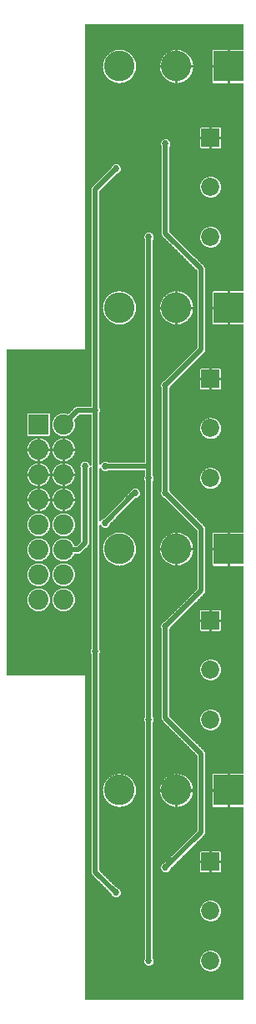
<source format=gbl>
%FSLAX33Y33*%
%MOMM*%
%AMRect-W3100000-H3100000-RO1.500*
21,1,3.1,3.1,0.,0.,90*%
%ADD10C,0.0508*%
%ADD11C,0.508*%
%ADD12C,0.68834*%
%ADD13C,3.1*%
%ADD14Rect-W3100000-H3100000-RO1.500*%
%ADD15C,1.85*%
%ADD16R,1.85X1.85*%
%ADD17R,2.049999X2.049999*%
%ADD18C,2.049999*%
D10*
%LNpour fill*%
G01*
X24500Y20021D02*
X24500Y20021D01*
X23139Y20021*
X23139Y20021*
X23139Y20244*
X22961Y20244*
X22961Y20021*
X22961Y20021*
X21500Y20021*
X21500Y20021*
X21472Y20023*
X21472Y20023*
X21445Y20030*
X21445Y20030*
X21419Y20040*
X21419Y20040*
X21395Y20055*
X21395Y20055*
X21373Y20073*
X21373Y20073*
X21355Y20095*
X21355Y20095*
X21340Y20119*
X21340Y20119*
X21330Y20145*
X21330Y20145*
X21323Y20172*
X21323Y20172*
X21321Y20200*
X21321Y20200*
X21321Y21661*
X21321Y21661*
X21544Y21661*
X21544Y21839*
X21321Y21839*
X21321Y21839*
X21321Y23300*
X21321Y23300*
X21323Y23328*
X21323Y23328*
X21330Y23355*
X21330Y23355*
X21340Y23381*
X21340Y23381*
X21355Y23405*
X21355Y23405*
X21373Y23427*
X21373Y23427*
X21395Y23445*
X21395Y23445*
X21419Y23460*
X21419Y23460*
X21445Y23470*
X21445Y23470*
X21472Y23477*
X21472Y23477*
X21500Y23479*
X21500Y23479*
X22961Y23479*
X22961Y23479*
X22961Y23256*
X23139Y23256*
X23139Y23479*
X23139Y23479*
X24500Y23479*
X24500Y44521*
X23139Y44521*
X23139Y44521*
X23139Y44744*
X22961Y44744*
X22961Y44521*
X22961Y44521*
X21500Y44521*
X21500Y44521*
X21472Y44523*
X21472Y44523*
X21445Y44530*
X21445Y44530*
X21419Y44540*
X21419Y44540*
X21395Y44555*
X21395Y44555*
X21373Y44573*
X21373Y44573*
X21355Y44595*
X21355Y44595*
X21340Y44619*
X21340Y44619*
X21330Y44645*
X21330Y44645*
X21323Y44672*
X21323Y44672*
X21321Y44700*
X21321Y44700*
X21321Y46161*
X21321Y46161*
X21544Y46161*
X21544Y46339*
X21321Y46339*
X21321Y46339*
X21321Y47800*
X21321Y47800*
X21323Y47828*
X21323Y47828*
X21330Y47855*
X21330Y47855*
X21340Y47881*
X21340Y47881*
X21355Y47905*
X21355Y47905*
X21373Y47927*
X21373Y47927*
X21395Y47945*
X21395Y47945*
X21419Y47960*
X21419Y47960*
X21445Y47970*
X21445Y47970*
X21472Y47977*
X21472Y47977*
X21500Y47979*
X21500Y47979*
X22961Y47979*
X22961Y47979*
X22961Y47756*
X23139Y47756*
X23139Y47979*
X23139Y47979*
X24500Y47979*
X24500Y69021*
X23139Y69021*
X23139Y69021*
X23139Y69244*
X22961Y69244*
X22961Y69021*
X22961Y69021*
X21500Y69021*
X21500Y69021*
X21472Y69023*
X21472Y69023*
X21445Y69030*
X21445Y69030*
X21419Y69040*
X21419Y69040*
X21395Y69055*
X21395Y69055*
X21373Y69073*
X21373Y69073*
X21355Y69095*
X21355Y69095*
X21340Y69119*
X21340Y69119*
X21330Y69145*
X21330Y69145*
X21323Y69172*
X21323Y69172*
X21321Y69200*
X21321Y69200*
X21321Y70661*
X21321Y70661*
X21544Y70661*
X21544Y70839*
X21321Y70839*
X21321Y70839*
X21321Y72300*
X21321Y72300*
X21323Y72328*
X21323Y72328*
X21330Y72355*
X21330Y72355*
X21340Y72381*
X21340Y72381*
X21355Y72405*
X21355Y72405*
X21373Y72427*
X21373Y72427*
X21395Y72445*
X21395Y72445*
X21419Y72460*
X21419Y72460*
X21445Y72470*
X21445Y72470*
X21472Y72477*
X21472Y72477*
X21500Y72479*
X21500Y72479*
X22961Y72479*
X22961Y72479*
X22961Y72256*
X23139Y72256*
X23139Y72479*
X23139Y72479*
X24500Y72479*
X24500Y93521*
X23139Y93521*
X23139Y93521*
X23139Y93744*
X22961Y93744*
X22961Y93521*
X22961Y93521*
X21500Y93521*
X21500Y93521*
X21472Y93523*
X21472Y93523*
X21445Y93530*
X21445Y93530*
X21419Y93540*
X21419Y93540*
X21395Y93555*
X21395Y93555*
X21373Y93573*
X21373Y93573*
X21355Y93595*
X21355Y93595*
X21340Y93619*
X21340Y93619*
X21330Y93645*
X21330Y93645*
X21323Y93672*
X21323Y93672*
X21321Y93700*
X21321Y93700*
X21321Y95161*
X21321Y95161*
X21544Y95161*
X21544Y95339*
X21321Y95339*
X21321Y95339*
X21321Y96800*
X21321Y96800*
X21323Y96828*
X21323Y96828*
X21330Y96855*
X21330Y96855*
X21340Y96881*
X21340Y96881*
X21355Y96905*
X21355Y96905*
X21373Y96927*
X21373Y96927*
X21395Y96945*
X21395Y96945*
X21419Y96960*
X21419Y96960*
X21445Y96970*
X21445Y96970*
X21472Y96977*
X21472Y96977*
X21500Y96979*
X21500Y96979*
X22961Y96979*
X22961Y96979*
X22961Y96756*
X23139Y96756*
X23139Y96979*
X23139Y96979*
X24500Y96979*
X24500Y99500*
X8500Y99500*
X8500Y66500*
X8500Y66500*
X0500Y66500*
X0500Y33500*
X8500Y33500*
X8500Y33500*
X8500Y0500*
X24500Y0500*
X24500Y20021*
X11950Y93521D02*
X11565Y93565D01*
X11200Y93692*
X10872Y93898*
X10598Y94172*
X10392Y94500*
X10265Y94865*
X10221Y95250*
X10265Y95635*
X10392Y96000*
X10598Y96328*
X10872Y96602*
X11200Y96808*
X11565Y96935*
X11950Y96979*
X12335Y96935*
X12700Y96808*
X13028Y96602*
X13302Y96328*
X13508Y96000*
X13635Y95635*
X13679Y95250*
X13635Y94865*
X13508Y94500*
X13302Y94172*
X13028Y93898*
X12700Y93692*
X12335Y93565*
X11950Y93521*
X17661Y93531D02*
X17365Y93565D01*
X17000Y93692*
X16672Y93898*
X16398Y94172*
X16192Y94500*
X16065Y94865*
X16031Y95161*
X16244Y95161*
X16244Y95339*
X16031Y95339*
X16065Y95635*
X16192Y96000*
X16398Y96328*
X16672Y96602*
X17000Y96808*
X17365Y96935*
X17661Y96969*
X17661Y96756*
X17839Y96756*
X17839Y96969*
X18135Y96935*
X18500Y96808*
X18828Y96602*
X19102Y96328*
X19308Y96000*
X19435Y95635*
X19469Y95339*
X19256Y95339*
X19256Y95161*
X19469Y95161*
X19435Y94865*
X19308Y94500*
X19102Y94172*
X18828Y93898*
X18500Y93692*
X18135Y93565*
X17839Y93531*
X17839Y93744*
X17661Y93744*
X17661Y93531*
X22125Y86896D02*
X21289Y86896D01*
X21289Y87119*
X21111Y87119*
X21111Y86896*
X20275Y86896*
X20247Y86898*
X20220Y86905*
X20194Y86916*
X20170Y86930*
X20149Y86949*
X20130Y86970*
X20116Y86994*
X20105Y87020*
X20098Y87047*
X20096Y87075*
X20096Y87911*
X20319Y87911*
X20319Y88089*
X20096Y88089*
X20096Y88925*
X20098Y88953*
X20105Y88980*
X20116Y89006*
X20130Y89030*
X20149Y89051*
X20170Y89070*
X20194Y89084*
X20220Y89095*
X20247Y89102*
X20275Y89104*
X21111Y89104*
X21111Y88881*
X21289Y88881*
X21289Y89104*
X22125Y89104*
X22153Y89102*
X22180Y89095*
X22206Y89084*
X22230Y89070*
X22251Y89051*
X22270Y89030*
X22284Y89006*
X22295Y88980*
X22302Y88953*
X22304Y88925*
X22304Y88089*
X22081Y88089*
X22081Y87911*
X22304Y87911*
X22304Y87075*
X22302Y87047*
X22295Y87020*
X22284Y86994*
X22270Y86970*
X22251Y86949*
X22230Y86930*
X22206Y86916*
X22180Y86905*
X22153Y86898*
X22125Y86896*
X16713Y13366D02*
X16587Y13366D01*
X16465Y13396*
X16353Y13455*
X16259Y13538*
X16187Y13642*
X16142Y13760*
X16127Y13885*
X16142Y14010*
X16187Y14128*
X16259Y14232*
X16353Y14315*
X16465Y14374*
X16547Y14394*
X19817Y17664*
X19817Y25291*
X16344Y28764*
X16290Y28830*
X16250Y28904*
X16226Y28986*
X16217Y29070*
X16217Y38098*
X16187Y38142*
X16142Y38260*
X16127Y38385*
X16142Y38510*
X16187Y38628*
X16259Y38732*
X16353Y38815*
X16465Y38874*
X16547Y38894*
X19817Y42164*
X19817Y48141*
X16547Y51411*
X16465Y51431*
X16353Y51490*
X16259Y51573*
X16187Y51677*
X16142Y51795*
X16127Y51920*
X16142Y52045*
X16187Y52163*
X16217Y52207*
X16217Y62598*
X16187Y62642*
X16142Y62760*
X16127Y62885*
X16142Y63010*
X16187Y63128*
X16259Y63232*
X16353Y63315*
X16465Y63374*
X16547Y63394*
X19817Y66664*
X19817Y74491*
X16344Y77964*
X16290Y78030*
X16250Y78104*
X16226Y78186*
X16217Y78270*
X16217Y87098*
X16187Y87142*
X16142Y87260*
X16127Y87385*
X16142Y87510*
X16187Y87628*
X16259Y87732*
X16353Y87815*
X16465Y87874*
X16587Y87904*
X16713Y87904*
X16835Y87874*
X16947Y87815*
X17041Y87732*
X17113Y87628*
X17158Y87510*
X17173Y87385*
X17158Y87260*
X17113Y87142*
X17083Y87098*
X17083Y78449*
X20556Y74976*
X20610Y74910*
X20650Y74836*
X20674Y74754*
X20683Y74670*
X20683Y66485*
X20674Y66401*
X20650Y66319*
X20610Y66245*
X20556Y66179*
X17161Y62784*
X17158Y62760*
X17113Y62642*
X17083Y62598*
X17083Y52207*
X17113Y52163*
X17158Y52045*
X17161Y52021*
X20556Y48626*
X20610Y48560*
X20650Y48486*
X20674Y48404*
X20683Y48320*
X20683Y41985*
X20674Y41901*
X20650Y41819*
X20610Y41745*
X20556Y41679*
X17161Y38284*
X17158Y38260*
X17113Y38142*
X17083Y38098*
X17083Y29249*
X20556Y25776*
X20610Y25710*
X20650Y25636*
X20674Y25554*
X20683Y25470*
X20683Y17485*
X20674Y17401*
X20650Y17319*
X20610Y17245*
X20556Y17179*
X17161Y13784*
X17158Y13760*
X17113Y13642*
X17041Y13538*
X16947Y13455*
X16835Y13396*
X16713Y13366*
X15013Y3901D02*
X14887Y3901D01*
X14765Y3931*
X14653Y3990*
X14559Y4073*
X14487Y4177*
X14442Y4295*
X14427Y4420*
X14442Y4545*
X14487Y4663*
X14517Y4707*
X14517Y28633*
X14487Y28677*
X14442Y28795*
X14427Y28920*
X14442Y29045*
X14487Y29163*
X14517Y29207*
X14517Y53133*
X14487Y53177*
X14442Y53295*
X14427Y53420*
X14442Y53545*
X14487Y53663*
X14517Y53707*
X14517Y54217*
X10793Y54217*
X10685Y54161*
X10563Y54131*
X10437Y54131*
X10315Y54161*
X10203Y54220*
X10109Y54303*
X10022Y54429*
X9933Y54401*
X9933Y49149*
X10022Y49121*
X10109Y49247*
X10203Y49330*
X10315Y49389*
X10397Y49409*
X13048Y52060*
X13087Y52163*
X13159Y52267*
X13253Y52350*
X13365Y52409*
X13487Y52439*
X13613Y52439*
X13735Y52409*
X13847Y52350*
X13941Y52267*
X14013Y52163*
X14058Y52045*
X14073Y51920*
X14058Y51795*
X14013Y51677*
X13941Y51573*
X13847Y51490*
X13735Y51431*
X13613Y51401*
X11011Y48799*
X11008Y48775*
X10963Y48657*
X10891Y48553*
X10797Y48470*
X10685Y48411*
X10563Y48381*
X10437Y48381*
X10315Y48411*
X10203Y48470*
X10109Y48553*
X10022Y48679*
X9933Y48651*
X9933Y36132*
X9963Y36088*
X10008Y35970*
X10023Y35845*
X10008Y35720*
X9963Y35602*
X9933Y35558*
X9933Y13624*
X11703Y11854*
X11785Y11834*
X11897Y11775*
X11991Y11692*
X12063Y11588*
X12108Y11470*
X12123Y11345*
X12108Y11220*
X12063Y11102*
X11991Y10998*
X11897Y10915*
X11785Y10856*
X11663Y10826*
X11537Y10826*
X11415Y10856*
X11303Y10915*
X11209Y10998*
X11137Y11102*
X11092Y11220*
X11089Y11244*
X9194Y13139*
X9140Y13205*
X9100Y13279*
X9076Y13361*
X9067Y13445*
X9067Y35558*
X9037Y35602*
X8992Y35720*
X8977Y35845*
X8992Y35970*
X9037Y36088*
X9067Y36132*
X9067Y54520*
X8963Y54539*
X8913Y54407*
X8883Y54363*
X8883Y46850*
X8874Y46766*
X8850Y46685*
X8810Y46610*
X8756Y46544*
X8096Y45884*
X8030Y45830*
X7955Y45790*
X7874Y45766*
X7790Y45757*
X7386Y45757*
X7355Y45668*
X7211Y45439*
X7021Y45249*
X6792Y45105*
X6538Y45016*
X6270Y44986*
X6002Y45016*
X5748Y45105*
X5519Y45249*
X5329Y45439*
X5185Y45668*
X5096Y45922*
X5066Y46190*
X5096Y46458*
X5185Y46712*
X5329Y46941*
X5519Y47131*
X5748Y47275*
X6002Y47364*
X6270Y47394*
X6538Y47364*
X6792Y47275*
X7021Y47131*
X7211Y46941*
X7355Y46712*
X7386Y46623*
X7610Y46623*
X8017Y47030*
X8017Y54363*
X7987Y54407*
X7942Y54525*
X7927Y54650*
X7942Y54775*
X7987Y54893*
X8059Y54997*
X8153Y55080*
X8265Y55139*
X8387Y55169*
X8513Y55169*
X8635Y55139*
X8747Y55080*
X8841Y54997*
X8913Y54893*
X8963Y54761*
X9067Y54780*
X9067Y59912*
X7904Y59912*
X7367Y59375*
X7444Y59158*
X7474Y58890*
X7444Y58622*
X7355Y58368*
X7211Y58139*
X7021Y57949*
X6792Y57805*
X6538Y57716*
X6270Y57686*
X6002Y57716*
X5748Y57805*
X5519Y57949*
X5329Y58139*
X5185Y58368*
X5096Y58622*
X5066Y58890*
X5096Y59158*
X5185Y59412*
X5329Y59641*
X5519Y59831*
X5748Y59975*
X6002Y60064*
X6270Y60094*
X6538Y60064*
X6755Y59987*
X7419Y60651*
X7485Y60705*
X7559Y60745*
X7641Y60769*
X7725Y60778*
X9067Y60778*
X9067Y82745*
X9076Y82829*
X9100Y82911*
X9140Y82985*
X9194Y83051*
X11089Y84946*
X11092Y84970*
X11137Y85088*
X11209Y85192*
X11303Y85275*
X11415Y85334*
X11537Y85364*
X11663Y85364*
X11785Y85334*
X11897Y85275*
X11991Y85192*
X12063Y85088*
X12108Y84970*
X12123Y84845*
X12108Y84720*
X12063Y84602*
X11991Y84498*
X11897Y84415*
X11785Y84356*
X11703Y84336*
X9933Y82566*
X9933Y60632*
X9963Y60588*
X10008Y60470*
X10023Y60345*
X10008Y60220*
X9963Y60102*
X9933Y60058*
X9933Y54899*
X10022Y54871*
X10109Y54997*
X10203Y55080*
X10315Y55139*
X10437Y55169*
X10563Y55169*
X10685Y55139*
X10792Y55083*
X14517Y55083*
X14517Y77613*
X14487Y77657*
X14442Y77775*
X14427Y77900*
X14442Y78025*
X14487Y78143*
X14559Y78247*
X14653Y78330*
X14765Y78389*
X14887Y78419*
X15013Y78419*
X15135Y78389*
X15247Y78330*
X15341Y78247*
X15413Y78143*
X15458Y78025*
X15473Y77900*
X15458Y77775*
X15413Y77657*
X15383Y77613*
X15383Y53707*
X15413Y53663*
X15458Y53545*
X15473Y53420*
X15458Y53295*
X15413Y53177*
X15383Y53133*
X15383Y29207*
X15413Y29163*
X15458Y29045*
X15473Y28920*
X15458Y28795*
X15413Y28677*
X15383Y28633*
X15383Y4707*
X15413Y4663*
X15458Y4545*
X15473Y4420*
X15458Y4295*
X15413Y4177*
X15341Y4073*
X15247Y3990*
X15135Y3931*
X15013Y3901*
X21333Y81904D02*
X21067Y81904D01*
X20809Y81968*
X20573Y82092*
X20374Y82268*
X20223Y82487*
X20128Y82736*
X20096Y83000*
X20128Y83264*
X20223Y83513*
X20374Y83732*
X20573Y83908*
X20809Y84032*
X21067Y84096*
X21333Y84096*
X21591Y84032*
X21827Y83908*
X22026Y83732*
X22177Y83513*
X22272Y83264*
X22304Y83000*
X22272Y82736*
X22177Y82487*
X22026Y82268*
X21827Y82092*
X21591Y81968*
X21333Y81904*
X21333Y76824D02*
X21067Y76824D01*
X20809Y76888*
X20573Y77012*
X20374Y77188*
X20223Y77407*
X20128Y77656*
X20096Y77920*
X20128Y78184*
X20223Y78433*
X20374Y78652*
X20573Y78828*
X20809Y78952*
X21067Y79016*
X21333Y79016*
X21591Y78952*
X21827Y78828*
X22026Y78652*
X22177Y78433*
X22272Y78184*
X22304Y77920*
X22272Y77656*
X22177Y77407*
X22026Y77188*
X21827Y77012*
X21591Y76888*
X21333Y76824*
X11950Y69021D02*
X11565Y69065D01*
X11200Y69192*
X10872Y69398*
X10598Y69672*
X10392Y70000*
X10265Y70365*
X10221Y70750*
X10265Y71135*
X10392Y71500*
X10598Y71828*
X10872Y72102*
X11200Y72308*
X11565Y72435*
X11950Y72479*
X12335Y72435*
X12700Y72308*
X13028Y72102*
X13302Y71828*
X13508Y71500*
X13635Y71135*
X13679Y70750*
X13635Y70365*
X13508Y70000*
X13302Y69672*
X13028Y69398*
X12700Y69192*
X12335Y69065*
X11950Y69021*
X17661Y69031D02*
X17365Y69065D01*
X17000Y69192*
X16672Y69398*
X16398Y69672*
X16192Y70000*
X16065Y70365*
X16031Y70661*
X16244Y70661*
X16244Y70839*
X16031Y70839*
X16065Y71135*
X16192Y71500*
X16398Y71828*
X16672Y72102*
X17000Y72308*
X17365Y72435*
X17661Y72469*
X17661Y72256*
X17839Y72256*
X17839Y72469*
X18135Y72435*
X18500Y72308*
X18828Y72102*
X19102Y71828*
X19308Y71500*
X19435Y71135*
X19469Y70839*
X19256Y70839*
X19256Y70661*
X19469Y70661*
X19435Y70365*
X19308Y70000*
X19102Y69672*
X18828Y69398*
X18500Y69192*
X18135Y69065*
X17839Y69031*
X17839Y69244*
X17661Y69244*
X17661Y69031*
X22125Y62396D02*
X21289Y62396D01*
X21289Y62619*
X21111Y62619*
X21111Y62396*
X20275Y62396*
X20247Y62398*
X20220Y62405*
X20194Y62416*
X20170Y62430*
X20149Y62449*
X20130Y62470*
X20116Y62494*
X20105Y62520*
X20098Y62547*
X20096Y62575*
X20096Y63411*
X20319Y63411*
X20319Y63589*
X20096Y63589*
X20096Y64425*
X20098Y64453*
X20105Y64480*
X20116Y64506*
X20130Y64530*
X20149Y64551*
X20170Y64570*
X20194Y64584*
X20220Y64595*
X20247Y64602*
X20275Y64604*
X21111Y64604*
X21111Y64381*
X21289Y64381*
X21289Y64604*
X22125Y64604*
X22153Y64602*
X22180Y64595*
X22206Y64584*
X22230Y64570*
X22251Y64551*
X22270Y64530*
X22284Y64506*
X22295Y64480*
X22302Y64453*
X22304Y64425*
X22304Y63589*
X22081Y63589*
X22081Y63411*
X22304Y63411*
X22304Y62575*
X22302Y62547*
X22295Y62520*
X22284Y62494*
X22270Y62470*
X22251Y62449*
X22230Y62430*
X22206Y62416*
X22180Y62405*
X22153Y62398*
X22125Y62396*
X4755Y57686D02*
X2705Y57686D01*
X2677Y57688*
X2650Y57695*
X2624Y57706*
X2600Y57720*
X2579Y57739*
X2560Y57760*
X2546Y57784*
X2535Y57810*
X2528Y57837*
X2526Y57865*
X2526Y59915*
X2528Y59943*
X2535Y59970*
X2546Y59996*
X2560Y60020*
X2579Y60041*
X2600Y60060*
X2624Y60074*
X2650Y60085*
X2677Y60092*
X2705Y60094*
X4755Y60094*
X4783Y60092*
X4810Y60085*
X4836Y60074*
X4860Y60060*
X4881Y60041*
X4900Y60020*
X4914Y59996*
X4925Y59970*
X4932Y59943*
X4934Y59915*
X4934Y57865*
X4932Y57837*
X4925Y57810*
X4914Y57784*
X4900Y57760*
X4881Y57739*
X4860Y57720*
X4836Y57706*
X4810Y57695*
X4783Y57688*
X4755Y57686*
X21333Y57404D02*
X21067Y57404D01*
X20809Y57468*
X20573Y57592*
X20374Y57768*
X20223Y57987*
X20128Y58236*
X20096Y58500*
X20128Y58764*
X20223Y59013*
X20374Y59232*
X20573Y59408*
X20809Y59532*
X21067Y59596*
X21333Y59596*
X21591Y59532*
X21827Y59408*
X22026Y59232*
X22177Y59013*
X22272Y58764*
X22304Y58500*
X22272Y58236*
X22177Y57987*
X22026Y57768*
X21827Y57592*
X21591Y57468*
X21333Y57404*
X3641Y55156D02*
X3462Y55176D01*
X3208Y55265*
X2979Y55409*
X2789Y55599*
X2645Y55828*
X2556Y56082*
X2536Y56261*
X2749Y56261*
X2749Y56439*
X2536Y56439*
X2556Y56618*
X2645Y56872*
X2789Y57101*
X2979Y57291*
X3208Y57435*
X3462Y57524*
X3641Y57544*
X3641Y57323*
X3819Y57323*
X3819Y57544*
X3998Y57524*
X4252Y57435*
X4481Y57291*
X4671Y57101*
X4815Y56872*
X4904Y56618*
X4924Y56439*
X4711Y56439*
X4711Y56261*
X4924Y56261*
X4904Y56082*
X4815Y55828*
X4671Y55599*
X4481Y55409*
X4252Y55265*
X3998Y55176*
X3819Y55156*
X3819Y55377*
X3641Y55377*
X3641Y55156*
X6181Y55156D02*
X6002Y55176D01*
X5748Y55265*
X5519Y55409*
X5329Y55599*
X5185Y55828*
X5096Y56082*
X5076Y56261*
X5289Y56261*
X5289Y56439*
X5076Y56439*
X5096Y56618*
X5185Y56872*
X5329Y57101*
X5519Y57291*
X5748Y57435*
X6002Y57524*
X6181Y57544*
X6181Y57323*
X6359Y57323*
X6359Y57544*
X6538Y57524*
X6792Y57435*
X7021Y57291*
X7211Y57101*
X7355Y56872*
X7444Y56618*
X7464Y56439*
X7251Y56439*
X7251Y56261*
X7464Y56261*
X7444Y56082*
X7355Y55828*
X7211Y55599*
X7021Y55409*
X6792Y55265*
X6538Y55176*
X6359Y55156*
X6359Y55377*
X6181Y55377*
X6181Y55156*
X3641Y52616D02*
X3462Y52636D01*
X3208Y52725*
X2979Y52869*
X2789Y53059*
X2645Y53288*
X2556Y53542*
X2536Y53721*
X2749Y53721*
X2749Y53899*
X2536Y53899*
X2556Y54078*
X2645Y54332*
X2789Y54561*
X2979Y54751*
X3208Y54895*
X3462Y54984*
X3641Y55004*
X3641Y54783*
X3819Y54783*
X3819Y55004*
X3998Y54984*
X4252Y54895*
X4481Y54751*
X4671Y54561*
X4815Y54332*
X4904Y54078*
X4924Y53899*
X4711Y53899*
X4711Y53721*
X4924Y53721*
X4904Y53542*
X4815Y53288*
X4671Y53059*
X4481Y52869*
X4252Y52725*
X3998Y52636*
X3819Y52616*
X3819Y52837*
X3641Y52837*
X3641Y52616*
X6181Y52616D02*
X6002Y52636D01*
X5748Y52725*
X5519Y52869*
X5329Y53059*
X5185Y53288*
X5096Y53542*
X5076Y53721*
X5289Y53721*
X5289Y53899*
X5076Y53899*
X5096Y54078*
X5185Y54332*
X5329Y54561*
X5519Y54751*
X5748Y54895*
X6002Y54984*
X6181Y55004*
X6181Y54783*
X6359Y54783*
X6359Y55004*
X6538Y54984*
X6792Y54895*
X7021Y54751*
X7211Y54561*
X7355Y54332*
X7444Y54078*
X7464Y53899*
X7251Y53899*
X7251Y53721*
X7464Y53721*
X7444Y53542*
X7355Y53288*
X7211Y53059*
X7021Y52869*
X6792Y52725*
X6538Y52636*
X6359Y52616*
X6359Y52837*
X6181Y52837*
X6181Y52616*
X21333Y52324D02*
X21067Y52324D01*
X20809Y52388*
X20573Y52512*
X20374Y52688*
X20223Y52907*
X20128Y53156*
X20096Y53420*
X20128Y53684*
X20223Y53933*
X20374Y54152*
X20573Y54328*
X20809Y54452*
X21067Y54516*
X21333Y54516*
X21591Y54452*
X21827Y54328*
X22026Y54152*
X22177Y53933*
X22272Y53684*
X22304Y53420*
X22272Y53156*
X22177Y52907*
X22026Y52688*
X21827Y52512*
X21591Y52388*
X21333Y52324*
X3641Y50076D02*
X3462Y50096D01*
X3208Y50185*
X2979Y50329*
X2789Y50519*
X2645Y50748*
X2556Y51002*
X2536Y51181*
X2749Y51181*
X2749Y51359*
X2536Y51359*
X2556Y51538*
X2645Y51792*
X2789Y52021*
X2979Y52211*
X3208Y52355*
X3462Y52444*
X3641Y52464*
X3641Y52243*
X3819Y52243*
X3819Y52464*
X3998Y52444*
X4252Y52355*
X4481Y52211*
X4671Y52021*
X4815Y51792*
X4904Y51538*
X4924Y51359*
X4711Y51359*
X4711Y51181*
X4924Y51181*
X4904Y51002*
X4815Y50748*
X4671Y50519*
X4481Y50329*
X4252Y50185*
X3998Y50096*
X3819Y50076*
X3819Y50297*
X3641Y50297*
X3641Y50076*
X6181Y50076D02*
X6002Y50096D01*
X5748Y50185*
X5519Y50329*
X5329Y50519*
X5185Y50748*
X5096Y51002*
X5076Y51181*
X5289Y51181*
X5289Y51359*
X5076Y51359*
X5096Y51538*
X5185Y51792*
X5329Y52021*
X5519Y52211*
X5748Y52355*
X6002Y52444*
X6181Y52464*
X6181Y52243*
X6359Y52243*
X6359Y52464*
X6538Y52444*
X6792Y52355*
X7021Y52211*
X7211Y52021*
X7355Y51792*
X7444Y51538*
X7464Y51359*
X7251Y51359*
X7251Y51181*
X7464Y51181*
X7444Y51002*
X7355Y50748*
X7211Y50519*
X7021Y50329*
X6792Y50185*
X6538Y50096*
X6359Y50076*
X6359Y50297*
X6181Y50297*
X6181Y50076*
X6270Y47526D02*
X6002Y47556D01*
X5748Y47645*
X5519Y47789*
X5329Y47979*
X5185Y48208*
X5096Y48462*
X5066Y48730*
X5096Y48998*
X5185Y49252*
X5329Y49481*
X5519Y49671*
X5748Y49815*
X6002Y49904*
X6270Y49934*
X6538Y49904*
X6792Y49815*
X7021Y49671*
X7211Y49481*
X7355Y49252*
X7444Y48998*
X7474Y48730*
X7444Y48462*
X7355Y48208*
X7211Y47979*
X7021Y47789*
X6792Y47645*
X6538Y47556*
X6270Y47526*
X3730Y47526D02*
X3462Y47556D01*
X3208Y47645*
X2979Y47789*
X2789Y47979*
X2645Y48208*
X2556Y48462*
X2526Y48730*
X2556Y48998*
X2645Y49252*
X2789Y49481*
X2979Y49671*
X3208Y49815*
X3462Y49904*
X3730Y49934*
X3998Y49904*
X4252Y49815*
X4481Y49671*
X4671Y49481*
X4815Y49252*
X4904Y48998*
X4934Y48730*
X4904Y48462*
X4815Y48208*
X4671Y47979*
X4481Y47789*
X4252Y47645*
X3998Y47556*
X3730Y47526*
X11950Y44521D02*
X11565Y44565D01*
X11200Y44692*
X10872Y44898*
X10598Y45172*
X10392Y45500*
X10265Y45865*
X10221Y46250*
X10265Y46635*
X10392Y47000*
X10598Y47328*
X10872Y47602*
X11200Y47808*
X11565Y47935*
X11950Y47979*
X12335Y47935*
X12700Y47808*
X13028Y47602*
X13302Y47328*
X13508Y47000*
X13635Y46635*
X13679Y46250*
X13635Y45865*
X13508Y45500*
X13302Y45172*
X13028Y44898*
X12700Y44692*
X12335Y44565*
X11950Y44521*
X17661Y44531D02*
X17365Y44565D01*
X17000Y44692*
X16672Y44898*
X16398Y45172*
X16192Y45500*
X16065Y45865*
X16031Y46161*
X16244Y46161*
X16244Y46339*
X16031Y46339*
X16065Y46635*
X16192Y47000*
X16398Y47328*
X16672Y47602*
X17000Y47808*
X17365Y47935*
X17661Y47969*
X17661Y47756*
X17839Y47756*
X17839Y47969*
X18135Y47935*
X18500Y47808*
X18828Y47602*
X19102Y47328*
X19308Y47000*
X19435Y46635*
X19469Y46339*
X19256Y46339*
X19256Y46161*
X19469Y46161*
X19435Y45865*
X19308Y45500*
X19102Y45172*
X18828Y44898*
X18500Y44692*
X18135Y44565*
X17839Y44531*
X17839Y44744*
X17661Y44744*
X17661Y44531*
X3730Y44986D02*
X3462Y45016D01*
X3208Y45105*
X2979Y45249*
X2789Y45439*
X2645Y45668*
X2556Y45922*
X2526Y46190*
X2556Y46458*
X2645Y46712*
X2789Y46941*
X2979Y47131*
X3208Y47275*
X3462Y47364*
X3730Y47394*
X3998Y47364*
X4252Y47275*
X4481Y47131*
X4671Y46941*
X4815Y46712*
X4904Y46458*
X4934Y46190*
X4904Y45922*
X4815Y45668*
X4671Y45439*
X4481Y45249*
X4252Y45105*
X3998Y45016*
X3730Y44986*
X6270Y42446D02*
X6002Y42476D01*
X5748Y42565*
X5519Y42709*
X5329Y42899*
X5185Y43128*
X5096Y43382*
X5066Y43650*
X5096Y43918*
X5185Y44172*
X5329Y44401*
X5519Y44591*
X5748Y44735*
X6002Y44824*
X6270Y44854*
X6538Y44824*
X6792Y44735*
X7021Y44591*
X7211Y44401*
X7355Y44172*
X7444Y43918*
X7474Y43650*
X7444Y43382*
X7355Y43128*
X7211Y42899*
X7021Y42709*
X6792Y42565*
X6538Y42476*
X6270Y42446*
X3730Y42446D02*
X3462Y42476D01*
X3208Y42565*
X2979Y42709*
X2789Y42899*
X2645Y43128*
X2556Y43382*
X2526Y43650*
X2556Y43918*
X2645Y44172*
X2789Y44401*
X2979Y44591*
X3208Y44735*
X3462Y44824*
X3730Y44854*
X3998Y44824*
X4252Y44735*
X4481Y44591*
X4671Y44401*
X4815Y44172*
X4904Y43918*
X4934Y43650*
X4904Y43382*
X4815Y43128*
X4671Y42899*
X4481Y42709*
X4252Y42565*
X3998Y42476*
X3730Y42446*
X6270Y39906D02*
X6002Y39936D01*
X5748Y40025*
X5519Y40169*
X5329Y40359*
X5185Y40588*
X5096Y40842*
X5066Y41110*
X5096Y41378*
X5185Y41632*
X5329Y41861*
X5519Y42051*
X5748Y42195*
X6002Y42284*
X6270Y42314*
X6538Y42284*
X6792Y42195*
X7021Y42051*
X7211Y41861*
X7355Y41632*
X7444Y41378*
X7474Y41110*
X7444Y40842*
X7355Y40588*
X7211Y40359*
X7021Y40169*
X6792Y40025*
X6538Y39936*
X6270Y39906*
X3730Y39906D02*
X3462Y39936D01*
X3208Y40025*
X2979Y40169*
X2789Y40359*
X2645Y40588*
X2556Y40842*
X2526Y41110*
X2556Y41378*
X2645Y41632*
X2789Y41861*
X2979Y42051*
X3208Y42195*
X3462Y42284*
X3730Y42314*
X3998Y42284*
X4252Y42195*
X4481Y42051*
X4671Y41861*
X4815Y41632*
X4904Y41378*
X4934Y41110*
X4904Y40842*
X4815Y40588*
X4671Y40359*
X4481Y40169*
X4252Y40025*
X3998Y39936*
X3730Y39906*
X22125Y37896D02*
X21289Y37896D01*
X21289Y38119*
X21111Y38119*
X21111Y37896*
X20275Y37896*
X20247Y37898*
X20220Y37905*
X20194Y37916*
X20170Y37930*
X20149Y37949*
X20130Y37970*
X20116Y37994*
X20105Y38020*
X20098Y38047*
X20096Y38075*
X20096Y38911*
X20319Y38911*
X20319Y39089*
X20096Y39089*
X20096Y39925*
X20098Y39953*
X20105Y39980*
X20116Y40006*
X20130Y40030*
X20149Y40051*
X20170Y40070*
X20194Y40084*
X20220Y40095*
X20247Y40102*
X20275Y40104*
X21111Y40104*
X21111Y39881*
X21289Y39881*
X21289Y40104*
X22125Y40104*
X22153Y40102*
X22180Y40095*
X22206Y40084*
X22230Y40070*
X22251Y40051*
X22270Y40030*
X22284Y40006*
X22295Y39980*
X22302Y39953*
X22304Y39925*
X22304Y39089*
X22081Y39089*
X22081Y38911*
X22304Y38911*
X22304Y38075*
X22302Y38047*
X22295Y38020*
X22284Y37994*
X22270Y37970*
X22251Y37949*
X22230Y37930*
X22206Y37916*
X22180Y37905*
X22153Y37898*
X22125Y37896*
X21333Y32904D02*
X21067Y32904D01*
X20809Y32968*
X20573Y33092*
X20374Y33268*
X20223Y33487*
X20128Y33736*
X20096Y34000*
X20128Y34264*
X20223Y34513*
X20374Y34732*
X20573Y34908*
X20809Y35032*
X21067Y35096*
X21333Y35096*
X21591Y35032*
X21827Y34908*
X22026Y34732*
X22177Y34513*
X22272Y34264*
X22304Y34000*
X22272Y33736*
X22177Y33487*
X22026Y33268*
X21827Y33092*
X21591Y32968*
X21333Y32904*
X21333Y27824D02*
X21067Y27824D01*
X20809Y27888*
X20573Y28012*
X20374Y28188*
X20223Y28407*
X20128Y28656*
X20096Y28920*
X20128Y29184*
X20223Y29433*
X20374Y29652*
X20573Y29828*
X20809Y29952*
X21067Y30016*
X21333Y30016*
X21591Y29952*
X21827Y29828*
X22026Y29652*
X22177Y29433*
X22272Y29184*
X22304Y28920*
X22272Y28656*
X22177Y28407*
X22026Y28188*
X21827Y28012*
X21591Y27888*
X21333Y27824*
X11950Y20021D02*
X11565Y20065D01*
X11200Y20192*
X10872Y20398*
X10598Y20672*
X10392Y21000*
X10265Y21365*
X10221Y21750*
X10265Y22135*
X10392Y22500*
X10598Y22828*
X10872Y23102*
X11200Y23308*
X11565Y23435*
X11950Y23479*
X12335Y23435*
X12700Y23308*
X13028Y23102*
X13302Y22828*
X13508Y22500*
X13635Y22135*
X13679Y21750*
X13635Y21365*
X13508Y21000*
X13302Y20672*
X13028Y20398*
X12700Y20192*
X12335Y20065*
X11950Y20021*
X17661Y20031D02*
X17365Y20065D01*
X17000Y20192*
X16672Y20398*
X16398Y20672*
X16192Y21000*
X16065Y21365*
X16031Y21661*
X16244Y21661*
X16244Y21839*
X16031Y21839*
X16065Y22135*
X16192Y22500*
X16398Y22828*
X16672Y23102*
X17000Y23308*
X17365Y23435*
X17661Y23469*
X17661Y23256*
X17839Y23256*
X17839Y23469*
X18135Y23435*
X18500Y23308*
X18828Y23102*
X19102Y22828*
X19308Y22500*
X19435Y22135*
X19469Y21839*
X19256Y21839*
X19256Y21661*
X19469Y21661*
X19435Y21365*
X19308Y21000*
X19102Y20672*
X18828Y20398*
X18500Y20192*
X18135Y20065*
X17839Y20031*
X17839Y20244*
X17661Y20244*
X17661Y20031*
X22125Y13396D02*
X21289Y13396D01*
X21289Y13619*
X21111Y13619*
X21111Y13396*
X20275Y13396*
X20247Y13398*
X20220Y13405*
X20194Y13416*
X20170Y13430*
X20149Y13449*
X20130Y13470*
X20116Y13494*
X20105Y13520*
X20098Y13547*
X20096Y13575*
X20096Y14411*
X20319Y14411*
X20319Y14589*
X20096Y14589*
X20096Y15425*
X20098Y15453*
X20105Y15480*
X20116Y15506*
X20130Y15530*
X20149Y15551*
X20170Y15570*
X20194Y15584*
X20220Y15595*
X20247Y15602*
X20275Y15604*
X21111Y15604*
X21111Y15381*
X21289Y15381*
X21289Y15604*
X22125Y15604*
X22153Y15602*
X22180Y15595*
X22206Y15584*
X22230Y15570*
X22251Y15551*
X22270Y15530*
X22284Y15506*
X22295Y15480*
X22302Y15453*
X22304Y15425*
X22304Y14589*
X22081Y14589*
X22081Y14411*
X22304Y14411*
X22304Y13575*
X22302Y13547*
X22295Y13520*
X22284Y13494*
X22270Y13470*
X22251Y13449*
X22230Y13430*
X22206Y13416*
X22180Y13405*
X22153Y13398*
X22125Y13396*
X21333Y8404D02*
X21067Y8404D01*
X20809Y8468*
X20573Y8592*
X20374Y8768*
X20223Y8987*
X20128Y9236*
X20096Y9500*
X20128Y9764*
X20223Y10013*
X20374Y10232*
X20573Y10408*
X20809Y10532*
X21067Y10596*
X21333Y10596*
X21591Y10532*
X21827Y10408*
X22026Y10232*
X22177Y10013*
X22272Y9764*
X22304Y9500*
X22272Y9236*
X22177Y8987*
X22026Y8768*
X21827Y8592*
X21591Y8468*
X21333Y8404*
X21333Y3324D02*
X21067Y3324D01*
X20809Y3388*
X20573Y3512*
X20374Y3688*
X20223Y3907*
X20128Y4156*
X20096Y4420*
X20128Y4684*
X20223Y4933*
X20374Y5152*
X20573Y5328*
X20809Y5452*
X21067Y5516*
X21333Y5516*
X21591Y5452*
X21827Y5328*
X22026Y5152*
X22177Y4933*
X22272Y4684*
X22304Y4420*
X22272Y4156*
X22177Y3907*
X22026Y3688*
X21827Y3512*
X21591Y3388*
X21333Y3324*
X8500Y0550D02*
X24500Y0550D01*
X8500Y0599D02*
X24500Y0599D01*
X8500Y0649D02*
X24500Y0649D01*
X8500Y0698D02*
X24500Y0698D01*
X8500Y0748D02*
X24500Y0748D01*
X8500Y0797D02*
X24500Y0797D01*
X8500Y0847D02*
X24500Y0847D01*
X8500Y0896D02*
X24500Y0896D01*
X8500Y0946D02*
X24500Y0946D01*
X8500Y0995D02*
X24500Y0995D01*
X8500Y1045D02*
X24500Y1045D01*
X8500Y1094D02*
X24500Y1094D01*
X8500Y1144D02*
X24500Y1144D01*
X8500Y1193D02*
X24500Y1193D01*
X8500Y1243D02*
X24500Y1243D01*
X8500Y1292D02*
X24500Y1292D01*
X8500Y1342D02*
X24500Y1342D01*
X8500Y1392D02*
X24500Y1392D01*
X8500Y1441D02*
X24500Y1441D01*
X8500Y1491D02*
X24500Y1491D01*
X8500Y1540D02*
X24500Y1540D01*
X8500Y1590D02*
X24500Y1590D01*
X8500Y1639D02*
X24500Y1639D01*
X8500Y1689D02*
X24500Y1689D01*
X8500Y1738D02*
X24500Y1738D01*
X8500Y1788D02*
X24500Y1788D01*
X8500Y1837D02*
X24500Y1837D01*
X8500Y1887D02*
X24500Y1887D01*
X8500Y1936D02*
X24500Y1936D01*
X8500Y1986D02*
X24500Y1986D01*
X8500Y2035D02*
X24500Y2035D01*
X8500Y2085D02*
X24500Y2085D01*
X8500Y2134D02*
X24500Y2134D01*
X8500Y2184D02*
X24500Y2184D01*
X8500Y2234D02*
X24500Y2234D01*
X8500Y2283D02*
X24500Y2283D01*
X8500Y2333D02*
X24500Y2333D01*
X8500Y2382D02*
X24500Y2382D01*
X8500Y2432D02*
X24500Y2432D01*
X8500Y2481D02*
X24500Y2481D01*
X8500Y2531D02*
X24500Y2531D01*
X8500Y2580D02*
X24500Y2580D01*
X8500Y2630D02*
X24500Y2630D01*
X8500Y2679D02*
X24500Y2679D01*
X8500Y2729D02*
X24500Y2729D01*
X8500Y2778D02*
X24500Y2778D01*
X8500Y2828D02*
X24500Y2828D01*
X8500Y2877D02*
X24500Y2877D01*
X8500Y2927D02*
X24500Y2927D01*
X8500Y2977D02*
X24500Y2977D01*
X8500Y3026D02*
X24500Y3026D01*
X8500Y3076D02*
X24500Y3076D01*
X8500Y3125D02*
X24500Y3125D01*
X8500Y3175D02*
X24500Y3175D01*
X8500Y3224D02*
X24500Y3224D01*
X8500Y3274D02*
X24500Y3274D01*
X8500Y3323D02*
X24500Y3323D01*
X8500Y3373D02*
X20869Y3373D01*
X21531Y3373D02*
X24500Y3373D01*
X8500Y3422D02*
X20743Y3422D01*
X21657Y3422D02*
X24500Y3422D01*
X8500Y3472D02*
X20648Y3472D01*
X21752Y3472D02*
X24500Y3472D01*
X8500Y3521D02*
X20562Y3521D01*
X21838Y3521D02*
X24500Y3521D01*
X8500Y3571D02*
X20506Y3571D01*
X21894Y3571D02*
X24500Y3571D01*
X8500Y3620D02*
X20450Y3620D01*
X21950Y3620D02*
X24500Y3620D01*
X8500Y3670D02*
X20394Y3670D01*
X22006Y3670D02*
X24500Y3670D01*
X8500Y3719D02*
X20352Y3719D01*
X22048Y3719D02*
X24500Y3719D01*
X8500Y3769D02*
X20318Y3769D01*
X22082Y3769D02*
X24500Y3769D01*
X8500Y3819D02*
X20283Y3819D01*
X22117Y3819D02*
X24500Y3819D01*
X8500Y3868D02*
X20249Y3868D01*
X22151Y3868D02*
X24500Y3868D01*
X8500Y3918D02*
X14818Y3918D01*
X15082Y3918D02*
X20218Y3918D01*
X22182Y3918D02*
X24500Y3918D01*
X8500Y3967D02*
X14695Y3967D01*
X15205Y3967D02*
X20200Y3967D01*
X22200Y3967D02*
X24500Y3967D01*
X8500Y4017D02*
X14622Y4017D01*
X15278Y4017D02*
X20181Y4017D01*
X22219Y4017D02*
X24500Y4017D01*
X8500Y4066D02*
X14566Y4066D01*
X15334Y4066D02*
X20162Y4066D01*
X22238Y4066D02*
X24500Y4066D01*
X8500Y4116D02*
X14529Y4116D01*
X15371Y4116D02*
X20143Y4116D01*
X22257Y4116D02*
X24500Y4116D01*
X8500Y4165D02*
X14495Y4165D01*
X15405Y4165D02*
X20127Y4165D01*
X22273Y4165D02*
X24500Y4165D01*
X8500Y4215D02*
X14472Y4215D01*
X15428Y4215D02*
X20121Y4215D01*
X22279Y4215D02*
X24500Y4215D01*
X8500Y4264D02*
X14454Y4264D01*
X15446Y4264D02*
X20115Y4264D01*
X22285Y4264D02*
X24500Y4264D01*
X8500Y4314D02*
X14440Y4314D01*
X15460Y4314D02*
X20109Y4314D01*
X22291Y4314D02*
X24500Y4314D01*
X8500Y4363D02*
X14434Y4363D01*
X15466Y4363D02*
X20103Y4363D01*
X22297Y4363D02*
X24500Y4363D01*
X8500Y4413D02*
X14428Y4413D01*
X15472Y4413D02*
X20097Y4413D01*
X22303Y4413D02*
X24500Y4413D01*
X8500Y4462D02*
X14432Y4462D01*
X15468Y4462D02*
X20101Y4462D01*
X22299Y4462D02*
X24500Y4462D01*
X8500Y4512D02*
X14438Y4512D01*
X15462Y4512D02*
X20107Y4512D01*
X22293Y4512D02*
X24500Y4512D01*
X8500Y4561D02*
X14448Y4561D01*
X15452Y4561D02*
X20113Y4561D01*
X22287Y4561D02*
X24500Y4561D01*
X8500Y4611D02*
X14467Y4611D01*
X15433Y4611D02*
X20119Y4611D01*
X22281Y4611D02*
X24500Y4611D01*
X8500Y4661D02*
X14486Y4661D01*
X15414Y4661D02*
X20125Y4661D01*
X22275Y4661D02*
X24500Y4661D01*
X8500Y4710D02*
X14517Y4710D01*
X15383Y4710D02*
X20138Y4710D01*
X22262Y4710D02*
X24500Y4710D01*
X8500Y4760D02*
X14517Y4760D01*
X15383Y4760D02*
X20157Y4760D01*
X22243Y4760D02*
X24500Y4760D01*
X8500Y4809D02*
X14517Y4809D01*
X15383Y4809D02*
X20175Y4809D01*
X22225Y4809D02*
X24500Y4809D01*
X8500Y4859D02*
X14517Y4859D01*
X15383Y4859D02*
X20194Y4859D01*
X22206Y4859D02*
X24500Y4859D01*
X8500Y4908D02*
X14517Y4908D01*
X15383Y4908D02*
X20213Y4908D01*
X22187Y4908D02*
X24500Y4908D01*
X8500Y4958D02*
X14517Y4958D01*
X15383Y4958D02*
X20239Y4958D01*
X22161Y4958D02*
X24500Y4958D01*
X8500Y5007D02*
X14517Y5007D01*
X15383Y5007D02*
X20274Y5007D01*
X22126Y5007D02*
X24500Y5007D01*
X8500Y5057D02*
X14517Y5057D01*
X15383Y5057D02*
X20308Y5057D01*
X22092Y5057D02*
X24500Y5057D01*
X8500Y5106D02*
X14517Y5106D01*
X15383Y5106D02*
X20342Y5106D01*
X22058Y5106D02*
X24500Y5106D01*
X8500Y5156D02*
X14517Y5156D01*
X15383Y5156D02*
X20378Y5156D01*
X22022Y5156D02*
X24500Y5156D01*
X8500Y5205D02*
X14517Y5205D01*
X15383Y5205D02*
X20434Y5205D01*
X21966Y5205D02*
X24500Y5205D01*
X8500Y5255D02*
X14517Y5255D01*
X15383Y5255D02*
X20490Y5255D01*
X21910Y5255D02*
X24500Y5255D01*
X8500Y5304D02*
X14517Y5304D01*
X15383Y5304D02*
X20545Y5304D01*
X21855Y5304D02*
X24500Y5304D01*
X8500Y5354D02*
X14517Y5354D01*
X15383Y5354D02*
X20621Y5354D01*
X21779Y5354D02*
X24500Y5354D01*
X8500Y5403D02*
X14517Y5403D01*
X15383Y5403D02*
X20715Y5403D01*
X21685Y5403D02*
X24500Y5403D01*
X8500Y5453D02*
X14517Y5453D01*
X15383Y5453D02*
X20811Y5453D01*
X21589Y5453D02*
X24500Y5453D01*
X8500Y5503D02*
X14517Y5503D01*
X15383Y5503D02*
X21012Y5503D01*
X21388Y5503D02*
X24500Y5503D01*
X8500Y5552D02*
X14517Y5552D01*
X15383Y5552D02*
X24500Y5552D01*
X8500Y5602D02*
X14517Y5602D01*
X15383Y5602D02*
X24500Y5602D01*
X8500Y5651D02*
X14517Y5651D01*
X15383Y5651D02*
X24500Y5651D01*
X8500Y5701D02*
X14517Y5701D01*
X15383Y5701D02*
X24500Y5701D01*
X8500Y5750D02*
X14517Y5750D01*
X15383Y5750D02*
X24500Y5750D01*
X8500Y5800D02*
X14517Y5800D01*
X15383Y5800D02*
X24500Y5800D01*
X8500Y5849D02*
X14517Y5849D01*
X15383Y5849D02*
X24500Y5849D01*
X8500Y5899D02*
X14517Y5899D01*
X15383Y5899D02*
X24500Y5899D01*
X8500Y5948D02*
X14517Y5948D01*
X15383Y5948D02*
X24500Y5948D01*
X8500Y5998D02*
X14517Y5998D01*
X15383Y5998D02*
X24500Y5998D01*
X8500Y6047D02*
X14517Y6047D01*
X15383Y6047D02*
X24500Y6047D01*
X8500Y6097D02*
X14517Y6097D01*
X15383Y6097D02*
X24500Y6097D01*
X8500Y6146D02*
X14517Y6146D01*
X15383Y6146D02*
X24500Y6146D01*
X8500Y6196D02*
X14517Y6196D01*
X15383Y6196D02*
X24500Y6196D01*
X8500Y6245D02*
X14517Y6245D01*
X15383Y6245D02*
X24500Y6245D01*
X8500Y6295D02*
X14517Y6295D01*
X15383Y6295D02*
X24500Y6295D01*
X8500Y6345D02*
X14517Y6345D01*
X15383Y6345D02*
X24500Y6345D01*
X8500Y6394D02*
X14517Y6394D01*
X15383Y6394D02*
X24500Y6394D01*
X8500Y6444D02*
X14517Y6444D01*
X15383Y6444D02*
X24500Y6444D01*
X8500Y6493D02*
X14517Y6493D01*
X15383Y6493D02*
X24500Y6493D01*
X8500Y6543D02*
X14517Y6543D01*
X15383Y6543D02*
X24500Y6543D01*
X8500Y6592D02*
X14517Y6592D01*
X15383Y6592D02*
X24500Y6592D01*
X8500Y6642D02*
X14517Y6642D01*
X15383Y6642D02*
X24500Y6642D01*
X8500Y6691D02*
X14517Y6691D01*
X15383Y6691D02*
X24500Y6691D01*
X8500Y6741D02*
X14517Y6741D01*
X15383Y6741D02*
X24500Y6741D01*
X8500Y6790D02*
X14517Y6790D01*
X15383Y6790D02*
X24500Y6790D01*
X8500Y6840D02*
X14517Y6840D01*
X15383Y6840D02*
X24500Y6840D01*
X8500Y6889D02*
X14517Y6889D01*
X15383Y6889D02*
X24500Y6889D01*
X8500Y6939D02*
X14517Y6939D01*
X15383Y6939D02*
X24500Y6939D01*
X8500Y6988D02*
X14517Y6988D01*
X15383Y6988D02*
X24500Y6988D01*
X8500Y7038D02*
X14517Y7038D01*
X15383Y7038D02*
X24500Y7038D01*
X8500Y7087D02*
X14517Y7087D01*
X15383Y7087D02*
X24500Y7087D01*
X8500Y7137D02*
X14517Y7137D01*
X15383Y7137D02*
X24500Y7137D01*
X8500Y7187D02*
X14517Y7187D01*
X15383Y7187D02*
X24500Y7187D01*
X8500Y7236D02*
X14517Y7236D01*
X15383Y7236D02*
X24500Y7236D01*
X8500Y7286D02*
X14517Y7286D01*
X15383Y7286D02*
X24500Y7286D01*
X8500Y7335D02*
X14517Y7335D01*
X15383Y7335D02*
X24500Y7335D01*
X8500Y7385D02*
X14517Y7385D01*
X15383Y7385D02*
X24500Y7385D01*
X8500Y7434D02*
X14517Y7434D01*
X15383Y7434D02*
X24500Y7434D01*
X8500Y7484D02*
X14517Y7484D01*
X15383Y7484D02*
X24500Y7484D01*
X8500Y7533D02*
X14517Y7533D01*
X15383Y7533D02*
X24500Y7533D01*
X8500Y7583D02*
X14517Y7583D01*
X15383Y7583D02*
X24500Y7583D01*
X8500Y7632D02*
X14517Y7632D01*
X15383Y7632D02*
X24500Y7632D01*
X8500Y7682D02*
X14517Y7682D01*
X15383Y7682D02*
X24500Y7682D01*
X8500Y7731D02*
X14517Y7731D01*
X15383Y7731D02*
X24500Y7731D01*
X8500Y7781D02*
X14517Y7781D01*
X15383Y7781D02*
X24500Y7781D01*
X8500Y7830D02*
X14517Y7830D01*
X15383Y7830D02*
X24500Y7830D01*
X8500Y7880D02*
X14517Y7880D01*
X15383Y7880D02*
X24500Y7880D01*
X8500Y7929D02*
X14517Y7929D01*
X15383Y7929D02*
X24500Y7929D01*
X8500Y7979D02*
X14517Y7979D01*
X15383Y7979D02*
X24500Y7979D01*
X8500Y8029D02*
X14517Y8029D01*
X15383Y8029D02*
X24500Y8029D01*
X8500Y8078D02*
X14517Y8078D01*
X15383Y8078D02*
X24500Y8078D01*
X8500Y8128D02*
X14517Y8128D01*
X15383Y8128D02*
X24500Y8128D01*
X8500Y8177D02*
X14517Y8177D01*
X15383Y8177D02*
X24500Y8177D01*
X8500Y8227D02*
X14517Y8227D01*
X15383Y8227D02*
X24500Y8227D01*
X8500Y8276D02*
X14517Y8276D01*
X15383Y8276D02*
X24500Y8276D01*
X8500Y8326D02*
X14517Y8326D01*
X15383Y8326D02*
X24500Y8326D01*
X8500Y8375D02*
X14517Y8375D01*
X15383Y8375D02*
X24500Y8375D01*
X8500Y8425D02*
X14517Y8425D01*
X15383Y8425D02*
X20983Y8425D01*
X21417Y8425D02*
X24500Y8425D01*
X8500Y8474D02*
X14517Y8474D01*
X15383Y8474D02*
X20796Y8474D01*
X21604Y8474D02*
X24500Y8474D01*
X8500Y8524D02*
X14517Y8524D01*
X15383Y8524D02*
X20701Y8524D01*
X21699Y8524D02*
X24500Y8524D01*
X8500Y8573D02*
X14517Y8573D01*
X15383Y8573D02*
X20607Y8573D01*
X21793Y8573D02*
X24500Y8573D01*
X8500Y8623D02*
X14517Y8623D01*
X15383Y8623D02*
X20537Y8623D01*
X21863Y8623D02*
X24500Y8623D01*
X8500Y8672D02*
X14517Y8672D01*
X15383Y8672D02*
X20481Y8672D01*
X21919Y8672D02*
X24500Y8672D01*
X8500Y8722D02*
X14517Y8722D01*
X15383Y8722D02*
X20425Y8722D01*
X21975Y8722D02*
X24500Y8722D01*
X8500Y8772D02*
X14517Y8772D01*
X15383Y8772D02*
X20371Y8772D01*
X22029Y8772D02*
X24500Y8772D01*
X8500Y8821D02*
X14517Y8821D01*
X15383Y8821D02*
X20337Y8821D01*
X22063Y8821D02*
X24500Y8821D01*
X8500Y8871D02*
X14517Y8871D01*
X15383Y8871D02*
X20303Y8871D01*
X22097Y8871D02*
X24500Y8871D01*
X8500Y8920D02*
X14517Y8920D01*
X15383Y8920D02*
X20269Y8920D01*
X22131Y8920D02*
X24500Y8920D01*
X8500Y8970D02*
X14517Y8970D01*
X15383Y8970D02*
X20234Y8970D01*
X22166Y8970D02*
X24500Y8970D01*
X8500Y9019D02*
X14517Y9019D01*
X15383Y9019D02*
X20210Y9019D01*
X22190Y9019D02*
X24500Y9019D01*
X8500Y9069D02*
X14517Y9069D01*
X15383Y9069D02*
X20191Y9069D01*
X22209Y9069D02*
X24500Y9069D01*
X8500Y9118D02*
X14517Y9118D01*
X15383Y9118D02*
X20173Y9118D01*
X22227Y9118D02*
X24500Y9118D01*
X8500Y9168D02*
X14517Y9168D01*
X15383Y9168D02*
X20154Y9168D01*
X22246Y9168D02*
X24500Y9168D01*
X8500Y9217D02*
X14517Y9217D01*
X15383Y9217D02*
X20135Y9217D01*
X22265Y9217D02*
X24500Y9217D01*
X8500Y9267D02*
X14517Y9267D01*
X15383Y9267D02*
X20124Y9267D01*
X22276Y9267D02*
X24500Y9267D01*
X8500Y9316D02*
X14517Y9316D01*
X15383Y9316D02*
X20118Y9316D01*
X22282Y9316D02*
X24500Y9316D01*
X8500Y9366D02*
X14517Y9366D01*
X15383Y9366D02*
X20112Y9366D01*
X22288Y9366D02*
X24500Y9366D01*
X8500Y9415D02*
X14517Y9415D01*
X15383Y9415D02*
X20106Y9415D01*
X22294Y9415D02*
X24500Y9415D01*
X8500Y9465D02*
X14517Y9465D01*
X15383Y9465D02*
X20100Y9465D01*
X22300Y9465D02*
X24500Y9465D01*
X8500Y9514D02*
X14517Y9514D01*
X15383Y9514D02*
X20098Y9514D01*
X22302Y9514D02*
X24500Y9514D01*
X8500Y9564D02*
X14517Y9564D01*
X15383Y9564D02*
X20104Y9564D01*
X22296Y9564D02*
X24500Y9564D01*
X8500Y9614D02*
X14517Y9614D01*
X15383Y9614D02*
X20110Y9614D01*
X22290Y9614D02*
X24500Y9614D01*
X8500Y9663D02*
X14517Y9663D01*
X15383Y9663D02*
X20116Y9663D01*
X22284Y9663D02*
X24500Y9663D01*
X8500Y9713D02*
X14517Y9713D01*
X15383Y9713D02*
X20122Y9713D01*
X22278Y9713D02*
X24500Y9713D01*
X8500Y9762D02*
X14517Y9762D01*
X15383Y9762D02*
X20128Y9762D01*
X22272Y9762D02*
X24500Y9762D01*
X8500Y9812D02*
X14517Y9812D01*
X15383Y9812D02*
X20146Y9812D01*
X22254Y9812D02*
X24500Y9812D01*
X8500Y9861D02*
X14517Y9861D01*
X15383Y9861D02*
X20165Y9861D01*
X22235Y9861D02*
X24500Y9861D01*
X8500Y9911D02*
X14517Y9911D01*
X15383Y9911D02*
X20184Y9911D01*
X22216Y9911D02*
X24500Y9911D01*
X8500Y9960D02*
X14517Y9960D01*
X15383Y9960D02*
X20202Y9960D01*
X22198Y9960D02*
X24500Y9960D01*
X8500Y10010D02*
X14517Y10010D01*
X15383Y10010D02*
X20221Y10010D01*
X22179Y10010D02*
X24500Y10010D01*
X8500Y10059D02*
X14517Y10059D01*
X15383Y10059D02*
X20254Y10059D01*
X22146Y10059D02*
X24500Y10059D01*
X8500Y10109D02*
X14517Y10109D01*
X15383Y10109D02*
X20288Y10109D01*
X22112Y10109D02*
X24500Y10109D01*
X8500Y10158D02*
X14517Y10158D01*
X15383Y10158D02*
X20323Y10158D01*
X22077Y10158D02*
X24500Y10158D01*
X8500Y10208D02*
X14517Y10208D01*
X15383Y10208D02*
X20357Y10208D01*
X22043Y10208D02*
X24500Y10208D01*
X8500Y10257D02*
X14517Y10257D01*
X15383Y10257D02*
X20402Y10257D01*
X21998Y10257D02*
X24500Y10257D01*
X8500Y10307D02*
X14517Y10307D01*
X15383Y10307D02*
X20458Y10307D01*
X21942Y10307D02*
X24500Y10307D01*
X8500Y10356D02*
X14517Y10356D01*
X15383Y10356D02*
X20514Y10356D01*
X21886Y10356D02*
X24500Y10356D01*
X8500Y10406D02*
X14517Y10406D01*
X15383Y10406D02*
X20570Y10406D01*
X21830Y10406D02*
X24500Y10406D01*
X8500Y10456D02*
X14517Y10456D01*
X15383Y10456D02*
X20662Y10456D01*
X21738Y10456D02*
X24500Y10456D01*
X8500Y10505D02*
X14517Y10505D01*
X15383Y10505D02*
X20757Y10505D01*
X21643Y10505D02*
X24500Y10505D01*
X8500Y10555D02*
X14517Y10555D01*
X15383Y10555D02*
X20899Y10555D01*
X21501Y10555D02*
X24500Y10555D01*
X8500Y10604D02*
X14517Y10604D01*
X15383Y10604D02*
X24500Y10604D01*
X8500Y10654D02*
X14517Y10654D01*
X15383Y10654D02*
X24500Y10654D01*
X8500Y10703D02*
X14517Y10703D01*
X15383Y10703D02*
X24500Y10703D01*
X8500Y10753D02*
X14517Y10753D01*
X15383Y10753D02*
X24500Y10753D01*
X8500Y10802D02*
X14517Y10802D01*
X15383Y10802D02*
X24500Y10802D01*
X8500Y10852D02*
X11431Y10852D01*
X11769Y10852D02*
X14517Y10852D01*
X15383Y10852D02*
X24500Y10852D01*
X8500Y10901D02*
X11328Y10901D01*
X11872Y10901D02*
X14517Y10901D01*
X15383Y10901D02*
X24500Y10901D01*
X8500Y10951D02*
X11262Y10951D01*
X11938Y10951D02*
X14517Y10951D01*
X15383Y10951D02*
X24500Y10951D01*
X8500Y11000D02*
X11207Y11000D01*
X11993Y11000D02*
X14517Y11000D01*
X15383Y11000D02*
X24500Y11000D01*
X8500Y11050D02*
X11173Y11050D01*
X12027Y11050D02*
X14517Y11050D01*
X15383Y11050D02*
X24500Y11050D01*
X8500Y11099D02*
X11138Y11099D01*
X12062Y11099D02*
X14517Y11099D01*
X15383Y11099D02*
X24500Y11099D01*
X8500Y11149D02*
X11119Y11149D01*
X12081Y11149D02*
X14517Y11149D01*
X15383Y11149D02*
X24500Y11149D01*
X8500Y11198D02*
X11100Y11198D01*
X12100Y11198D02*
X14517Y11198D01*
X15383Y11198D02*
X24500Y11198D01*
X8500Y11248D02*
X11085Y11248D01*
X12111Y11248D02*
X14517Y11248D01*
X15383Y11248D02*
X24500Y11248D01*
X8500Y11298D02*
X11035Y11298D01*
X12117Y11298D02*
X14517Y11298D01*
X15383Y11298D02*
X24500Y11298D01*
X8500Y11347D02*
X10985Y11347D01*
X12123Y11347D02*
X14517Y11347D01*
X15383Y11347D02*
X24500Y11347D01*
X8500Y11397D02*
X10936Y11397D01*
X12117Y11397D02*
X14517Y11397D01*
X15383Y11397D02*
X24500Y11397D01*
X8500Y11446D02*
X10886Y11446D01*
X12111Y11446D02*
X14517Y11446D01*
X15383Y11446D02*
X24500Y11446D01*
X8500Y11496D02*
X10837Y11496D01*
X12098Y11496D02*
X14517Y11496D01*
X15383Y11496D02*
X24500Y11496D01*
X8500Y11545D02*
X10787Y11545D01*
X12080Y11545D02*
X14517Y11545D01*
X15383Y11545D02*
X24500Y11545D01*
X8500Y11595D02*
X10738Y11595D01*
X12059Y11595D02*
X14517Y11595D01*
X15383Y11595D02*
X24500Y11595D01*
X8500Y11644D02*
X10688Y11644D01*
X12025Y11644D02*
X14517Y11644D01*
X15383Y11644D02*
X24500Y11644D01*
X8500Y11694D02*
X10639Y11694D01*
X11990Y11694D02*
X14517Y11694D01*
X15383Y11694D02*
X24500Y11694D01*
X8500Y11743D02*
X10589Y11743D01*
X11934Y11743D02*
X14517Y11743D01*
X15383Y11743D02*
X24500Y11743D01*
X8500Y11793D02*
X10540Y11793D01*
X11864Y11793D02*
X14517Y11793D01*
X15383Y11793D02*
X24500Y11793D01*
X8500Y11842D02*
X10490Y11842D01*
X11752Y11842D02*
X14517Y11842D01*
X15383Y11842D02*
X24500Y11842D01*
X8500Y11892D02*
X10441Y11892D01*
X11666Y11892D02*
X14517Y11892D01*
X15383Y11892D02*
X24500Y11892D01*
X8500Y11941D02*
X10391Y11941D01*
X11616Y11941D02*
X14517Y11941D01*
X15383Y11941D02*
X24500Y11941D01*
X8500Y11991D02*
X10342Y11991D01*
X11566Y11991D02*
X14517Y11991D01*
X15383Y11991D02*
X24500Y11991D01*
X8500Y12040D02*
X10292Y12040D01*
X11517Y12040D02*
X14517Y12040D01*
X15383Y12040D02*
X24500Y12040D01*
X8500Y12090D02*
X10243Y12090D01*
X11467Y12090D02*
X14517Y12090D01*
X15383Y12090D02*
X24500Y12090D01*
X8500Y12140D02*
X10193Y12140D01*
X11418Y12140D02*
X14517Y12140D01*
X15383Y12140D02*
X24500Y12140D01*
X8500Y12189D02*
X10143Y12189D01*
X11368Y12189D02*
X14517Y12189D01*
X15383Y12189D02*
X24500Y12189D01*
X8500Y12239D02*
X10094Y12239D01*
X11319Y12239D02*
X14517Y12239D01*
X15383Y12239D02*
X24500Y12239D01*
X8500Y12288D02*
X10044Y12288D01*
X11269Y12288D02*
X14517Y12288D01*
X15383Y12288D02*
X24500Y12288D01*
X8500Y12338D02*
X9995Y12338D01*
X11220Y12338D02*
X14517Y12338D01*
X15383Y12338D02*
X24500Y12338D01*
X8500Y12387D02*
X9945Y12387D01*
X11170Y12387D02*
X14517Y12387D01*
X15383Y12387D02*
X24500Y12387D01*
X8500Y12437D02*
X9896Y12437D01*
X11121Y12437D02*
X14517Y12437D01*
X15383Y12437D02*
X24500Y12437D01*
X8500Y12486D02*
X9846Y12486D01*
X11071Y12486D02*
X14517Y12486D01*
X15383Y12486D02*
X24500Y12486D01*
X8500Y12536D02*
X9797Y12536D01*
X11022Y12536D02*
X14517Y12536D01*
X15383Y12536D02*
X24500Y12536D01*
X8500Y12585D02*
X9747Y12585D01*
X10972Y12585D02*
X14517Y12585D01*
X15383Y12585D02*
X24500Y12585D01*
X8500Y12635D02*
X9698Y12635D01*
X10923Y12635D02*
X14517Y12635D01*
X15383Y12635D02*
X24500Y12635D01*
X8500Y12684D02*
X9648Y12684D01*
X10873Y12684D02*
X14517Y12684D01*
X15383Y12684D02*
X24500Y12684D01*
X8500Y12734D02*
X9599Y12734D01*
X10824Y12734D02*
X14517Y12734D01*
X15383Y12734D02*
X24500Y12734D01*
X8500Y12783D02*
X9549Y12783D01*
X10774Y12783D02*
X14517Y12783D01*
X15383Y12783D02*
X24500Y12783D01*
X8500Y12833D02*
X9500Y12833D01*
X10724Y12833D02*
X14517Y12833D01*
X15383Y12833D02*
X24500Y12833D01*
X8500Y12883D02*
X9450Y12883D01*
X10675Y12883D02*
X14517Y12883D01*
X15383Y12883D02*
X24500Y12883D01*
X8500Y12932D02*
X9401Y12932D01*
X10625Y12932D02*
X14517Y12932D01*
X15383Y12932D02*
X24500Y12932D01*
X8500Y12982D02*
X9351Y12982D01*
X10576Y12982D02*
X14517Y12982D01*
X15383Y12982D02*
X24500Y12982D01*
X8500Y13031D02*
X9301Y13031D01*
X10526Y13031D02*
X14517Y13031D01*
X15383Y13031D02*
X24500Y13031D01*
X8500Y13081D02*
X9252Y13081D01*
X10477Y13081D02*
X14517Y13081D01*
X15383Y13081D02*
X24500Y13081D01*
X8500Y13130D02*
X9202Y13130D01*
X10427Y13130D02*
X14517Y13130D01*
X15383Y13130D02*
X24500Y13130D01*
X8500Y13180D02*
X9160Y13180D01*
X10378Y13180D02*
X14517Y13180D01*
X15383Y13180D02*
X24500Y13180D01*
X8500Y13229D02*
X9127Y13229D01*
X10328Y13229D02*
X14517Y13229D01*
X15383Y13229D02*
X24500Y13229D01*
X8500Y13279D02*
X9100Y13279D01*
X10279Y13279D02*
X14517Y13279D01*
X15383Y13279D02*
X24500Y13279D01*
X8500Y13328D02*
X9085Y13328D01*
X10229Y13328D02*
X14517Y13328D01*
X15383Y13328D02*
X24500Y13328D01*
X8500Y13378D02*
X9074Y13378D01*
X10180Y13378D02*
X14517Y13378D01*
X15383Y13378D02*
X16537Y13378D01*
X16763Y13378D02*
X24500Y13378D01*
X8500Y13427D02*
X9069Y13427D01*
X10130Y13427D02*
X14517Y13427D01*
X15383Y13427D02*
X16404Y13427D01*
X16896Y13427D02*
X20174Y13427D01*
X21111Y13427D02*
X21289Y13427D01*
X22226Y13427D02*
X24500Y13427D01*
X8500Y13477D02*
X9067Y13477D01*
X10081Y13477D02*
X14517Y13477D01*
X15383Y13477D02*
X16327Y13477D01*
X16973Y13477D02*
X20126Y13477D01*
X21111Y13477D02*
X21289Y13477D01*
X22274Y13477D02*
X24500Y13477D01*
X8500Y13526D02*
X9067Y13526D01*
X10031Y13526D02*
X14517Y13526D01*
X15383Y13526D02*
X16272Y13526D01*
X17028Y13526D02*
X20103Y13526D01*
X21111Y13526D02*
X21289Y13526D01*
X22297Y13526D02*
X24500Y13526D01*
X8500Y13576D02*
X9067Y13576D01*
X9982Y13576D02*
X14517Y13576D01*
X15383Y13576D02*
X16232Y13576D01*
X17068Y13576D02*
X20096Y13576D01*
X21111Y13576D02*
X21289Y13576D01*
X22304Y13576D02*
X24500Y13576D01*
X8500Y13625D02*
X9067Y13625D01*
X9933Y13625D02*
X14517Y13625D01*
X15383Y13625D02*
X16198Y13625D01*
X17102Y13625D02*
X20096Y13625D01*
X22304Y13625D02*
X24500Y13625D01*
X8500Y13675D02*
X9067Y13675D01*
X9933Y13675D02*
X14517Y13675D01*
X15383Y13675D02*
X16174Y13675D01*
X17126Y13675D02*
X20096Y13675D01*
X22304Y13675D02*
X24500Y13675D01*
X8500Y13725D02*
X9067Y13725D01*
X9933Y13725D02*
X14517Y13725D01*
X15383Y13725D02*
X16155Y13725D01*
X17145Y13725D02*
X20096Y13725D01*
X22304Y13725D02*
X24500Y13725D01*
X8500Y13774D02*
X9067Y13774D01*
X9933Y13774D02*
X14517Y13774D01*
X15383Y13774D02*
X16140Y13774D01*
X17160Y13774D02*
X20096Y13774D01*
X22304Y13774D02*
X24500Y13774D01*
X8500Y13824D02*
X9067Y13824D01*
X9933Y13824D02*
X14517Y13824D01*
X15383Y13824D02*
X16134Y13824D01*
X17201Y13824D02*
X20096Y13824D01*
X22304Y13824D02*
X24500Y13824D01*
X8500Y13873D02*
X9067Y13873D01*
X9933Y13873D02*
X14517Y13873D01*
X15383Y13873D02*
X16128Y13873D01*
X17251Y13873D02*
X20096Y13873D01*
X22304Y13873D02*
X24500Y13873D01*
X8500Y13923D02*
X9067Y13923D01*
X9933Y13923D02*
X14517Y13923D01*
X15383Y13923D02*
X16131Y13923D01*
X17300Y13923D02*
X20096Y13923D01*
X22304Y13923D02*
X24500Y13923D01*
X8500Y13972D02*
X9067Y13972D01*
X9933Y13972D02*
X14517Y13972D01*
X15383Y13972D02*
X16137Y13972D01*
X17350Y13972D02*
X20096Y13972D01*
X22304Y13972D02*
X24500Y13972D01*
X8500Y14022D02*
X9067Y14022D01*
X9933Y14022D02*
X14517Y14022D01*
X15383Y14022D02*
X16146Y14022D01*
X17399Y14022D02*
X20096Y14022D01*
X22304Y14022D02*
X24500Y14022D01*
X8500Y14071D02*
X9067Y14071D01*
X9933Y14071D02*
X14517Y14071D01*
X15383Y14071D02*
X16165Y14071D01*
X17449Y14071D02*
X20096Y14071D01*
X22304Y14071D02*
X24500Y14071D01*
X8500Y14121D02*
X9067Y14121D01*
X9933Y14121D02*
X14517Y14121D01*
X15383Y14121D02*
X16184Y14121D01*
X17498Y14121D02*
X20096Y14121D01*
X22304Y14121D02*
X24500Y14121D01*
X8500Y14170D02*
X9067Y14170D01*
X9933Y14170D02*
X14517Y14170D01*
X15383Y14170D02*
X16216Y14170D01*
X17548Y14170D02*
X20096Y14170D01*
X22304Y14170D02*
X24500Y14170D01*
X8500Y14220D02*
X9067Y14220D01*
X9933Y14220D02*
X14517Y14220D01*
X15383Y14220D02*
X16250Y14220D01*
X17597Y14220D02*
X20096Y14220D01*
X22304Y14220D02*
X24500Y14220D01*
X8500Y14269D02*
X9067Y14269D01*
X9933Y14269D02*
X14517Y14269D01*
X15383Y14269D02*
X16301Y14269D01*
X17647Y14269D02*
X20096Y14269D01*
X22304Y14269D02*
X24500Y14269D01*
X8500Y14319D02*
X9067Y14319D01*
X9933Y14319D02*
X14517Y14319D01*
X15383Y14319D02*
X16359Y14319D01*
X17696Y14319D02*
X20096Y14319D01*
X22304Y14319D02*
X24500Y14319D01*
X8500Y14368D02*
X9067Y14368D01*
X9933Y14368D02*
X14517Y14368D01*
X15383Y14368D02*
X16453Y14368D01*
X17746Y14368D02*
X20096Y14368D01*
X22304Y14368D02*
X24500Y14368D01*
X8500Y14418D02*
X9067Y14418D01*
X9933Y14418D02*
X14517Y14418D01*
X15383Y14418D02*
X16570Y14418D01*
X17795Y14418D02*
X20319Y14418D01*
X22081Y14418D02*
X24500Y14418D01*
X8500Y14467D02*
X9067Y14467D01*
X9933Y14467D02*
X14517Y14467D01*
X15383Y14467D02*
X16620Y14467D01*
X17845Y14467D02*
X20319Y14467D01*
X22081Y14467D02*
X24500Y14467D01*
X8500Y14517D02*
X9067Y14517D01*
X9933Y14517D02*
X14517Y14517D01*
X15383Y14517D02*
X16670Y14517D01*
X17894Y14517D02*
X20319Y14517D01*
X22081Y14517D02*
X24500Y14517D01*
X8500Y14567D02*
X9067Y14567D01*
X9933Y14567D02*
X14517Y14567D01*
X15383Y14567D02*
X16719Y14567D01*
X17944Y14567D02*
X20319Y14567D01*
X22081Y14567D02*
X24500Y14567D01*
X8500Y14616D02*
X9067Y14616D01*
X9933Y14616D02*
X14517Y14616D01*
X15383Y14616D02*
X16769Y14616D01*
X17993Y14616D02*
X20096Y14616D01*
X22304Y14616D02*
X24500Y14616D01*
X8500Y14666D02*
X9067Y14666D01*
X9933Y14666D02*
X14517Y14666D01*
X15383Y14666D02*
X16818Y14666D01*
X18043Y14666D02*
X20096Y14666D01*
X22304Y14666D02*
X24500Y14666D01*
X8500Y14715D02*
X9067Y14715D01*
X9933Y14715D02*
X14517Y14715D01*
X15383Y14715D02*
X16868Y14715D01*
X18093Y14715D02*
X20096Y14715D01*
X22304Y14715D02*
X24500Y14715D01*
X8500Y14765D02*
X9067Y14765D01*
X9933Y14765D02*
X14517Y14765D01*
X15383Y14765D02*
X16917Y14765D01*
X18142Y14765D02*
X20096Y14765D01*
X22304Y14765D02*
X24500Y14765D01*
X8500Y14814D02*
X9067Y14814D01*
X9933Y14814D02*
X14517Y14814D01*
X15383Y14814D02*
X16967Y14814D01*
X18192Y14814D02*
X20096Y14814D01*
X22304Y14814D02*
X24500Y14814D01*
X8500Y14864D02*
X9067Y14864D01*
X9933Y14864D02*
X14517Y14864D01*
X15383Y14864D02*
X17016Y14864D01*
X18241Y14864D02*
X20096Y14864D01*
X22304Y14864D02*
X24500Y14864D01*
X8500Y14913D02*
X9067Y14913D01*
X9933Y14913D02*
X14517Y14913D01*
X15383Y14913D02*
X17066Y14913D01*
X18291Y14913D02*
X20096Y14913D01*
X22304Y14913D02*
X24500Y14913D01*
X8500Y14963D02*
X9067Y14963D01*
X9933Y14963D02*
X14517Y14963D01*
X15383Y14963D02*
X17115Y14963D01*
X18340Y14963D02*
X20096Y14963D01*
X22304Y14963D02*
X24500Y14963D01*
X8500Y15012D02*
X9067Y15012D01*
X9933Y15012D02*
X14517Y15012D01*
X15383Y15012D02*
X17165Y15012D01*
X18390Y15012D02*
X20096Y15012D01*
X22304Y15012D02*
X24500Y15012D01*
X8500Y15062D02*
X9067Y15062D01*
X9933Y15062D02*
X14517Y15062D01*
X15383Y15062D02*
X17214Y15062D01*
X18439Y15062D02*
X20096Y15062D01*
X22304Y15062D02*
X24500Y15062D01*
X8500Y15111D02*
X9067Y15111D01*
X9933Y15111D02*
X14517Y15111D01*
X15383Y15111D02*
X17264Y15111D01*
X18489Y15111D02*
X20096Y15111D01*
X22304Y15111D02*
X24500Y15111D01*
X8500Y15161D02*
X9067Y15161D01*
X9933Y15161D02*
X14517Y15161D01*
X15383Y15161D02*
X17313Y15161D01*
X18538Y15161D02*
X20096Y15161D01*
X22304Y15161D02*
X24500Y15161D01*
X8500Y15210D02*
X9067Y15210D01*
X9933Y15210D02*
X14517Y15210D01*
X15383Y15210D02*
X17363Y15210D01*
X18588Y15210D02*
X20096Y15210D01*
X22304Y15210D02*
X24500Y15210D01*
X8500Y15260D02*
X9067Y15260D01*
X9933Y15260D02*
X14517Y15260D01*
X15383Y15260D02*
X17413Y15260D01*
X18637Y15260D02*
X20096Y15260D01*
X22304Y15260D02*
X24500Y15260D01*
X8500Y15309D02*
X9067Y15309D01*
X9933Y15309D02*
X14517Y15309D01*
X15383Y15309D02*
X17462Y15309D01*
X18687Y15309D02*
X20096Y15309D01*
X22304Y15309D02*
X24500Y15309D01*
X8500Y15359D02*
X9067Y15359D01*
X9933Y15359D02*
X14517Y15359D01*
X15383Y15359D02*
X17512Y15359D01*
X18736Y15359D02*
X20096Y15359D01*
X22304Y15359D02*
X24500Y15359D01*
X8500Y15409D02*
X9067Y15409D01*
X9933Y15409D02*
X14517Y15409D01*
X15383Y15409D02*
X17561Y15409D01*
X18786Y15409D02*
X20096Y15409D01*
X21111Y15409D02*
X21289Y15409D01*
X22304Y15409D02*
X24500Y15409D01*
X8500Y15458D02*
X9067Y15458D01*
X9933Y15458D02*
X14517Y15458D01*
X15383Y15458D02*
X17611Y15458D01*
X18835Y15458D02*
X20099Y15458D01*
X21111Y15458D02*
X21289Y15458D01*
X22301Y15458D02*
X24500Y15458D01*
X8500Y15508D02*
X9067Y15508D01*
X9933Y15508D02*
X14517Y15508D01*
X15383Y15508D02*
X17660Y15508D01*
X18885Y15508D02*
X20116Y15508D01*
X21111Y15508D02*
X21289Y15508D01*
X22284Y15508D02*
X24500Y15508D01*
X8500Y15557D02*
X9067Y15557D01*
X9933Y15557D02*
X14517Y15557D01*
X15383Y15557D02*
X17710Y15557D01*
X18935Y15557D02*
X20155Y15557D01*
X21111Y15557D02*
X21289Y15557D01*
X22245Y15557D02*
X24500Y15557D01*
X8500Y15607D02*
X9067Y15607D01*
X9933Y15607D02*
X14517Y15607D01*
X15383Y15607D02*
X17759Y15607D01*
X18984Y15607D02*
X24500Y15607D01*
X8500Y15656D02*
X9067Y15656D01*
X9933Y15656D02*
X14517Y15656D01*
X15383Y15656D02*
X17809Y15656D01*
X19034Y15656D02*
X24500Y15656D01*
X8500Y15706D02*
X9067Y15706D01*
X9933Y15706D02*
X14517Y15706D01*
X15383Y15706D02*
X17858Y15706D01*
X19083Y15706D02*
X24500Y15706D01*
X8500Y15755D02*
X9067Y15755D01*
X9933Y15755D02*
X14517Y15755D01*
X15383Y15755D02*
X17908Y15755D01*
X19133Y15755D02*
X24500Y15755D01*
X8500Y15805D02*
X9067Y15805D01*
X9933Y15805D02*
X14517Y15805D01*
X15383Y15805D02*
X17957Y15805D01*
X19182Y15805D02*
X24500Y15805D01*
X8500Y15854D02*
X9067Y15854D01*
X9933Y15854D02*
X14517Y15854D01*
X15383Y15854D02*
X18007Y15854D01*
X19232Y15854D02*
X24500Y15854D01*
X8500Y15904D02*
X9067Y15904D01*
X9933Y15904D02*
X14517Y15904D01*
X15383Y15904D02*
X18056Y15904D01*
X19281Y15904D02*
X24500Y15904D01*
X8500Y15953D02*
X9067Y15953D01*
X9933Y15953D02*
X14517Y15953D01*
X15383Y15953D02*
X18106Y15953D01*
X19331Y15953D02*
X24500Y15953D01*
X8500Y16003D02*
X9067Y16003D01*
X9933Y16003D02*
X14517Y16003D01*
X15383Y16003D02*
X18155Y16003D01*
X19380Y16003D02*
X24500Y16003D01*
X8500Y16052D02*
X9067Y16052D01*
X9933Y16052D02*
X14517Y16052D01*
X15383Y16052D02*
X18205Y16052D01*
X19430Y16052D02*
X24500Y16052D01*
X8500Y16102D02*
X9067Y16102D01*
X9933Y16102D02*
X14517Y16102D01*
X15383Y16102D02*
X18255Y16102D01*
X19479Y16102D02*
X24500Y16102D01*
X8500Y16151D02*
X9067Y16151D01*
X9933Y16151D02*
X14517Y16151D01*
X15383Y16151D02*
X18304Y16151D01*
X19529Y16151D02*
X24500Y16151D01*
X8500Y16201D02*
X9067Y16201D01*
X9933Y16201D02*
X14517Y16201D01*
X15383Y16201D02*
X18354Y16201D01*
X19578Y16201D02*
X24500Y16201D01*
X8500Y16251D02*
X9067Y16251D01*
X9933Y16251D02*
X14517Y16251D01*
X15383Y16251D02*
X18403Y16251D01*
X19628Y16251D02*
X24500Y16251D01*
X8500Y16300D02*
X9067Y16300D01*
X9933Y16300D02*
X14517Y16300D01*
X15383Y16300D02*
X18453Y16300D01*
X19678Y16300D02*
X24500Y16300D01*
X8500Y16350D02*
X9067Y16350D01*
X9933Y16350D02*
X14517Y16350D01*
X15383Y16350D02*
X18502Y16350D01*
X19727Y16350D02*
X24500Y16350D01*
X8500Y16399D02*
X9067Y16399D01*
X9933Y16399D02*
X14517Y16399D01*
X15383Y16399D02*
X18552Y16399D01*
X19777Y16399D02*
X24500Y16399D01*
X8500Y16449D02*
X9067Y16449D01*
X9933Y16449D02*
X14517Y16449D01*
X15383Y16449D02*
X18601Y16449D01*
X19826Y16449D02*
X24500Y16449D01*
X8500Y16498D02*
X9067Y16498D01*
X9933Y16498D02*
X14517Y16498D01*
X15383Y16498D02*
X18651Y16498D01*
X19876Y16498D02*
X24500Y16498D01*
X8500Y16548D02*
X9067Y16548D01*
X9933Y16548D02*
X14517Y16548D01*
X15383Y16548D02*
X18700Y16548D01*
X19925Y16548D02*
X24500Y16548D01*
X8500Y16597D02*
X9067Y16597D01*
X9933Y16597D02*
X14517Y16597D01*
X15383Y16597D02*
X18750Y16597D01*
X19975Y16597D02*
X24500Y16597D01*
X8500Y16647D02*
X9067Y16647D01*
X9933Y16647D02*
X14517Y16647D01*
X15383Y16647D02*
X18799Y16647D01*
X20024Y16647D02*
X24500Y16647D01*
X8500Y16696D02*
X9067Y16696D01*
X9933Y16696D02*
X14517Y16696D01*
X15383Y16696D02*
X18849Y16696D01*
X20074Y16696D02*
X24500Y16696D01*
X8500Y16746D02*
X9067Y16746D01*
X9933Y16746D02*
X14517Y16746D01*
X15383Y16746D02*
X18898Y16746D01*
X20123Y16746D02*
X24500Y16746D01*
X8500Y16795D02*
X9067Y16795D01*
X9933Y16795D02*
X14517Y16795D01*
X15383Y16795D02*
X18948Y16795D01*
X20173Y16795D02*
X24500Y16795D01*
X8500Y16845D02*
X9067Y16845D01*
X9933Y16845D02*
X14517Y16845D01*
X15383Y16845D02*
X18997Y16845D01*
X20222Y16845D02*
X24500Y16845D01*
X8500Y16894D02*
X9067Y16894D01*
X9933Y16894D02*
X14517Y16894D01*
X15383Y16894D02*
X19047Y16894D01*
X20272Y16894D02*
X24500Y16894D01*
X8500Y16944D02*
X9067Y16944D01*
X9933Y16944D02*
X14517Y16944D01*
X15383Y16944D02*
X19097Y16944D01*
X20321Y16944D02*
X24500Y16944D01*
X8500Y16993D02*
X9067Y16993D01*
X9933Y16993D02*
X14517Y16993D01*
X15383Y16993D02*
X19146Y16993D01*
X20371Y16993D02*
X24500Y16993D01*
X8500Y17043D02*
X9067Y17043D01*
X9933Y17043D02*
X14517Y17043D01*
X15383Y17043D02*
X19196Y17043D01*
X20420Y17043D02*
X24500Y17043D01*
X8500Y17093D02*
X9067Y17093D01*
X9933Y17093D02*
X14517Y17093D01*
X15383Y17093D02*
X19245Y17093D01*
X20470Y17093D02*
X24500Y17093D01*
X8500Y17142D02*
X9067Y17142D01*
X9933Y17142D02*
X14517Y17142D01*
X15383Y17142D02*
X19295Y17142D01*
X20520Y17142D02*
X24500Y17142D01*
X8500Y17192D02*
X9067Y17192D01*
X9933Y17192D02*
X14517Y17192D01*
X15383Y17192D02*
X19344Y17192D01*
X20567Y17192D02*
X24500Y17192D01*
X8500Y17241D02*
X9067Y17241D01*
X9933Y17241D02*
X14517Y17241D01*
X15383Y17241D02*
X19394Y17241D01*
X20607Y17241D02*
X24500Y17241D01*
X8500Y17291D02*
X9067Y17291D01*
X9933Y17291D02*
X14517Y17291D01*
X15383Y17291D02*
X19443Y17291D01*
X20635Y17291D02*
X24500Y17291D01*
X8500Y17340D02*
X9067Y17340D01*
X9933Y17340D02*
X14517Y17340D01*
X15383Y17340D02*
X19493Y17340D01*
X20656Y17340D02*
X24500Y17340D01*
X8500Y17390D02*
X9067Y17390D01*
X9933Y17390D02*
X14517Y17390D01*
X15383Y17390D02*
X19542Y17390D01*
X20671Y17390D02*
X24500Y17390D01*
X8500Y17439D02*
X9067Y17439D01*
X9933Y17439D02*
X14517Y17439D01*
X15383Y17439D02*
X19592Y17439D01*
X20679Y17439D02*
X24500Y17439D01*
X8500Y17489D02*
X9067Y17489D01*
X9933Y17489D02*
X14517Y17489D01*
X15383Y17489D02*
X19641Y17489D01*
X20683Y17489D02*
X24500Y17489D01*
X8500Y17538D02*
X9067Y17538D01*
X9933Y17538D02*
X14517Y17538D01*
X15383Y17538D02*
X19691Y17538D01*
X20683Y17538D02*
X24500Y17538D01*
X8500Y17588D02*
X9067Y17588D01*
X9933Y17588D02*
X14517Y17588D01*
X15383Y17588D02*
X19740Y17588D01*
X20683Y17588D02*
X24500Y17588D01*
X8500Y17637D02*
X9067Y17637D01*
X9933Y17637D02*
X14517Y17637D01*
X15383Y17637D02*
X19790Y17637D01*
X20683Y17637D02*
X24500Y17637D01*
X8500Y17687D02*
X9067Y17687D01*
X9933Y17687D02*
X14517Y17687D01*
X15383Y17687D02*
X19817Y17687D01*
X20683Y17687D02*
X24500Y17687D01*
X8500Y17736D02*
X9067Y17736D01*
X9933Y17736D02*
X14517Y17736D01*
X15383Y17736D02*
X19817Y17736D01*
X20683Y17736D02*
X24500Y17736D01*
X8500Y17786D02*
X9067Y17786D01*
X9933Y17786D02*
X14517Y17786D01*
X15383Y17786D02*
X19817Y17786D01*
X20683Y17786D02*
X24500Y17786D01*
X8500Y17835D02*
X9067Y17835D01*
X9933Y17835D02*
X14517Y17835D01*
X15383Y17835D02*
X19817Y17835D01*
X20683Y17835D02*
X24500Y17835D01*
X8500Y17885D02*
X9067Y17885D01*
X9933Y17885D02*
X14517Y17885D01*
X15383Y17885D02*
X19817Y17885D01*
X20683Y17885D02*
X24500Y17885D01*
X8500Y17935D02*
X9067Y17935D01*
X9933Y17935D02*
X14517Y17935D01*
X15383Y17935D02*
X19817Y17935D01*
X20683Y17935D02*
X24500Y17935D01*
X8500Y17984D02*
X9067Y17984D01*
X9933Y17984D02*
X14517Y17984D01*
X15383Y17984D02*
X19817Y17984D01*
X20683Y17984D02*
X24500Y17984D01*
X8500Y18034D02*
X9067Y18034D01*
X9933Y18034D02*
X14517Y18034D01*
X15383Y18034D02*
X19817Y18034D01*
X20683Y18034D02*
X24500Y18034D01*
X8500Y18083D02*
X9067Y18083D01*
X9933Y18083D02*
X14517Y18083D01*
X15383Y18083D02*
X19817Y18083D01*
X20683Y18083D02*
X24500Y18083D01*
X8500Y18133D02*
X9067Y18133D01*
X9933Y18133D02*
X14517Y18133D01*
X15383Y18133D02*
X19817Y18133D01*
X20683Y18133D02*
X24500Y18133D01*
X8500Y18182D02*
X9067Y18182D01*
X9933Y18182D02*
X14517Y18182D01*
X15383Y18182D02*
X19817Y18182D01*
X20683Y18182D02*
X24500Y18182D01*
X8500Y18232D02*
X9067Y18232D01*
X9933Y18232D02*
X14517Y18232D01*
X15383Y18232D02*
X19817Y18232D01*
X20683Y18232D02*
X24500Y18232D01*
X8500Y18281D02*
X9067Y18281D01*
X9933Y18281D02*
X14517Y18281D01*
X15383Y18281D02*
X19817Y18281D01*
X20683Y18281D02*
X24500Y18281D01*
X8500Y18331D02*
X9067Y18331D01*
X9933Y18331D02*
X14517Y18331D01*
X15383Y18331D02*
X19817Y18331D01*
X20683Y18331D02*
X24500Y18331D01*
X8500Y18380D02*
X9067Y18380D01*
X9933Y18380D02*
X14517Y18380D01*
X15383Y18380D02*
X19817Y18380D01*
X20683Y18380D02*
X24500Y18380D01*
X8500Y18430D02*
X9067Y18430D01*
X9933Y18430D02*
X14517Y18430D01*
X15383Y18430D02*
X19817Y18430D01*
X20683Y18430D02*
X24500Y18430D01*
X8500Y18479D02*
X9067Y18479D01*
X9933Y18479D02*
X14517Y18479D01*
X15383Y18479D02*
X19817Y18479D01*
X20683Y18479D02*
X24500Y18479D01*
X8500Y18529D02*
X9067Y18529D01*
X9933Y18529D02*
X14517Y18529D01*
X15383Y18529D02*
X19817Y18529D01*
X20683Y18529D02*
X24500Y18529D01*
X8500Y18578D02*
X9067Y18578D01*
X9933Y18578D02*
X14517Y18578D01*
X15383Y18578D02*
X19817Y18578D01*
X20683Y18578D02*
X24500Y18578D01*
X8500Y18628D02*
X9067Y18628D01*
X9933Y18628D02*
X14517Y18628D01*
X15383Y18628D02*
X19817Y18628D01*
X20683Y18628D02*
X24500Y18628D01*
X8500Y18678D02*
X9067Y18678D01*
X9933Y18678D02*
X14517Y18678D01*
X15383Y18678D02*
X19817Y18678D01*
X20683Y18678D02*
X24500Y18678D01*
X8500Y18727D02*
X9067Y18727D01*
X9933Y18727D02*
X14517Y18727D01*
X15383Y18727D02*
X19817Y18727D01*
X20683Y18727D02*
X24500Y18727D01*
X8500Y18777D02*
X9067Y18777D01*
X9933Y18777D02*
X14517Y18777D01*
X15383Y18777D02*
X19817Y18777D01*
X20683Y18777D02*
X24500Y18777D01*
X8500Y18826D02*
X9067Y18826D01*
X9933Y18826D02*
X14517Y18826D01*
X15383Y18826D02*
X19817Y18826D01*
X20683Y18826D02*
X24500Y18826D01*
X8500Y18876D02*
X9067Y18876D01*
X9933Y18876D02*
X14517Y18876D01*
X15383Y18876D02*
X19817Y18876D01*
X20683Y18876D02*
X24500Y18876D01*
X8500Y18925D02*
X9067Y18925D01*
X9933Y18925D02*
X14517Y18925D01*
X15383Y18925D02*
X19817Y18925D01*
X20683Y18925D02*
X24500Y18925D01*
X8500Y18975D02*
X9067Y18975D01*
X9933Y18975D02*
X14517Y18975D01*
X15383Y18975D02*
X19817Y18975D01*
X20683Y18975D02*
X24500Y18975D01*
X8500Y19024D02*
X9067Y19024D01*
X9933Y19024D02*
X14517Y19024D01*
X15383Y19024D02*
X19817Y19024D01*
X20683Y19024D02*
X24500Y19024D01*
X8500Y19074D02*
X9067Y19074D01*
X9933Y19074D02*
X14517Y19074D01*
X15383Y19074D02*
X19817Y19074D01*
X20683Y19074D02*
X24500Y19074D01*
X8500Y19123D02*
X9067Y19123D01*
X9933Y19123D02*
X14517Y19123D01*
X15383Y19123D02*
X19817Y19123D01*
X20683Y19123D02*
X24500Y19123D01*
X8500Y19173D02*
X9067Y19173D01*
X9933Y19173D02*
X14517Y19173D01*
X15383Y19173D02*
X19817Y19173D01*
X20683Y19173D02*
X24500Y19173D01*
X8500Y19222D02*
X9067Y19222D01*
X9933Y19222D02*
X14517Y19222D01*
X15383Y19222D02*
X19817Y19222D01*
X20683Y19222D02*
X24500Y19222D01*
X8500Y19272D02*
X9067Y19272D01*
X9933Y19272D02*
X14517Y19272D01*
X15383Y19272D02*
X19817Y19272D01*
X20683Y19272D02*
X24500Y19272D01*
X8500Y19321D02*
X9067Y19321D01*
X9933Y19321D02*
X14517Y19321D01*
X15383Y19321D02*
X19817Y19321D01*
X20683Y19321D02*
X24500Y19321D01*
X8500Y19371D02*
X9067Y19371D01*
X9933Y19371D02*
X14517Y19371D01*
X15383Y19371D02*
X19817Y19371D01*
X20683Y19371D02*
X24500Y19371D01*
X8500Y19420D02*
X9067Y19420D01*
X9933Y19420D02*
X14517Y19420D01*
X15383Y19420D02*
X19817Y19420D01*
X20683Y19420D02*
X24500Y19420D01*
X8500Y19470D02*
X9067Y19470D01*
X9933Y19470D02*
X14517Y19470D01*
X15383Y19470D02*
X19817Y19470D01*
X20683Y19470D02*
X24500Y19470D01*
X8500Y19520D02*
X9067Y19520D01*
X9933Y19520D02*
X14517Y19520D01*
X15383Y19520D02*
X19817Y19520D01*
X20683Y19520D02*
X24500Y19520D01*
X8500Y19569D02*
X9067Y19569D01*
X9933Y19569D02*
X14517Y19569D01*
X15383Y19569D02*
X19817Y19569D01*
X20683Y19569D02*
X24500Y19569D01*
X8500Y19619D02*
X9067Y19619D01*
X9933Y19619D02*
X14517Y19619D01*
X15383Y19619D02*
X19817Y19619D01*
X20683Y19619D02*
X24500Y19619D01*
X8500Y19668D02*
X9067Y19668D01*
X9933Y19668D02*
X14517Y19668D01*
X15383Y19668D02*
X19817Y19668D01*
X20683Y19668D02*
X24500Y19668D01*
X8500Y19718D02*
X9067Y19718D01*
X9933Y19718D02*
X14517Y19718D01*
X15383Y19718D02*
X19817Y19718D01*
X20683Y19718D02*
X24500Y19718D01*
X8500Y19767D02*
X9067Y19767D01*
X9933Y19767D02*
X14517Y19767D01*
X15383Y19767D02*
X19817Y19767D01*
X20683Y19767D02*
X24500Y19767D01*
X8500Y19817D02*
X9067Y19817D01*
X9933Y19817D02*
X14517Y19817D01*
X15383Y19817D02*
X19817Y19817D01*
X20683Y19817D02*
X24500Y19817D01*
X8500Y19866D02*
X9067Y19866D01*
X9933Y19866D02*
X14517Y19866D01*
X15383Y19866D02*
X19817Y19866D01*
X20683Y19866D02*
X24500Y19866D01*
X8500Y19916D02*
X9067Y19916D01*
X9933Y19916D02*
X14517Y19916D01*
X15383Y19916D02*
X19817Y19916D01*
X20683Y19916D02*
X24500Y19916D01*
X8500Y19965D02*
X9067Y19965D01*
X9933Y19965D02*
X14517Y19965D01*
X15383Y19965D02*
X19817Y19965D01*
X20683Y19965D02*
X24500Y19965D01*
X8500Y20015D02*
X9067Y20015D01*
X9933Y20015D02*
X14517Y20015D01*
X15383Y20015D02*
X19817Y20015D01*
X20683Y20015D02*
X24500Y20015D01*
X8500Y20064D02*
X9067Y20064D01*
X9933Y20064D02*
X11565Y20064D01*
X12335Y20064D02*
X14517Y20064D01*
X15383Y20064D02*
X17365Y20064D01*
X17661Y20064D02*
X17839Y20064D01*
X18135Y20064D02*
X19817Y20064D01*
X20683Y20064D02*
X21384Y20064D01*
X22961Y20064D02*
X23139Y20064D01*
X8500Y20114D02*
X9067Y20114D01*
X9933Y20114D02*
X11424Y20114D01*
X12476Y20114D02*
X14517Y20114D01*
X15383Y20114D02*
X17224Y20114D01*
X17661Y20114D02*
X17839Y20114D01*
X18276Y20114D02*
X19817Y20114D01*
X20683Y20114D02*
X21344Y20114D01*
X22961Y20114D02*
X23139Y20114D01*
X8500Y20163D02*
X9067Y20163D01*
X9933Y20163D02*
X11282Y20163D01*
X12618Y20163D02*
X14517Y20163D01*
X15383Y20163D02*
X17082Y20163D01*
X17661Y20163D02*
X17839Y20163D01*
X18418Y20163D02*
X19817Y20163D01*
X20683Y20163D02*
X21325Y20163D01*
X22961Y20163D02*
X23139Y20163D01*
X8500Y20213D02*
X9067Y20213D01*
X9933Y20213D02*
X11167Y20213D01*
X12733Y20213D02*
X14517Y20213D01*
X15383Y20213D02*
X16967Y20213D01*
X17661Y20213D02*
X17839Y20213D01*
X18533Y20213D02*
X19817Y20213D01*
X20683Y20213D02*
X21321Y20213D01*
X22961Y20213D02*
X23139Y20213D01*
X8500Y20262D02*
X9067Y20262D01*
X9933Y20262D02*
X11088Y20262D01*
X12812Y20262D02*
X14517Y20262D01*
X15383Y20262D02*
X16888Y20262D01*
X18612Y20262D02*
X19817Y20262D01*
X20683Y20262D02*
X21321Y20262D01*
X8500Y20312D02*
X9067Y20312D01*
X9933Y20312D02*
X11009Y20312D01*
X12891Y20312D02*
X14517Y20312D01*
X15383Y20312D02*
X16809Y20312D01*
X18691Y20312D02*
X19817Y20312D01*
X20683Y20312D02*
X21321Y20312D01*
X8500Y20362D02*
X9067Y20362D01*
X9933Y20362D02*
X10930Y20362D01*
X12970Y20362D02*
X14517Y20362D01*
X15383Y20362D02*
X16730Y20362D01*
X18770Y20362D02*
X19817Y20362D01*
X20683Y20362D02*
X21321Y20362D01*
X8500Y20411D02*
X9067Y20411D01*
X9933Y20411D02*
X10859Y20411D01*
X13041Y20411D02*
X14517Y20411D01*
X15383Y20411D02*
X16659Y20411D01*
X18841Y20411D02*
X19817Y20411D01*
X20683Y20411D02*
X21321Y20411D01*
X8500Y20461D02*
X9067Y20461D01*
X9933Y20461D02*
X10810Y20461D01*
X13090Y20461D02*
X14517Y20461D01*
X15383Y20461D02*
X16610Y20461D01*
X18890Y20461D02*
X19817Y20461D01*
X20683Y20461D02*
X21321Y20461D01*
X8500Y20510D02*
X9067Y20510D01*
X9933Y20510D02*
X10760Y20510D01*
X13140Y20510D02*
X14517Y20510D01*
X15383Y20510D02*
X16560Y20510D01*
X18940Y20510D02*
X19817Y20510D01*
X20683Y20510D02*
X21321Y20510D01*
X8500Y20560D02*
X9067Y20560D01*
X9933Y20560D02*
X10710Y20560D01*
X13190Y20560D02*
X14517Y20560D01*
X15383Y20560D02*
X16510Y20560D01*
X18990Y20560D02*
X19817Y20560D01*
X20683Y20560D02*
X21321Y20560D01*
X8500Y20609D02*
X9067Y20609D01*
X9933Y20609D02*
X10661Y20609D01*
X13239Y20609D02*
X14517Y20609D01*
X15383Y20609D02*
X16461Y20609D01*
X19039Y20609D02*
X19817Y20609D01*
X20683Y20609D02*
X21321Y20609D01*
X8500Y20659D02*
X9067Y20659D01*
X9933Y20659D02*
X10611Y20659D01*
X13289Y20659D02*
X14517Y20659D01*
X15383Y20659D02*
X16411Y20659D01*
X19089Y20659D02*
X19817Y20659D01*
X20683Y20659D02*
X21321Y20659D01*
X8500Y20708D02*
X9067Y20708D01*
X9933Y20708D02*
X10575Y20708D01*
X13325Y20708D02*
X14517Y20708D01*
X15383Y20708D02*
X16375Y20708D01*
X19125Y20708D02*
X19817Y20708D01*
X20683Y20708D02*
X21321Y20708D01*
X8500Y20758D02*
X9067Y20758D01*
X9933Y20758D02*
X10544Y20758D01*
X13356Y20758D02*
X14517Y20758D01*
X15383Y20758D02*
X16344Y20758D01*
X19156Y20758D02*
X19817Y20758D01*
X20683Y20758D02*
X21321Y20758D01*
X8500Y20807D02*
X9067Y20807D01*
X9933Y20807D02*
X10513Y20807D01*
X13387Y20807D02*
X14517Y20807D01*
X15383Y20807D02*
X16313Y20807D01*
X19187Y20807D02*
X19817Y20807D01*
X20683Y20807D02*
X21321Y20807D01*
X8500Y20857D02*
X9067Y20857D01*
X9933Y20857D02*
X10482Y20857D01*
X13418Y20857D02*
X14517Y20857D01*
X15383Y20857D02*
X16282Y20857D01*
X19218Y20857D02*
X19817Y20857D01*
X20683Y20857D02*
X21321Y20857D01*
X8500Y20906D02*
X9067Y20906D01*
X9933Y20906D02*
X10451Y20906D01*
X13449Y20906D02*
X14517Y20906D01*
X15383Y20906D02*
X16251Y20906D01*
X19249Y20906D02*
X19817Y20906D01*
X20683Y20906D02*
X21321Y20906D01*
X8500Y20956D02*
X9067Y20956D01*
X9933Y20956D02*
X10420Y20956D01*
X13480Y20956D02*
X14517Y20956D01*
X15383Y20956D02*
X16220Y20956D01*
X19280Y20956D02*
X19817Y20956D01*
X20683Y20956D02*
X21321Y20956D01*
X8500Y21005D02*
X9067Y21005D01*
X9933Y21005D02*
X10390Y21005D01*
X13510Y21005D02*
X14517Y21005D01*
X15383Y21005D02*
X16190Y21005D01*
X19310Y21005D02*
X19817Y21005D01*
X20683Y21005D02*
X21321Y21005D01*
X8500Y21055D02*
X9067Y21055D01*
X9933Y21055D02*
X10373Y21055D01*
X13527Y21055D02*
X14517Y21055D01*
X15383Y21055D02*
X16173Y21055D01*
X19327Y21055D02*
X19817Y21055D01*
X20683Y21055D02*
X21321Y21055D01*
X8500Y21104D02*
X9067Y21104D01*
X9933Y21104D02*
X10356Y21104D01*
X13544Y21104D02*
X14517Y21104D01*
X15383Y21104D02*
X16156Y21104D01*
X19344Y21104D02*
X19817Y21104D01*
X20683Y21104D02*
X21321Y21104D01*
X8500Y21154D02*
X9067Y21154D01*
X9933Y21154D02*
X10338Y21154D01*
X13562Y21154D02*
X14517Y21154D01*
X15383Y21154D02*
X16138Y21154D01*
X19362Y21154D02*
X19817Y21154D01*
X20683Y21154D02*
X21321Y21154D01*
X8500Y21204D02*
X9067Y21204D01*
X9933Y21204D02*
X10321Y21204D01*
X13579Y21204D02*
X14517Y21204D01*
X15383Y21204D02*
X16121Y21204D01*
X19379Y21204D02*
X19817Y21204D01*
X20683Y21204D02*
X21321Y21204D01*
X8500Y21253D02*
X9067Y21253D01*
X9933Y21253D02*
X10304Y21253D01*
X13596Y21253D02*
X14517Y21253D01*
X15383Y21253D02*
X16104Y21253D01*
X19396Y21253D02*
X19817Y21253D01*
X20683Y21253D02*
X21321Y21253D01*
X8500Y21303D02*
X9067Y21303D01*
X9933Y21303D02*
X10286Y21303D01*
X13614Y21303D02*
X14517Y21303D01*
X15383Y21303D02*
X16086Y21303D01*
X19414Y21303D02*
X19817Y21303D01*
X20683Y21303D02*
X21321Y21303D01*
X8500Y21352D02*
X9067Y21352D01*
X9933Y21352D02*
X10269Y21352D01*
X13631Y21352D02*
X14517Y21352D01*
X15383Y21352D02*
X16069Y21352D01*
X19431Y21352D02*
X19817Y21352D01*
X20683Y21352D02*
X21321Y21352D01*
X8500Y21402D02*
X9067Y21402D01*
X9933Y21402D02*
X10260Y21402D01*
X13640Y21402D02*
X14517Y21402D01*
X15383Y21402D02*
X16060Y21402D01*
X19440Y21402D02*
X19817Y21402D01*
X20683Y21402D02*
X21321Y21402D01*
X8500Y21451D02*
X9067Y21451D01*
X9933Y21451D02*
X10255Y21451D01*
X13645Y21451D02*
X14517Y21451D01*
X15383Y21451D02*
X16055Y21451D01*
X19445Y21451D02*
X19817Y21451D01*
X20683Y21451D02*
X21321Y21451D01*
X8500Y21501D02*
X9067Y21501D01*
X9933Y21501D02*
X10249Y21501D01*
X13651Y21501D02*
X14517Y21501D01*
X15383Y21501D02*
X16049Y21501D01*
X19451Y21501D02*
X19817Y21501D01*
X20683Y21501D02*
X21321Y21501D01*
X8500Y21550D02*
X9067Y21550D01*
X9933Y21550D02*
X10243Y21550D01*
X13657Y21550D02*
X14517Y21550D01*
X15383Y21550D02*
X16043Y21550D01*
X19457Y21550D02*
X19817Y21550D01*
X20683Y21550D02*
X21321Y21550D01*
X8500Y21600D02*
X9067Y21600D01*
X9933Y21600D02*
X10238Y21600D01*
X13662Y21600D02*
X14517Y21600D01*
X15383Y21600D02*
X16038Y21600D01*
X19462Y21600D02*
X19817Y21600D01*
X20683Y21600D02*
X21321Y21600D01*
X8500Y21649D02*
X9067Y21649D01*
X9933Y21649D02*
X10232Y21649D01*
X13668Y21649D02*
X14517Y21649D01*
X15383Y21649D02*
X16032Y21649D01*
X19468Y21649D02*
X19817Y21649D01*
X20683Y21649D02*
X21321Y21649D01*
X8500Y21699D02*
X9067Y21699D01*
X9933Y21699D02*
X10227Y21699D01*
X13673Y21699D02*
X14517Y21699D01*
X15383Y21699D02*
X16244Y21699D01*
X19256Y21699D02*
X19817Y21699D01*
X20683Y21699D02*
X21544Y21699D01*
X8500Y21748D02*
X9067Y21748D01*
X9933Y21748D02*
X10221Y21748D01*
X13679Y21748D02*
X14517Y21748D01*
X15383Y21748D02*
X16244Y21748D01*
X19256Y21748D02*
X19817Y21748D01*
X20683Y21748D02*
X21544Y21748D01*
X8500Y21798D02*
X9067Y21798D01*
X9933Y21798D02*
X10226Y21798D01*
X13674Y21798D02*
X14517Y21798D01*
X15383Y21798D02*
X16244Y21798D01*
X19256Y21798D02*
X19817Y21798D01*
X20683Y21798D02*
X21544Y21798D01*
X8500Y21847D02*
X9067Y21847D01*
X9933Y21847D02*
X10232Y21847D01*
X13668Y21847D02*
X14517Y21847D01*
X15383Y21847D02*
X16032Y21847D01*
X19468Y21847D02*
X19817Y21847D01*
X20683Y21847D02*
X21321Y21847D01*
X8500Y21897D02*
X9067Y21897D01*
X9933Y21897D02*
X10238Y21897D01*
X13662Y21897D02*
X14517Y21897D01*
X15383Y21897D02*
X16038Y21897D01*
X19462Y21897D02*
X19817Y21897D01*
X20683Y21897D02*
X21321Y21897D01*
X8500Y21946D02*
X9067Y21946D01*
X9933Y21946D02*
X10243Y21946D01*
X13657Y21946D02*
X14517Y21946D01*
X15383Y21946D02*
X16043Y21946D01*
X19457Y21946D02*
X19817Y21946D01*
X20683Y21946D02*
X21321Y21946D01*
X8500Y21996D02*
X9067Y21996D01*
X9933Y21996D02*
X10249Y21996D01*
X13651Y21996D02*
X14517Y21996D01*
X15383Y21996D02*
X16049Y21996D01*
X19451Y21996D02*
X19817Y21996D01*
X20683Y21996D02*
X21321Y21996D01*
X8500Y22046D02*
X9067Y22046D01*
X9933Y22046D02*
X10254Y22046D01*
X13646Y22046D02*
X14517Y22046D01*
X15383Y22046D02*
X16054Y22046D01*
X19446Y22046D02*
X19817Y22046D01*
X20683Y22046D02*
X21321Y22046D01*
X8500Y22095D02*
X9067Y22095D01*
X9933Y22095D02*
X10260Y22095D01*
X13640Y22095D02*
X14517Y22095D01*
X15383Y22095D02*
X16060Y22095D01*
X19440Y22095D02*
X19817Y22095D01*
X20683Y22095D02*
X21321Y22095D01*
X8500Y22145D02*
X9067Y22145D01*
X9933Y22145D02*
X10268Y22145D01*
X13632Y22145D02*
X14517Y22145D01*
X15383Y22145D02*
X16068Y22145D01*
X19432Y22145D02*
X19817Y22145D01*
X20683Y22145D02*
X21321Y22145D01*
X8500Y22194D02*
X9067Y22194D01*
X9933Y22194D02*
X10285Y22194D01*
X13615Y22194D02*
X14517Y22194D01*
X15383Y22194D02*
X16085Y22194D01*
X19415Y22194D02*
X19817Y22194D01*
X20683Y22194D02*
X21321Y22194D01*
X8500Y22244D02*
X9067Y22244D01*
X9933Y22244D02*
X10302Y22244D01*
X13598Y22244D02*
X14517Y22244D01*
X15383Y22244D02*
X16102Y22244D01*
X19398Y22244D02*
X19817Y22244D01*
X20683Y22244D02*
X21321Y22244D01*
X8500Y22293D02*
X9067Y22293D01*
X9933Y22293D02*
X10320Y22293D01*
X13580Y22293D02*
X14517Y22293D01*
X15383Y22293D02*
X16120Y22293D01*
X19380Y22293D02*
X19817Y22293D01*
X20683Y22293D02*
X21321Y22293D01*
X8500Y22343D02*
X9067Y22343D01*
X9933Y22343D02*
X10337Y22343D01*
X13563Y22343D02*
X14517Y22343D01*
X15383Y22343D02*
X16137Y22343D01*
X19363Y22343D02*
X19817Y22343D01*
X20683Y22343D02*
X21321Y22343D01*
X8500Y22392D02*
X9067Y22392D01*
X9933Y22392D02*
X10354Y22392D01*
X13546Y22392D02*
X14517Y22392D01*
X15383Y22392D02*
X16154Y22392D01*
X19346Y22392D02*
X19817Y22392D01*
X20683Y22392D02*
X21321Y22392D01*
X8500Y22442D02*
X9067Y22442D01*
X9933Y22442D02*
X10372Y22442D01*
X13528Y22442D02*
X14517Y22442D01*
X15383Y22442D02*
X16172Y22442D01*
X19328Y22442D02*
X19817Y22442D01*
X20683Y22442D02*
X21321Y22442D01*
X8500Y22491D02*
X9067Y22491D01*
X9933Y22491D02*
X10389Y22491D01*
X13511Y22491D02*
X14517Y22491D01*
X15383Y22491D02*
X16189Y22491D01*
X19311Y22491D02*
X19817Y22491D01*
X20683Y22491D02*
X21321Y22491D01*
X8500Y22541D02*
X9067Y22541D01*
X9933Y22541D02*
X10418Y22541D01*
X13482Y22541D02*
X14517Y22541D01*
X15383Y22541D02*
X16218Y22541D01*
X19282Y22541D02*
X19817Y22541D01*
X20683Y22541D02*
X21321Y22541D01*
X8500Y22590D02*
X9067Y22590D01*
X9933Y22590D02*
X10449Y22590D01*
X13451Y22590D02*
X14517Y22590D01*
X15383Y22590D02*
X16249Y22590D01*
X19251Y22590D02*
X19817Y22590D01*
X20683Y22590D02*
X21321Y22590D01*
X8500Y22640D02*
X9067Y22640D01*
X9933Y22640D02*
X10480Y22640D01*
X13420Y22640D02*
X14517Y22640D01*
X15383Y22640D02*
X16280Y22640D01*
X19220Y22640D02*
X19817Y22640D01*
X20683Y22640D02*
X21321Y22640D01*
X8500Y22689D02*
X9067Y22689D01*
X9933Y22689D02*
X10511Y22689D01*
X13389Y22689D02*
X14517Y22689D01*
X15383Y22689D02*
X16311Y22689D01*
X19189Y22689D02*
X19817Y22689D01*
X20683Y22689D02*
X21321Y22689D01*
X8500Y22739D02*
X9067Y22739D01*
X9933Y22739D02*
X10542Y22739D01*
X13358Y22739D02*
X14517Y22739D01*
X15383Y22739D02*
X16342Y22739D01*
X19158Y22739D02*
X19817Y22739D01*
X20683Y22739D02*
X21321Y22739D01*
X8500Y22788D02*
X9067Y22788D01*
X9933Y22788D02*
X10573Y22788D01*
X13327Y22788D02*
X14517Y22788D01*
X15383Y22788D02*
X16373Y22788D01*
X19127Y22788D02*
X19817Y22788D01*
X20683Y22788D02*
X21321Y22788D01*
X8500Y22838D02*
X9067Y22838D01*
X9933Y22838D02*
X10608Y22838D01*
X13292Y22838D02*
X14517Y22838D01*
X15383Y22838D02*
X16408Y22838D01*
X19092Y22838D02*
X19817Y22838D01*
X20683Y22838D02*
X21321Y22838D01*
X8500Y22888D02*
X9067Y22888D01*
X9933Y22888D02*
X10658Y22888D01*
X13242Y22888D02*
X14517Y22888D01*
X15383Y22888D02*
X16458Y22888D01*
X19042Y22888D02*
X19817Y22888D01*
X20683Y22888D02*
X21321Y22888D01*
X8500Y22937D02*
X9067Y22937D01*
X9933Y22937D02*
X10707Y22937D01*
X13193Y22937D02*
X14517Y22937D01*
X15383Y22937D02*
X16507Y22937D01*
X18993Y22937D02*
X19817Y22937D01*
X20683Y22937D02*
X21321Y22937D01*
X8500Y22987D02*
X9067Y22987D01*
X9933Y22987D02*
X10757Y22987D01*
X13143Y22987D02*
X14517Y22987D01*
X15383Y22987D02*
X16557Y22987D01*
X18943Y22987D02*
X19817Y22987D01*
X20683Y22987D02*
X21321Y22987D01*
X8500Y23036D02*
X9067Y23036D01*
X9933Y23036D02*
X10806Y23036D01*
X13094Y23036D02*
X14517Y23036D01*
X15383Y23036D02*
X16606Y23036D01*
X18894Y23036D02*
X19817Y23036D01*
X20683Y23036D02*
X21321Y23036D01*
X8500Y23086D02*
X9067Y23086D01*
X9933Y23086D02*
X10856Y23086D01*
X13044Y23086D02*
X14517Y23086D01*
X15383Y23086D02*
X16656Y23086D01*
X18844Y23086D02*
X19817Y23086D01*
X20683Y23086D02*
X21321Y23086D01*
X8500Y23135D02*
X9067Y23135D01*
X9933Y23135D02*
X10925Y23135D01*
X12975Y23135D02*
X14517Y23135D01*
X15383Y23135D02*
X16725Y23135D01*
X18775Y23135D02*
X19817Y23135D01*
X20683Y23135D02*
X21321Y23135D01*
X8500Y23185D02*
X9067Y23185D01*
X9933Y23185D02*
X11004Y23185D01*
X12896Y23185D02*
X14517Y23185D01*
X15383Y23185D02*
X16804Y23185D01*
X18696Y23185D02*
X19817Y23185D01*
X20683Y23185D02*
X21321Y23185D01*
X8500Y23234D02*
X9067Y23234D01*
X9933Y23234D02*
X11083Y23234D01*
X12817Y23234D02*
X14517Y23234D01*
X15383Y23234D02*
X16883Y23234D01*
X18617Y23234D02*
X19817Y23234D01*
X20683Y23234D02*
X21321Y23234D01*
X8500Y23284D02*
X9067Y23284D01*
X9933Y23284D02*
X11162Y23284D01*
X12738Y23284D02*
X14517Y23284D01*
X15383Y23284D02*
X16962Y23284D01*
X17661Y23284D02*
X17839Y23284D01*
X18538Y23284D02*
X19817Y23284D01*
X20683Y23284D02*
X21321Y23284D01*
X22961Y23284D02*
X23139Y23284D01*
X8500Y23333D02*
X9067Y23333D01*
X9933Y23333D02*
X11273Y23333D01*
X12627Y23333D02*
X14517Y23333D01*
X15383Y23333D02*
X17073Y23333D01*
X17661Y23333D02*
X17839Y23333D01*
X18427Y23333D02*
X19817Y23333D01*
X20683Y23333D02*
X21325Y23333D01*
X22961Y23333D02*
X23139Y23333D01*
X8500Y23383D02*
X9067Y23383D01*
X9933Y23383D02*
X11414Y23383D01*
X12486Y23383D02*
X14517Y23383D01*
X15383Y23383D02*
X17214Y23383D01*
X17661Y23383D02*
X17839Y23383D01*
X18286Y23383D02*
X19817Y23383D01*
X20683Y23383D02*
X21342Y23383D01*
X22961Y23383D02*
X23139Y23383D01*
X8500Y23432D02*
X9067Y23432D01*
X9933Y23432D02*
X11556Y23432D01*
X12344Y23432D02*
X14517Y23432D01*
X15383Y23432D02*
X17356Y23432D01*
X17661Y23432D02*
X17839Y23432D01*
X18144Y23432D02*
X19817Y23432D01*
X20683Y23432D02*
X21381Y23432D01*
X22961Y23432D02*
X23139Y23432D01*
X8500Y23482D02*
X9067Y23482D01*
X9933Y23482D02*
X14517Y23482D01*
X15383Y23482D02*
X19817Y23482D01*
X20683Y23482D02*
X24500Y23482D01*
X8500Y23531D02*
X9067Y23531D01*
X9933Y23531D02*
X14517Y23531D01*
X15383Y23531D02*
X19817Y23531D01*
X20683Y23531D02*
X24500Y23531D01*
X8500Y23581D02*
X9067Y23581D01*
X9933Y23581D02*
X14517Y23581D01*
X15383Y23581D02*
X19817Y23581D01*
X20683Y23581D02*
X24500Y23581D01*
X8500Y23631D02*
X9067Y23631D01*
X9933Y23631D02*
X14517Y23631D01*
X15383Y23631D02*
X19817Y23631D01*
X20683Y23631D02*
X24500Y23631D01*
X8500Y23680D02*
X9067Y23680D01*
X9933Y23680D02*
X14517Y23680D01*
X15383Y23680D02*
X19817Y23680D01*
X20683Y23680D02*
X24500Y23680D01*
X8500Y23730D02*
X9067Y23730D01*
X9933Y23730D02*
X14517Y23730D01*
X15383Y23730D02*
X19817Y23730D01*
X20683Y23730D02*
X24500Y23730D01*
X8500Y23779D02*
X9067Y23779D01*
X9933Y23779D02*
X14517Y23779D01*
X15383Y23779D02*
X19817Y23779D01*
X20683Y23779D02*
X24500Y23779D01*
X8500Y23829D02*
X9067Y23829D01*
X9933Y23829D02*
X14517Y23829D01*
X15383Y23829D02*
X19817Y23829D01*
X20683Y23829D02*
X24500Y23829D01*
X8500Y23878D02*
X9067Y23878D01*
X9933Y23878D02*
X14517Y23878D01*
X15383Y23878D02*
X19817Y23878D01*
X20683Y23878D02*
X24500Y23878D01*
X8500Y23928D02*
X9067Y23928D01*
X9933Y23928D02*
X14517Y23928D01*
X15383Y23928D02*
X19817Y23928D01*
X20683Y23928D02*
X24500Y23928D01*
X8500Y23977D02*
X9067Y23977D01*
X9933Y23977D02*
X14517Y23977D01*
X15383Y23977D02*
X19817Y23977D01*
X20683Y23977D02*
X24500Y23977D01*
X8500Y24027D02*
X9067Y24027D01*
X9933Y24027D02*
X14517Y24027D01*
X15383Y24027D02*
X19817Y24027D01*
X20683Y24027D02*
X24500Y24027D01*
X8500Y24076D02*
X9067Y24076D01*
X9933Y24076D02*
X14517Y24076D01*
X15383Y24076D02*
X19817Y24076D01*
X20683Y24076D02*
X24500Y24076D01*
X8500Y24126D02*
X9067Y24126D01*
X9933Y24126D02*
X14517Y24126D01*
X15383Y24126D02*
X19817Y24126D01*
X20683Y24126D02*
X24500Y24126D01*
X8500Y24175D02*
X9067Y24175D01*
X9933Y24175D02*
X14517Y24175D01*
X15383Y24175D02*
X19817Y24175D01*
X20683Y24175D02*
X24500Y24175D01*
X8500Y24225D02*
X9067Y24225D01*
X9933Y24225D02*
X14517Y24225D01*
X15383Y24225D02*
X19817Y24225D01*
X20683Y24225D02*
X24500Y24225D01*
X8500Y24274D02*
X9067Y24274D01*
X9933Y24274D02*
X14517Y24274D01*
X15383Y24274D02*
X19817Y24274D01*
X20683Y24274D02*
X24500Y24274D01*
X8500Y24324D02*
X9067Y24324D01*
X9933Y24324D02*
X14517Y24324D01*
X15383Y24324D02*
X19817Y24324D01*
X20683Y24324D02*
X24500Y24324D01*
X8500Y24373D02*
X9067Y24373D01*
X9933Y24373D02*
X14517Y24373D01*
X15383Y24373D02*
X19817Y24373D01*
X20683Y24373D02*
X24500Y24373D01*
X8500Y24423D02*
X9067Y24423D01*
X9933Y24423D02*
X14517Y24423D01*
X15383Y24423D02*
X19817Y24423D01*
X20683Y24423D02*
X24500Y24423D01*
X8500Y24473D02*
X9067Y24473D01*
X9933Y24473D02*
X14517Y24473D01*
X15383Y24473D02*
X19817Y24473D01*
X20683Y24473D02*
X24500Y24473D01*
X8500Y24522D02*
X9067Y24522D01*
X9933Y24522D02*
X14517Y24522D01*
X15383Y24522D02*
X19817Y24522D01*
X20683Y24522D02*
X24500Y24522D01*
X8500Y24572D02*
X9067Y24572D01*
X9933Y24572D02*
X14517Y24572D01*
X15383Y24572D02*
X19817Y24572D01*
X20683Y24572D02*
X24500Y24572D01*
X8500Y24621D02*
X9067Y24621D01*
X9933Y24621D02*
X14517Y24621D01*
X15383Y24621D02*
X19817Y24621D01*
X20683Y24621D02*
X24500Y24621D01*
X8500Y24671D02*
X9067Y24671D01*
X9933Y24671D02*
X14517Y24671D01*
X15383Y24671D02*
X19817Y24671D01*
X20683Y24671D02*
X24500Y24671D01*
X8500Y24720D02*
X9067Y24720D01*
X9933Y24720D02*
X14517Y24720D01*
X15383Y24720D02*
X19817Y24720D01*
X20683Y24720D02*
X24500Y24720D01*
X8500Y24770D02*
X9067Y24770D01*
X9933Y24770D02*
X14517Y24770D01*
X15383Y24770D02*
X19817Y24770D01*
X20683Y24770D02*
X24500Y24770D01*
X8500Y24819D02*
X9067Y24819D01*
X9933Y24819D02*
X14517Y24819D01*
X15383Y24819D02*
X19817Y24819D01*
X20683Y24819D02*
X24500Y24819D01*
X8500Y24869D02*
X9067Y24869D01*
X9933Y24869D02*
X14517Y24869D01*
X15383Y24869D02*
X19817Y24869D01*
X20683Y24869D02*
X24500Y24869D01*
X8500Y24918D02*
X9067Y24918D01*
X9933Y24918D02*
X14517Y24918D01*
X15383Y24918D02*
X19817Y24918D01*
X20683Y24918D02*
X24500Y24918D01*
X8500Y24968D02*
X9067Y24968D01*
X9933Y24968D02*
X14517Y24968D01*
X15383Y24968D02*
X19817Y24968D01*
X20683Y24968D02*
X24500Y24968D01*
X8500Y25017D02*
X9067Y25017D01*
X9933Y25017D02*
X14517Y25017D01*
X15383Y25017D02*
X19817Y25017D01*
X20683Y25017D02*
X24500Y25017D01*
X8500Y25067D02*
X9067Y25067D01*
X9933Y25067D02*
X14517Y25067D01*
X15383Y25067D02*
X19817Y25067D01*
X20683Y25067D02*
X24500Y25067D01*
X8500Y25116D02*
X9067Y25116D01*
X9933Y25116D02*
X14517Y25116D01*
X15383Y25116D02*
X19817Y25116D01*
X20683Y25116D02*
X24500Y25116D01*
X8500Y25166D02*
X9067Y25166D01*
X9933Y25166D02*
X14517Y25166D01*
X15383Y25166D02*
X19817Y25166D01*
X20683Y25166D02*
X24500Y25166D01*
X8500Y25215D02*
X9067Y25215D01*
X9933Y25215D02*
X14517Y25215D01*
X15383Y25215D02*
X19817Y25215D01*
X20683Y25215D02*
X24500Y25215D01*
X8500Y25265D02*
X9067Y25265D01*
X9933Y25265D02*
X14517Y25265D01*
X15383Y25265D02*
X19817Y25265D01*
X20683Y25265D02*
X24500Y25265D01*
X8500Y25315D02*
X9067Y25315D01*
X9933Y25315D02*
X14517Y25315D01*
X15383Y25315D02*
X19793Y25315D01*
X20683Y25315D02*
X24500Y25315D01*
X8500Y25364D02*
X9067Y25364D01*
X9933Y25364D02*
X14517Y25364D01*
X15383Y25364D02*
X19744Y25364D01*
X20683Y25364D02*
X24500Y25364D01*
X8500Y25414D02*
X9067Y25414D01*
X9933Y25414D02*
X14517Y25414D01*
X15383Y25414D02*
X19694Y25414D01*
X20683Y25414D02*
X24500Y25414D01*
X8500Y25463D02*
X9067Y25463D01*
X9933Y25463D02*
X14517Y25463D01*
X15383Y25463D02*
X19644Y25463D01*
X20683Y25463D02*
X24500Y25463D01*
X8500Y25513D02*
X9067Y25513D01*
X9933Y25513D02*
X14517Y25513D01*
X15383Y25513D02*
X19595Y25513D01*
X20679Y25513D02*
X24500Y25513D01*
X8500Y25562D02*
X9067Y25562D01*
X9933Y25562D02*
X14517Y25562D01*
X15383Y25562D02*
X19545Y25562D01*
X20672Y25562D02*
X24500Y25562D01*
X8500Y25612D02*
X9067Y25612D01*
X9933Y25612D02*
X14517Y25612D01*
X15383Y25612D02*
X19496Y25612D01*
X20657Y25612D02*
X24500Y25612D01*
X8500Y25661D02*
X9067Y25661D01*
X9933Y25661D02*
X14517Y25661D01*
X15383Y25661D02*
X19446Y25661D01*
X20636Y25661D02*
X24500Y25661D01*
X8500Y25711D02*
X9067Y25711D01*
X9933Y25711D02*
X14517Y25711D01*
X15383Y25711D02*
X19397Y25711D01*
X20610Y25711D02*
X24500Y25711D01*
X8500Y25760D02*
X9067Y25760D01*
X9933Y25760D02*
X14517Y25760D01*
X15383Y25760D02*
X19347Y25760D01*
X20569Y25760D02*
X24500Y25760D01*
X8500Y25810D02*
X9067Y25810D01*
X9933Y25810D02*
X14517Y25810D01*
X15383Y25810D02*
X19298Y25810D01*
X20523Y25810D02*
X24500Y25810D01*
X8500Y25859D02*
X9067Y25859D01*
X9933Y25859D02*
X14517Y25859D01*
X15383Y25859D02*
X19248Y25859D01*
X20473Y25859D02*
X24500Y25859D01*
X8500Y25909D02*
X9067Y25909D01*
X9933Y25909D02*
X14517Y25909D01*
X15383Y25909D02*
X19199Y25909D01*
X20424Y25909D02*
X24500Y25909D01*
X8500Y25958D02*
X9067Y25958D01*
X9933Y25958D02*
X14517Y25958D01*
X15383Y25958D02*
X19149Y25958D01*
X20374Y25958D02*
X24500Y25958D01*
X8500Y26008D02*
X9067Y26008D01*
X9933Y26008D02*
X14517Y26008D01*
X15383Y26008D02*
X19100Y26008D01*
X20324Y26008D02*
X24500Y26008D01*
X8500Y26057D02*
X9067Y26057D01*
X9933Y26057D02*
X14517Y26057D01*
X15383Y26057D02*
X19050Y26057D01*
X20275Y26057D02*
X24500Y26057D01*
X8500Y26107D02*
X9067Y26107D01*
X9933Y26107D02*
X14517Y26107D01*
X15383Y26107D02*
X19001Y26107D01*
X20225Y26107D02*
X24500Y26107D01*
X8500Y26157D02*
X9067Y26157D01*
X9933Y26157D02*
X14517Y26157D01*
X15383Y26157D02*
X18951Y26157D01*
X20176Y26157D02*
X24500Y26157D01*
X8500Y26206D02*
X9067Y26206D01*
X9933Y26206D02*
X14517Y26206D01*
X15383Y26206D02*
X18901Y26206D01*
X20126Y26206D02*
X24500Y26206D01*
X8500Y26256D02*
X9067Y26256D01*
X9933Y26256D02*
X14517Y26256D01*
X15383Y26256D02*
X18852Y26256D01*
X20077Y26256D02*
X24500Y26256D01*
X8500Y26305D02*
X9067Y26305D01*
X9933Y26305D02*
X14517Y26305D01*
X15383Y26305D02*
X18802Y26305D01*
X20027Y26305D02*
X24500Y26305D01*
X8500Y26355D02*
X9067Y26355D01*
X9933Y26355D02*
X14517Y26355D01*
X15383Y26355D02*
X18753Y26355D01*
X19978Y26355D02*
X24500Y26355D01*
X8500Y26404D02*
X9067Y26404D01*
X9933Y26404D02*
X14517Y26404D01*
X15383Y26404D02*
X18703Y26404D01*
X19928Y26404D02*
X24500Y26404D01*
X8500Y26454D02*
X9067Y26454D01*
X9933Y26454D02*
X14517Y26454D01*
X15383Y26454D02*
X18654Y26454D01*
X19879Y26454D02*
X24500Y26454D01*
X8500Y26503D02*
X9067Y26503D01*
X9933Y26503D02*
X14517Y26503D01*
X15383Y26503D02*
X18604Y26503D01*
X19829Y26503D02*
X24500Y26503D01*
X8500Y26553D02*
X9067Y26553D01*
X9933Y26553D02*
X14517Y26553D01*
X15383Y26553D02*
X18555Y26553D01*
X19780Y26553D02*
X24500Y26553D01*
X8500Y26602D02*
X9067Y26602D01*
X9933Y26602D02*
X14517Y26602D01*
X15383Y26602D02*
X18505Y26602D01*
X19730Y26602D02*
X24500Y26602D01*
X8500Y26652D02*
X9067Y26652D01*
X9933Y26652D02*
X14517Y26652D01*
X15383Y26652D02*
X18456Y26652D01*
X19681Y26652D02*
X24500Y26652D01*
X8500Y26701D02*
X9067Y26701D01*
X9933Y26701D02*
X14517Y26701D01*
X15383Y26701D02*
X18406Y26701D01*
X19631Y26701D02*
X24500Y26701D01*
X8500Y26751D02*
X9067Y26751D01*
X9933Y26751D02*
X14517Y26751D01*
X15383Y26751D02*
X18357Y26751D01*
X19582Y26751D02*
X24500Y26751D01*
X8500Y26800D02*
X9067Y26800D01*
X9933Y26800D02*
X14517Y26800D01*
X15383Y26800D02*
X18307Y26800D01*
X19532Y26800D02*
X24500Y26800D01*
X8500Y26850D02*
X9067Y26850D01*
X9933Y26850D02*
X14517Y26850D01*
X15383Y26850D02*
X18258Y26850D01*
X19482Y26850D02*
X24500Y26850D01*
X8500Y26899D02*
X9067Y26899D01*
X9933Y26899D02*
X14517Y26899D01*
X15383Y26899D02*
X18208Y26899D01*
X19433Y26899D02*
X24500Y26899D01*
X8500Y26949D02*
X9067Y26949D01*
X9933Y26949D02*
X14517Y26949D01*
X15383Y26949D02*
X18159Y26949D01*
X19383Y26949D02*
X24500Y26949D01*
X8500Y26999D02*
X9067Y26999D01*
X9933Y26999D02*
X14517Y26999D01*
X15383Y26999D02*
X18109Y26999D01*
X19334Y26999D02*
X24500Y26999D01*
X8500Y27048D02*
X9067Y27048D01*
X9933Y27048D02*
X14517Y27048D01*
X15383Y27048D02*
X18059Y27048D01*
X19284Y27048D02*
X24500Y27048D01*
X8500Y27098D02*
X9067Y27098D01*
X9933Y27098D02*
X14517Y27098D01*
X15383Y27098D02*
X18010Y27098D01*
X19235Y27098D02*
X24500Y27098D01*
X8500Y27147D02*
X9067Y27147D01*
X9933Y27147D02*
X14517Y27147D01*
X15383Y27147D02*
X17960Y27147D01*
X19185Y27147D02*
X24500Y27147D01*
X8500Y27197D02*
X9067Y27197D01*
X9933Y27197D02*
X14517Y27197D01*
X15383Y27197D02*
X17911Y27197D01*
X19136Y27197D02*
X24500Y27197D01*
X8500Y27246D02*
X9067Y27246D01*
X9933Y27246D02*
X14517Y27246D01*
X15383Y27246D02*
X17861Y27246D01*
X19086Y27246D02*
X24500Y27246D01*
X8500Y27296D02*
X9067Y27296D01*
X9933Y27296D02*
X14517Y27296D01*
X15383Y27296D02*
X17812Y27296D01*
X19037Y27296D02*
X24500Y27296D01*
X8500Y27345D02*
X9067Y27345D01*
X9933Y27345D02*
X14517Y27345D01*
X15383Y27345D02*
X17762Y27345D01*
X18987Y27345D02*
X24500Y27345D01*
X8500Y27395D02*
X9067Y27395D01*
X9933Y27395D02*
X14517Y27395D01*
X15383Y27395D02*
X17713Y27395D01*
X18938Y27395D02*
X24500Y27395D01*
X8500Y27444D02*
X9067Y27444D01*
X9933Y27444D02*
X14517Y27444D01*
X15383Y27444D02*
X17663Y27444D01*
X18888Y27444D02*
X24500Y27444D01*
X8500Y27494D02*
X9067Y27494D01*
X9933Y27494D02*
X14517Y27494D01*
X15383Y27494D02*
X17614Y27494D01*
X18839Y27494D02*
X24500Y27494D01*
X8500Y27543D02*
X9067Y27543D01*
X9933Y27543D02*
X14517Y27543D01*
X15383Y27543D02*
X17564Y27543D01*
X18789Y27543D02*
X24500Y27543D01*
X8500Y27593D02*
X9067Y27593D01*
X9933Y27593D02*
X14517Y27593D01*
X15383Y27593D02*
X17515Y27593D01*
X18740Y27593D02*
X24500Y27593D01*
X8500Y27642D02*
X9067Y27642D01*
X9933Y27642D02*
X14517Y27642D01*
X15383Y27642D02*
X17465Y27642D01*
X18690Y27642D02*
X24500Y27642D01*
X8500Y27692D02*
X9067Y27692D01*
X9933Y27692D02*
X14517Y27692D01*
X15383Y27692D02*
X17416Y27692D01*
X18640Y27692D02*
X24500Y27692D01*
X8500Y27741D02*
X9067Y27741D01*
X9933Y27741D02*
X14517Y27741D01*
X15383Y27741D02*
X17366Y27741D01*
X18591Y27741D02*
X24500Y27741D01*
X8500Y27791D02*
X9067Y27791D01*
X9933Y27791D02*
X14517Y27791D01*
X15383Y27791D02*
X17317Y27791D01*
X18541Y27791D02*
X24500Y27791D01*
X8500Y27841D02*
X9067Y27841D01*
X9933Y27841D02*
X14517Y27841D01*
X15383Y27841D02*
X17267Y27841D01*
X18492Y27841D02*
X21000Y27841D01*
X21400Y27841D02*
X24500Y27841D01*
X8500Y27890D02*
X9067Y27890D01*
X9933Y27890D02*
X14517Y27890D01*
X15383Y27890D02*
X17217Y27890D01*
X18442Y27890D02*
X20804Y27890D01*
X21596Y27890D02*
X24500Y27890D01*
X8500Y27940D02*
X9067Y27940D01*
X9933Y27940D02*
X14517Y27940D01*
X15383Y27940D02*
X17168Y27940D01*
X18393Y27940D02*
X20710Y27940D01*
X21690Y27940D02*
X24500Y27940D01*
X8500Y27989D02*
X9067Y27989D01*
X9933Y27989D02*
X14517Y27989D01*
X15383Y27989D02*
X17118Y27989D01*
X18343Y27989D02*
X20615Y27989D01*
X21785Y27989D02*
X24500Y27989D01*
X8500Y28039D02*
X9067Y28039D01*
X9933Y28039D02*
X14517Y28039D01*
X15383Y28039D02*
X17069Y28039D01*
X18294Y28039D02*
X20542Y28039D01*
X21858Y28039D02*
X24500Y28039D01*
X8500Y28088D02*
X9067Y28088D01*
X9933Y28088D02*
X14517Y28088D01*
X15383Y28088D02*
X17019Y28088D01*
X18244Y28088D02*
X20486Y28088D01*
X21914Y28088D02*
X24500Y28088D01*
X8500Y28138D02*
X9067Y28138D01*
X9933Y28138D02*
X14517Y28138D01*
X15383Y28138D02*
X16970Y28138D01*
X18195Y28138D02*
X20430Y28138D01*
X21970Y28138D02*
X24500Y28138D01*
X8500Y28187D02*
X9067Y28187D01*
X9933Y28187D02*
X14517Y28187D01*
X15383Y28187D02*
X16920Y28187D01*
X18145Y28187D02*
X20374Y28187D01*
X22026Y28187D02*
X24500Y28187D01*
X8500Y28237D02*
X9067Y28237D01*
X9933Y28237D02*
X14517Y28237D01*
X15383Y28237D02*
X16871Y28237D01*
X18096Y28237D02*
X20340Y28237D01*
X22060Y28237D02*
X24500Y28237D01*
X8500Y28286D02*
X9067Y28286D01*
X9933Y28286D02*
X14517Y28286D01*
X15383Y28286D02*
X16821Y28286D01*
X18046Y28286D02*
X20306Y28286D01*
X22094Y28286D02*
X24500Y28286D01*
X8500Y28336D02*
X9067Y28336D01*
X9933Y28336D02*
X14517Y28336D01*
X15383Y28336D02*
X16772Y28336D01*
X17997Y28336D02*
X20271Y28336D01*
X22129Y28336D02*
X24500Y28336D01*
X8500Y28385D02*
X9067Y28385D01*
X9933Y28385D02*
X14517Y28385D01*
X15383Y28385D02*
X16722Y28385D01*
X17947Y28385D02*
X20237Y28385D01*
X22163Y28385D02*
X24500Y28385D01*
X8500Y28435D02*
X9067Y28435D01*
X9933Y28435D02*
X14517Y28435D01*
X15383Y28435D02*
X16673Y28435D01*
X17898Y28435D02*
X20212Y28435D01*
X22188Y28435D02*
X24500Y28435D01*
X8500Y28484D02*
X9067Y28484D01*
X9933Y28484D02*
X14517Y28484D01*
X15383Y28484D02*
X16623Y28484D01*
X17848Y28484D02*
X20193Y28484D01*
X22207Y28484D02*
X24500Y28484D01*
X8500Y28534D02*
X9067Y28534D01*
X9933Y28534D02*
X14517Y28534D01*
X15383Y28534D02*
X16574Y28534D01*
X17798Y28534D02*
X20174Y28534D01*
X22226Y28534D02*
X24500Y28534D01*
X8500Y28584D02*
X9067Y28584D01*
X9933Y28584D02*
X14517Y28584D01*
X15383Y28584D02*
X16524Y28584D01*
X17749Y28584D02*
X20155Y28584D01*
X22245Y28584D02*
X24500Y28584D01*
X8500Y28633D02*
X9067Y28633D01*
X9933Y28633D02*
X14517Y28633D01*
X15383Y28633D02*
X16475Y28633D01*
X17699Y28633D02*
X20137Y28633D01*
X22263Y28633D02*
X24500Y28633D01*
X8500Y28683D02*
X9067Y28683D01*
X9933Y28683D02*
X14485Y28683D01*
X15415Y28683D02*
X16425Y28683D01*
X17650Y28683D02*
X20125Y28683D01*
X22275Y28683D02*
X24500Y28683D01*
X8500Y28732D02*
X9067Y28732D01*
X9933Y28732D02*
X14466Y28732D01*
X15434Y28732D02*
X16375Y28732D01*
X17600Y28732D02*
X20119Y28732D01*
X22281Y28732D02*
X24500Y28732D01*
X8500Y28782D02*
X9067Y28782D01*
X9933Y28782D02*
X14447Y28782D01*
X15453Y28782D02*
X16329Y28782D01*
X17551Y28782D02*
X20113Y28782D01*
X22287Y28782D02*
X24500Y28782D01*
X8500Y28831D02*
X9067Y28831D01*
X9933Y28831D02*
X14438Y28831D01*
X15462Y28831D02*
X16289Y28831D01*
X17501Y28831D02*
X20107Y28831D01*
X22293Y28831D02*
X24500Y28831D01*
X8500Y28881D02*
X9067Y28881D01*
X9933Y28881D02*
X14432Y28881D01*
X15468Y28881D02*
X16263Y28881D01*
X17452Y28881D02*
X20101Y28881D01*
X22299Y28881D02*
X24500Y28881D01*
X8500Y28930D02*
X9067Y28930D01*
X9933Y28930D02*
X14428Y28930D01*
X15472Y28930D02*
X16242Y28930D01*
X17402Y28930D02*
X20097Y28930D01*
X22303Y28930D02*
X24500Y28930D01*
X8500Y28980D02*
X9067Y28980D01*
X9933Y28980D02*
X14434Y28980D01*
X15466Y28980D02*
X16227Y28980D01*
X17353Y28980D02*
X20103Y28980D01*
X22297Y28980D02*
X24500Y28980D01*
X8500Y29029D02*
X9067Y29029D01*
X9933Y29029D02*
X14440Y29029D01*
X15460Y29029D02*
X16221Y29029D01*
X17303Y29029D02*
X20109Y29029D01*
X22291Y29029D02*
X24500Y29029D01*
X8500Y29079D02*
X9067Y29079D01*
X9933Y29079D02*
X14455Y29079D01*
X15445Y29079D02*
X16217Y29079D01*
X17254Y29079D02*
X20115Y29079D01*
X22285Y29079D02*
X24500Y29079D01*
X8500Y29128D02*
X9067Y29128D01*
X9933Y29128D02*
X14474Y29128D01*
X15426Y29128D02*
X16217Y29128D01*
X17204Y29128D02*
X20121Y29128D01*
X22279Y29128D02*
X24500Y29128D01*
X8500Y29178D02*
X9067Y29178D01*
X9933Y29178D02*
X14497Y29178D01*
X15403Y29178D02*
X16217Y29178D01*
X17155Y29178D02*
X20127Y29178D01*
X22273Y29178D02*
X24500Y29178D01*
X8500Y29227D02*
X9067Y29227D01*
X9933Y29227D02*
X14517Y29227D01*
X15383Y29227D02*
X16217Y29227D01*
X17105Y29227D02*
X20144Y29227D01*
X22256Y29227D02*
X24500Y29227D01*
X8500Y29277D02*
X9067Y29277D01*
X9933Y29277D02*
X14517Y29277D01*
X15383Y29277D02*
X16217Y29277D01*
X17083Y29277D02*
X20163Y29277D01*
X22237Y29277D02*
X24500Y29277D01*
X8500Y29326D02*
X9067Y29326D01*
X9933Y29326D02*
X14517Y29326D01*
X15383Y29326D02*
X16217Y29326D01*
X17083Y29326D02*
X20182Y29326D01*
X22218Y29326D02*
X24500Y29326D01*
X8500Y29376D02*
X9067Y29376D01*
X9933Y29376D02*
X14517Y29376D01*
X15383Y29376D02*
X16217Y29376D01*
X17083Y29376D02*
X20201Y29376D01*
X22199Y29376D02*
X24500Y29376D01*
X8500Y29426D02*
X9067Y29426D01*
X9933Y29426D02*
X14517Y29426D01*
X15383Y29426D02*
X16217Y29426D01*
X17083Y29426D02*
X20220Y29426D01*
X22180Y29426D02*
X24500Y29426D01*
X8500Y29475D02*
X9067Y29475D01*
X9933Y29475D02*
X14517Y29475D01*
X15383Y29475D02*
X16217Y29475D01*
X17083Y29475D02*
X20251Y29475D01*
X22149Y29475D02*
X24500Y29475D01*
X8500Y29525D02*
X9067Y29525D01*
X9933Y29525D02*
X14517Y29525D01*
X15383Y29525D02*
X16217Y29525D01*
X17083Y29525D02*
X20286Y29525D01*
X22114Y29525D02*
X24500Y29525D01*
X8500Y29574D02*
X9067Y29574D01*
X9933Y29574D02*
X14517Y29574D01*
X15383Y29574D02*
X16217Y29574D01*
X17083Y29574D02*
X20320Y29574D01*
X22080Y29574D02*
X24500Y29574D01*
X8500Y29624D02*
X9067Y29624D01*
X9933Y29624D02*
X14517Y29624D01*
X15383Y29624D02*
X16217Y29624D01*
X17083Y29624D02*
X20354Y29624D01*
X22046Y29624D02*
X24500Y29624D01*
X8500Y29673D02*
X9067Y29673D01*
X9933Y29673D02*
X14517Y29673D01*
X15383Y29673D02*
X16217Y29673D01*
X17083Y29673D02*
X20397Y29673D01*
X22003Y29673D02*
X24500Y29673D01*
X8500Y29723D02*
X9067Y29723D01*
X9933Y29723D02*
X14517Y29723D01*
X15383Y29723D02*
X16217Y29723D01*
X17083Y29723D02*
X20453Y29723D01*
X21947Y29723D02*
X24500Y29723D01*
X8500Y29772D02*
X9067Y29772D01*
X9933Y29772D02*
X14517Y29772D01*
X15383Y29772D02*
X16217Y29772D01*
X17083Y29772D02*
X20509Y29772D01*
X21891Y29772D02*
X24500Y29772D01*
X8500Y29822D02*
X9067Y29822D01*
X9933Y29822D02*
X14517Y29822D01*
X15383Y29822D02*
X16217Y29822D01*
X17083Y29822D02*
X20565Y29822D01*
X21835Y29822D02*
X24500Y29822D01*
X8500Y29871D02*
X9067Y29871D01*
X9933Y29871D02*
X14517Y29871D01*
X15383Y29871D02*
X16217Y29871D01*
X17083Y29871D02*
X20654Y29871D01*
X21746Y29871D02*
X24500Y29871D01*
X8500Y29921D02*
X9067Y29921D01*
X9933Y29921D02*
X14517Y29921D01*
X15383Y29921D02*
X16217Y29921D01*
X17083Y29921D02*
X20748Y29921D01*
X21652Y29921D02*
X24500Y29921D01*
X8500Y29970D02*
X9067Y29970D01*
X9933Y29970D02*
X14517Y29970D01*
X15383Y29970D02*
X16217Y29970D01*
X17083Y29970D02*
X20882Y29970D01*
X21518Y29970D02*
X24500Y29970D01*
X8500Y30020D02*
X9067Y30020D01*
X9933Y30020D02*
X14517Y30020D01*
X15383Y30020D02*
X16217Y30020D01*
X17083Y30020D02*
X24500Y30020D01*
X8500Y30069D02*
X9067Y30069D01*
X9933Y30069D02*
X14517Y30069D01*
X15383Y30069D02*
X16217Y30069D01*
X17083Y30069D02*
X24500Y30069D01*
X8500Y30119D02*
X9067Y30119D01*
X9933Y30119D02*
X14517Y30119D01*
X15383Y30119D02*
X16217Y30119D01*
X17083Y30119D02*
X24500Y30119D01*
X8500Y30168D02*
X9067Y30168D01*
X9933Y30168D02*
X14517Y30168D01*
X15383Y30168D02*
X16217Y30168D01*
X17083Y30168D02*
X24500Y30168D01*
X8500Y30218D02*
X9067Y30218D01*
X9933Y30218D02*
X14517Y30218D01*
X15383Y30218D02*
X16217Y30218D01*
X17083Y30218D02*
X24500Y30218D01*
X8500Y30268D02*
X9067Y30268D01*
X9933Y30268D02*
X14517Y30268D01*
X15383Y30268D02*
X16217Y30268D01*
X17083Y30268D02*
X24500Y30268D01*
X8500Y30317D02*
X9067Y30317D01*
X9933Y30317D02*
X14517Y30317D01*
X15383Y30317D02*
X16217Y30317D01*
X17083Y30317D02*
X24500Y30317D01*
X8500Y30367D02*
X9067Y30367D01*
X9933Y30367D02*
X14517Y30367D01*
X15383Y30367D02*
X16217Y30367D01*
X17083Y30367D02*
X24500Y30367D01*
X8500Y30416D02*
X9067Y30416D01*
X9933Y30416D02*
X14517Y30416D01*
X15383Y30416D02*
X16217Y30416D01*
X17083Y30416D02*
X24500Y30416D01*
X8500Y30466D02*
X9067Y30466D01*
X9933Y30466D02*
X14517Y30466D01*
X15383Y30466D02*
X16217Y30466D01*
X17083Y30466D02*
X24500Y30466D01*
X8500Y30515D02*
X9067Y30515D01*
X9933Y30515D02*
X14517Y30515D01*
X15383Y30515D02*
X16217Y30515D01*
X17083Y30515D02*
X24500Y30515D01*
X8500Y30565D02*
X9067Y30565D01*
X9933Y30565D02*
X14517Y30565D01*
X15383Y30565D02*
X16217Y30565D01*
X17083Y30565D02*
X24500Y30565D01*
X8500Y30614D02*
X9067Y30614D01*
X9933Y30614D02*
X14517Y30614D01*
X15383Y30614D02*
X16217Y30614D01*
X17083Y30614D02*
X24500Y30614D01*
X8500Y30664D02*
X9067Y30664D01*
X9933Y30664D02*
X14517Y30664D01*
X15383Y30664D02*
X16217Y30664D01*
X17083Y30664D02*
X24500Y30664D01*
X8500Y30713D02*
X9067Y30713D01*
X9933Y30713D02*
X14517Y30713D01*
X15383Y30713D02*
X16217Y30713D01*
X17083Y30713D02*
X24500Y30713D01*
X8500Y30763D02*
X9067Y30763D01*
X9933Y30763D02*
X14517Y30763D01*
X15383Y30763D02*
X16217Y30763D01*
X17083Y30763D02*
X24500Y30763D01*
X8500Y30812D02*
X9067Y30812D01*
X9933Y30812D02*
X14517Y30812D01*
X15383Y30812D02*
X16217Y30812D01*
X17083Y30812D02*
X24500Y30812D01*
X8500Y30862D02*
X9067Y30862D01*
X9933Y30862D02*
X14517Y30862D01*
X15383Y30862D02*
X16217Y30862D01*
X17083Y30862D02*
X24500Y30862D01*
X8500Y30911D02*
X9067Y30911D01*
X9933Y30911D02*
X14517Y30911D01*
X15383Y30911D02*
X16217Y30911D01*
X17083Y30911D02*
X24500Y30911D01*
X8500Y30961D02*
X9067Y30961D01*
X9933Y30961D02*
X14517Y30961D01*
X15383Y30961D02*
X16217Y30961D01*
X17083Y30961D02*
X24500Y30961D01*
X8500Y31010D02*
X9067Y31010D01*
X9933Y31010D02*
X14517Y31010D01*
X15383Y31010D02*
X16217Y31010D01*
X17083Y31010D02*
X24500Y31010D01*
X8500Y31060D02*
X9067Y31060D01*
X9933Y31060D02*
X14517Y31060D01*
X15383Y31060D02*
X16217Y31060D01*
X17083Y31060D02*
X24500Y31060D01*
X8500Y31110D02*
X9067Y31110D01*
X9933Y31110D02*
X14517Y31110D01*
X15383Y31110D02*
X16217Y31110D01*
X17083Y31110D02*
X24500Y31110D01*
X8500Y31159D02*
X9067Y31159D01*
X9933Y31159D02*
X14517Y31159D01*
X15383Y31159D02*
X16217Y31159D01*
X17083Y31159D02*
X24500Y31159D01*
X8500Y31209D02*
X9067Y31209D01*
X9933Y31209D02*
X14517Y31209D01*
X15383Y31209D02*
X16217Y31209D01*
X17083Y31209D02*
X24500Y31209D01*
X8500Y31258D02*
X9067Y31258D01*
X9933Y31258D02*
X14517Y31258D01*
X15383Y31258D02*
X16217Y31258D01*
X17083Y31258D02*
X24500Y31258D01*
X8500Y31308D02*
X9067Y31308D01*
X9933Y31308D02*
X14517Y31308D01*
X15383Y31308D02*
X16217Y31308D01*
X17083Y31308D02*
X24500Y31308D01*
X8500Y31357D02*
X9067Y31357D01*
X9933Y31357D02*
X14517Y31357D01*
X15383Y31357D02*
X16217Y31357D01*
X17083Y31357D02*
X24500Y31357D01*
X8500Y31407D02*
X9067Y31407D01*
X9933Y31407D02*
X14517Y31407D01*
X15383Y31407D02*
X16217Y31407D01*
X17083Y31407D02*
X24500Y31407D01*
X8500Y31456D02*
X9067Y31456D01*
X9933Y31456D02*
X14517Y31456D01*
X15383Y31456D02*
X16217Y31456D01*
X17083Y31456D02*
X24500Y31456D01*
X8500Y31506D02*
X9067Y31506D01*
X9933Y31506D02*
X14517Y31506D01*
X15383Y31506D02*
X16217Y31506D01*
X17083Y31506D02*
X24500Y31506D01*
X8500Y31555D02*
X9067Y31555D01*
X9933Y31555D02*
X14517Y31555D01*
X15383Y31555D02*
X16217Y31555D01*
X17083Y31555D02*
X24500Y31555D01*
X8500Y31605D02*
X9067Y31605D01*
X9933Y31605D02*
X14517Y31605D01*
X15383Y31605D02*
X16217Y31605D01*
X17083Y31605D02*
X24500Y31605D01*
X8500Y31654D02*
X9067Y31654D01*
X9933Y31654D02*
X14517Y31654D01*
X15383Y31654D02*
X16217Y31654D01*
X17083Y31654D02*
X24500Y31654D01*
X8500Y31704D02*
X9067Y31704D01*
X9933Y31704D02*
X14517Y31704D01*
X15383Y31704D02*
X16217Y31704D01*
X17083Y31704D02*
X24500Y31704D01*
X8500Y31753D02*
X9067Y31753D01*
X9933Y31753D02*
X14517Y31753D01*
X15383Y31753D02*
X16217Y31753D01*
X17083Y31753D02*
X24500Y31753D01*
X8500Y31803D02*
X9067Y31803D01*
X9933Y31803D02*
X14517Y31803D01*
X15383Y31803D02*
X16217Y31803D01*
X17083Y31803D02*
X24500Y31803D01*
X8500Y31852D02*
X9067Y31852D01*
X9933Y31852D02*
X14517Y31852D01*
X15383Y31852D02*
X16217Y31852D01*
X17083Y31852D02*
X24500Y31852D01*
X8500Y31902D02*
X9067Y31902D01*
X9933Y31902D02*
X14517Y31902D01*
X15383Y31902D02*
X16217Y31902D01*
X17083Y31902D02*
X24500Y31902D01*
X8500Y31952D02*
X9067Y31952D01*
X9933Y31952D02*
X14517Y31952D01*
X15383Y31952D02*
X16217Y31952D01*
X17083Y31952D02*
X24500Y31952D01*
X8500Y32001D02*
X9067Y32001D01*
X9933Y32001D02*
X14517Y32001D01*
X15383Y32001D02*
X16217Y32001D01*
X17083Y32001D02*
X24500Y32001D01*
X8500Y32051D02*
X9067Y32051D01*
X9933Y32051D02*
X14517Y32051D01*
X15383Y32051D02*
X16217Y32051D01*
X17083Y32051D02*
X24500Y32051D01*
X8500Y32100D02*
X9067Y32100D01*
X9933Y32100D02*
X14517Y32100D01*
X15383Y32100D02*
X16217Y32100D01*
X17083Y32100D02*
X24500Y32100D01*
X8500Y32150D02*
X9067Y32150D01*
X9933Y32150D02*
X14517Y32150D01*
X15383Y32150D02*
X16217Y32150D01*
X17083Y32150D02*
X24500Y32150D01*
X8500Y32199D02*
X9067Y32199D01*
X9933Y32199D02*
X14517Y32199D01*
X15383Y32199D02*
X16217Y32199D01*
X17083Y32199D02*
X24500Y32199D01*
X8500Y32249D02*
X9067Y32249D01*
X9933Y32249D02*
X14517Y32249D01*
X15383Y32249D02*
X16217Y32249D01*
X17083Y32249D02*
X24500Y32249D01*
X8500Y32298D02*
X9067Y32298D01*
X9933Y32298D02*
X14517Y32298D01*
X15383Y32298D02*
X16217Y32298D01*
X17083Y32298D02*
X24500Y32298D01*
X8500Y32348D02*
X9067Y32348D01*
X9933Y32348D02*
X14517Y32348D01*
X15383Y32348D02*
X16217Y32348D01*
X17083Y32348D02*
X24500Y32348D01*
X8500Y32397D02*
X9067Y32397D01*
X9933Y32397D02*
X14517Y32397D01*
X15383Y32397D02*
X16217Y32397D01*
X17083Y32397D02*
X24500Y32397D01*
X8500Y32447D02*
X9067Y32447D01*
X9933Y32447D02*
X14517Y32447D01*
X15383Y32447D02*
X16217Y32447D01*
X17083Y32447D02*
X24500Y32447D01*
X8500Y32496D02*
X9067Y32496D01*
X9933Y32496D02*
X14517Y32496D01*
X15383Y32496D02*
X16217Y32496D01*
X17083Y32496D02*
X24500Y32496D01*
X8500Y32546D02*
X9067Y32546D01*
X9933Y32546D02*
X14517Y32546D01*
X15383Y32546D02*
X16217Y32546D01*
X17083Y32546D02*
X24500Y32546D01*
X8500Y32595D02*
X9067Y32595D01*
X9933Y32595D02*
X14517Y32595D01*
X15383Y32595D02*
X16217Y32595D01*
X17083Y32595D02*
X24500Y32595D01*
X8500Y32645D02*
X9067Y32645D01*
X9933Y32645D02*
X14517Y32645D01*
X15383Y32645D02*
X16217Y32645D01*
X17083Y32645D02*
X24500Y32645D01*
X8500Y32694D02*
X9067Y32694D01*
X9933Y32694D02*
X14517Y32694D01*
X15383Y32694D02*
X16217Y32694D01*
X17083Y32694D02*
X24500Y32694D01*
X8500Y32744D02*
X9067Y32744D01*
X9933Y32744D02*
X14517Y32744D01*
X15383Y32744D02*
X16217Y32744D01*
X17083Y32744D02*
X24500Y32744D01*
X8500Y32794D02*
X9067Y32794D01*
X9933Y32794D02*
X14517Y32794D01*
X15383Y32794D02*
X16217Y32794D01*
X17083Y32794D02*
X24500Y32794D01*
X8500Y32843D02*
X9067Y32843D01*
X9933Y32843D02*
X14517Y32843D01*
X15383Y32843D02*
X16217Y32843D01*
X17083Y32843D02*
X24500Y32843D01*
X8500Y32893D02*
X9067Y32893D01*
X9933Y32893D02*
X14517Y32893D01*
X15383Y32893D02*
X16217Y32893D01*
X17083Y32893D02*
X24500Y32893D01*
X8500Y32942D02*
X9067Y32942D01*
X9933Y32942D02*
X14517Y32942D01*
X15383Y32942D02*
X16217Y32942D01*
X17083Y32942D02*
X20912Y32942D01*
X21488Y32942D02*
X24500Y32942D01*
X8500Y32992D02*
X9067Y32992D01*
X9933Y32992D02*
X14517Y32992D01*
X15383Y32992D02*
X16217Y32992D01*
X17083Y32992D02*
X20763Y32992D01*
X21637Y32992D02*
X24500Y32992D01*
X8500Y33041D02*
X9067Y33041D01*
X9933Y33041D02*
X14517Y33041D01*
X15383Y33041D02*
X16217Y33041D01*
X17083Y33041D02*
X20668Y33041D01*
X21732Y33041D02*
X24500Y33041D01*
X8500Y33091D02*
X9067Y33091D01*
X9933Y33091D02*
X14517Y33091D01*
X15383Y33091D02*
X16217Y33091D01*
X17083Y33091D02*
X20574Y33091D01*
X21826Y33091D02*
X24500Y33091D01*
X8500Y33140D02*
X9067Y33140D01*
X9933Y33140D02*
X14517Y33140D01*
X15383Y33140D02*
X16217Y33140D01*
X17083Y33140D02*
X20518Y33140D01*
X21882Y33140D02*
X24500Y33140D01*
X8500Y33190D02*
X9067Y33190D01*
X9933Y33190D02*
X14517Y33190D01*
X15383Y33190D02*
X16217Y33190D01*
X17083Y33190D02*
X20462Y33190D01*
X21938Y33190D02*
X24500Y33190D01*
X8500Y33239D02*
X9067Y33239D01*
X9933Y33239D02*
X14517Y33239D01*
X15383Y33239D02*
X16217Y33239D01*
X17083Y33239D02*
X20406Y33239D01*
X21994Y33239D02*
X24500Y33239D01*
X8500Y33289D02*
X9067Y33289D01*
X9933Y33289D02*
X14517Y33289D01*
X15383Y33289D02*
X16217Y33289D01*
X17083Y33289D02*
X20359Y33289D01*
X22041Y33289D02*
X24500Y33289D01*
X8500Y33338D02*
X9067Y33338D01*
X9933Y33338D02*
X14517Y33338D01*
X15383Y33338D02*
X16217Y33338D01*
X17083Y33338D02*
X20325Y33338D01*
X22075Y33338D02*
X24500Y33338D01*
X8500Y33388D02*
X9067Y33388D01*
X9933Y33388D02*
X14517Y33388D01*
X15383Y33388D02*
X16217Y33388D01*
X17083Y33388D02*
X20291Y33388D01*
X22109Y33388D02*
X24500Y33388D01*
X8500Y33437D02*
X9067Y33437D01*
X9933Y33437D02*
X14517Y33437D01*
X15383Y33437D02*
X16217Y33437D01*
X17083Y33437D02*
X20257Y33437D01*
X22143Y33437D02*
X24500Y33437D01*
X8500Y33487D02*
X9067Y33487D01*
X9933Y33487D02*
X14517Y33487D01*
X15383Y33487D02*
X16217Y33487D01*
X17083Y33487D02*
X20222Y33487D01*
X22178Y33487D02*
X24500Y33487D01*
X0500Y33537D02*
X9067Y33537D01*
X9933Y33537D02*
X14517Y33537D01*
X15383Y33537D02*
X16217Y33537D01*
X17083Y33537D02*
X20204Y33537D01*
X22196Y33537D02*
X24500Y33537D01*
X0500Y33586D02*
X9067Y33586D01*
X9933Y33586D02*
X14517Y33586D01*
X15383Y33586D02*
X16217Y33586D01*
X17083Y33586D02*
X20185Y33586D01*
X22215Y33586D02*
X24500Y33586D01*
X0500Y33636D02*
X9067Y33636D01*
X9933Y33636D02*
X14517Y33636D01*
X15383Y33636D02*
X16217Y33636D01*
X17083Y33636D02*
X20166Y33636D01*
X22234Y33636D02*
X24500Y33636D01*
X0500Y33685D02*
X9067Y33685D01*
X9933Y33685D02*
X14517Y33685D01*
X15383Y33685D02*
X16217Y33685D01*
X17083Y33685D02*
X20147Y33685D01*
X22253Y33685D02*
X24500Y33685D01*
X0500Y33735D02*
X9067Y33735D01*
X9933Y33735D02*
X14517Y33735D01*
X15383Y33735D02*
X16217Y33735D01*
X17083Y33735D02*
X20128Y33735D01*
X22272Y33735D02*
X24500Y33735D01*
X0500Y33784D02*
X9067Y33784D01*
X9933Y33784D02*
X14517Y33784D01*
X15383Y33784D02*
X16217Y33784D01*
X17083Y33784D02*
X20122Y33784D01*
X22278Y33784D02*
X24500Y33784D01*
X0500Y33834D02*
X9067Y33834D01*
X9933Y33834D02*
X14517Y33834D01*
X15383Y33834D02*
X16217Y33834D01*
X17083Y33834D02*
X20116Y33834D01*
X22284Y33834D02*
X24500Y33834D01*
X0500Y33883D02*
X9067Y33883D01*
X9933Y33883D02*
X14517Y33883D01*
X15383Y33883D02*
X16217Y33883D01*
X17083Y33883D02*
X20110Y33883D01*
X22290Y33883D02*
X24500Y33883D01*
X0500Y33933D02*
X9067Y33933D01*
X9933Y33933D02*
X14517Y33933D01*
X15383Y33933D02*
X16217Y33933D01*
X17083Y33933D02*
X20104Y33933D01*
X22296Y33933D02*
X24500Y33933D01*
X0500Y33982D02*
X9067Y33982D01*
X9933Y33982D02*
X14517Y33982D01*
X15383Y33982D02*
X16217Y33982D01*
X17083Y33982D02*
X20098Y33982D01*
X22302Y33982D02*
X24500Y33982D01*
X0500Y34032D02*
X9067Y34032D01*
X9933Y34032D02*
X14517Y34032D01*
X15383Y34032D02*
X16217Y34032D01*
X17083Y34032D02*
X20100Y34032D01*
X22300Y34032D02*
X24500Y34032D01*
X0500Y34081D02*
X9067Y34081D01*
X9933Y34081D02*
X14517Y34081D01*
X15383Y34081D02*
X16217Y34081D01*
X17083Y34081D02*
X20106Y34081D01*
X22294Y34081D02*
X24500Y34081D01*
X0500Y34131D02*
X9067Y34131D01*
X9933Y34131D02*
X14517Y34131D01*
X15383Y34131D02*
X16217Y34131D01*
X17083Y34131D02*
X20112Y34131D01*
X22288Y34131D02*
X24500Y34131D01*
X0500Y34180D02*
X9067Y34180D01*
X9933Y34180D02*
X14517Y34180D01*
X15383Y34180D02*
X16217Y34180D01*
X17083Y34180D02*
X20118Y34180D01*
X22282Y34180D02*
X24500Y34180D01*
X0500Y34230D02*
X9067Y34230D01*
X9933Y34230D02*
X14517Y34230D01*
X15383Y34230D02*
X16217Y34230D01*
X17083Y34230D02*
X20124Y34230D01*
X22276Y34230D02*
X24500Y34230D01*
X0500Y34279D02*
X9067Y34279D01*
X9933Y34279D02*
X14517Y34279D01*
X15383Y34279D02*
X16217Y34279D01*
X17083Y34279D02*
X20134Y34279D01*
X22266Y34279D02*
X24500Y34279D01*
X0500Y34329D02*
X9067Y34329D01*
X9933Y34329D02*
X14517Y34329D01*
X15383Y34329D02*
X16217Y34329D01*
X17083Y34329D02*
X20153Y34329D01*
X22247Y34329D02*
X24500Y34329D01*
X0500Y34379D02*
X9067Y34379D01*
X9933Y34379D02*
X14517Y34379D01*
X15383Y34379D02*
X16217Y34379D01*
X17083Y34379D02*
X20171Y34379D01*
X22229Y34379D02*
X24500Y34379D01*
X0500Y34428D02*
X9067Y34428D01*
X9933Y34428D02*
X14517Y34428D01*
X15383Y34428D02*
X16217Y34428D01*
X17083Y34428D02*
X20190Y34428D01*
X22210Y34428D02*
X24500Y34428D01*
X0500Y34478D02*
X9067Y34478D01*
X9933Y34478D02*
X14517Y34478D01*
X15383Y34478D02*
X16217Y34478D01*
X17083Y34478D02*
X20209Y34478D01*
X22191Y34478D02*
X24500Y34478D01*
X0500Y34527D02*
X9067Y34527D01*
X9933Y34527D02*
X14517Y34527D01*
X15383Y34527D02*
X16217Y34527D01*
X17083Y34527D02*
X20232Y34527D01*
X22168Y34527D02*
X24500Y34527D01*
X0500Y34577D02*
X9067Y34577D01*
X9933Y34577D02*
X14517Y34577D01*
X15383Y34577D02*
X16217Y34577D01*
X17083Y34577D02*
X20266Y34577D01*
X22134Y34577D02*
X24500Y34577D01*
X0500Y34626D02*
X9067Y34626D01*
X9933Y34626D02*
X14517Y34626D01*
X15383Y34626D02*
X16217Y34626D01*
X17083Y34626D02*
X20300Y34626D01*
X22100Y34626D02*
X24500Y34626D01*
X0500Y34676D02*
X9067Y34676D01*
X9933Y34676D02*
X14517Y34676D01*
X15383Y34676D02*
X16217Y34676D01*
X17083Y34676D02*
X20335Y34676D01*
X22065Y34676D02*
X24500Y34676D01*
X0500Y34725D02*
X9067Y34725D01*
X9933Y34725D02*
X14517Y34725D01*
X15383Y34725D02*
X16217Y34725D01*
X17083Y34725D02*
X20369Y34725D01*
X22031Y34725D02*
X24500Y34725D01*
X0500Y34775D02*
X9067Y34775D01*
X9933Y34775D02*
X14517Y34775D01*
X15383Y34775D02*
X16217Y34775D01*
X17083Y34775D02*
X20422Y34775D01*
X21978Y34775D02*
X24500Y34775D01*
X0500Y34824D02*
X9067Y34824D01*
X9933Y34824D02*
X14517Y34824D01*
X15383Y34824D02*
X16217Y34824D01*
X17083Y34824D02*
X20478Y34824D01*
X21922Y34824D02*
X24500Y34824D01*
X0500Y34874D02*
X9067Y34874D01*
X9933Y34874D02*
X14517Y34874D01*
X15383Y34874D02*
X16217Y34874D01*
X17083Y34874D02*
X20534Y34874D01*
X21866Y34874D02*
X24500Y34874D01*
X0500Y34923D02*
X9067Y34923D01*
X9933Y34923D02*
X14517Y34923D01*
X15383Y34923D02*
X16217Y34923D01*
X17083Y34923D02*
X20601Y34923D01*
X21799Y34923D02*
X24500Y34923D01*
X0500Y34973D02*
X9067Y34973D01*
X9933Y34973D02*
X14517Y34973D01*
X15383Y34973D02*
X16217Y34973D01*
X17083Y34973D02*
X20695Y34973D01*
X21705Y34973D02*
X24500Y34973D01*
X0500Y35022D02*
X9067Y35022D01*
X9933Y35022D02*
X14517Y35022D01*
X15383Y35022D02*
X16217Y35022D01*
X17083Y35022D02*
X20790Y35022D01*
X21610Y35022D02*
X24500Y35022D01*
X0500Y35072D02*
X9067Y35072D01*
X9933Y35072D02*
X14517Y35072D01*
X15383Y35072D02*
X16217Y35072D01*
X17083Y35072D02*
X20969Y35072D01*
X21431Y35072D02*
X24500Y35072D01*
X0500Y35121D02*
X9067Y35121D01*
X9933Y35121D02*
X14517Y35121D01*
X15383Y35121D02*
X16217Y35121D01*
X17083Y35121D02*
X24500Y35121D01*
X0500Y35171D02*
X9067Y35171D01*
X9933Y35171D02*
X14517Y35171D01*
X15383Y35171D02*
X16217Y35171D01*
X17083Y35171D02*
X24500Y35171D01*
X0500Y35221D02*
X9067Y35221D01*
X9933Y35221D02*
X14517Y35221D01*
X15383Y35221D02*
X16217Y35221D01*
X17083Y35221D02*
X24500Y35221D01*
X0500Y35270D02*
X9067Y35270D01*
X9933Y35270D02*
X14517Y35270D01*
X15383Y35270D02*
X16217Y35270D01*
X17083Y35270D02*
X24500Y35270D01*
X0500Y35320D02*
X9067Y35320D01*
X9933Y35320D02*
X14517Y35320D01*
X15383Y35320D02*
X16217Y35320D01*
X17083Y35320D02*
X24500Y35320D01*
X0500Y35369D02*
X9067Y35369D01*
X9933Y35369D02*
X14517Y35369D01*
X15383Y35369D02*
X16217Y35369D01*
X17083Y35369D02*
X24500Y35369D01*
X0500Y35419D02*
X9067Y35419D01*
X9933Y35419D02*
X14517Y35419D01*
X15383Y35419D02*
X16217Y35419D01*
X17083Y35419D02*
X24500Y35419D01*
X0500Y35468D02*
X9067Y35468D01*
X9933Y35468D02*
X14517Y35468D01*
X15383Y35468D02*
X16217Y35468D01*
X17083Y35468D02*
X24500Y35468D01*
X0500Y35518D02*
X9067Y35518D01*
X9933Y35518D02*
X14517Y35518D01*
X15383Y35518D02*
X16217Y35518D01*
X17083Y35518D02*
X24500Y35518D01*
X0500Y35567D02*
X9061Y35567D01*
X9939Y35567D02*
X14517Y35567D01*
X15383Y35567D02*
X16217Y35567D01*
X17083Y35567D02*
X24500Y35567D01*
X0500Y35617D02*
X9031Y35617D01*
X9969Y35617D02*
X14517Y35617D01*
X15383Y35617D02*
X16217Y35617D01*
X17083Y35617D02*
X24500Y35617D01*
X0500Y35666D02*
X9012Y35666D01*
X9988Y35666D02*
X14517Y35666D01*
X15383Y35666D02*
X16217Y35666D01*
X17083Y35666D02*
X24500Y35666D01*
X0500Y35716D02*
X8993Y35716D01*
X10007Y35716D02*
X14517Y35716D01*
X15383Y35716D02*
X16217Y35716D01*
X17083Y35716D02*
X24500Y35716D01*
X0500Y35765D02*
X8986Y35765D01*
X10014Y35765D02*
X14517Y35765D01*
X15383Y35765D02*
X16217Y35765D01*
X17083Y35765D02*
X24500Y35765D01*
X0500Y35815D02*
X8980Y35815D01*
X10020Y35815D02*
X14517Y35815D01*
X15383Y35815D02*
X16217Y35815D01*
X17083Y35815D02*
X24500Y35815D01*
X0500Y35864D02*
X8979Y35864D01*
X10021Y35864D02*
X14517Y35864D01*
X15383Y35864D02*
X16217Y35864D01*
X17083Y35864D02*
X24500Y35864D01*
X0500Y35914D02*
X8985Y35914D01*
X10015Y35914D02*
X14517Y35914D01*
X15383Y35914D02*
X16217Y35914D01*
X17083Y35914D02*
X24500Y35914D01*
X0500Y35963D02*
X8991Y35963D01*
X10009Y35963D02*
X14517Y35963D01*
X15383Y35963D02*
X16217Y35963D01*
X17083Y35963D02*
X24500Y35963D01*
X0500Y36013D02*
X9008Y36013D01*
X9992Y36013D02*
X14517Y36013D01*
X15383Y36013D02*
X16217Y36013D01*
X17083Y36013D02*
X24500Y36013D01*
X0500Y36063D02*
X9027Y36063D01*
X9973Y36063D02*
X14517Y36063D01*
X15383Y36063D02*
X16217Y36063D01*
X17083Y36063D02*
X24500Y36063D01*
X0500Y36112D02*
X9053Y36112D01*
X9947Y36112D02*
X14517Y36112D01*
X15383Y36112D02*
X16217Y36112D01*
X17083Y36112D02*
X24500Y36112D01*
X0500Y36162D02*
X9067Y36162D01*
X9933Y36162D02*
X14517Y36162D01*
X15383Y36162D02*
X16217Y36162D01*
X17083Y36162D02*
X24500Y36162D01*
X0500Y36211D02*
X9067Y36211D01*
X9933Y36211D02*
X14517Y36211D01*
X15383Y36211D02*
X16217Y36211D01*
X17083Y36211D02*
X24500Y36211D01*
X0500Y36261D02*
X9067Y36261D01*
X9933Y36261D02*
X14517Y36261D01*
X15383Y36261D02*
X16217Y36261D01*
X17083Y36261D02*
X24500Y36261D01*
X0500Y36310D02*
X9067Y36310D01*
X9933Y36310D02*
X14517Y36310D01*
X15383Y36310D02*
X16217Y36310D01*
X17083Y36310D02*
X24500Y36310D01*
X0500Y36360D02*
X9067Y36360D01*
X9933Y36360D02*
X14517Y36360D01*
X15383Y36360D02*
X16217Y36360D01*
X17083Y36360D02*
X24500Y36360D01*
X0500Y36409D02*
X9067Y36409D01*
X9933Y36409D02*
X14517Y36409D01*
X15383Y36409D02*
X16217Y36409D01*
X17083Y36409D02*
X24500Y36409D01*
X0500Y36459D02*
X9067Y36459D01*
X9933Y36459D02*
X14517Y36459D01*
X15383Y36459D02*
X16217Y36459D01*
X17083Y36459D02*
X24500Y36459D01*
X0500Y36508D02*
X9067Y36508D01*
X9933Y36508D02*
X14517Y36508D01*
X15383Y36508D02*
X16217Y36508D01*
X17083Y36508D02*
X24500Y36508D01*
X0500Y36558D02*
X9067Y36558D01*
X9933Y36558D02*
X14517Y36558D01*
X15383Y36558D02*
X16217Y36558D01*
X17083Y36558D02*
X24500Y36558D01*
X0500Y36607D02*
X9067Y36607D01*
X9933Y36607D02*
X14517Y36607D01*
X15383Y36607D02*
X16217Y36607D01*
X17083Y36607D02*
X24500Y36607D01*
X0500Y36657D02*
X9067Y36657D01*
X9933Y36657D02*
X14517Y36657D01*
X15383Y36657D02*
X16217Y36657D01*
X17083Y36657D02*
X24500Y36657D01*
X0500Y36706D02*
X9067Y36706D01*
X9933Y36706D02*
X14517Y36706D01*
X15383Y36706D02*
X16217Y36706D01*
X17083Y36706D02*
X24500Y36706D01*
X0500Y36756D02*
X9067Y36756D01*
X9933Y36756D02*
X14517Y36756D01*
X15383Y36756D02*
X16217Y36756D01*
X17083Y36756D02*
X24500Y36756D01*
X0500Y36805D02*
X9067Y36805D01*
X9933Y36805D02*
X14517Y36805D01*
X15383Y36805D02*
X16217Y36805D01*
X17083Y36805D02*
X24500Y36805D01*
X0500Y36855D02*
X9067Y36855D01*
X9933Y36855D02*
X14517Y36855D01*
X15383Y36855D02*
X16217Y36855D01*
X17083Y36855D02*
X24500Y36855D01*
X0500Y36905D02*
X9067Y36905D01*
X9933Y36905D02*
X14517Y36905D01*
X15383Y36905D02*
X16217Y36905D01*
X17083Y36905D02*
X24500Y36905D01*
X0500Y36954D02*
X9067Y36954D01*
X9933Y36954D02*
X14517Y36954D01*
X15383Y36954D02*
X16217Y36954D01*
X17083Y36954D02*
X24500Y36954D01*
X0500Y37004D02*
X9067Y37004D01*
X9933Y37004D02*
X14517Y37004D01*
X15383Y37004D02*
X16217Y37004D01*
X17083Y37004D02*
X24500Y37004D01*
X0500Y37053D02*
X9067Y37053D01*
X9933Y37053D02*
X14517Y37053D01*
X15383Y37053D02*
X16217Y37053D01*
X17083Y37053D02*
X24500Y37053D01*
X0500Y37103D02*
X9067Y37103D01*
X9933Y37103D02*
X14517Y37103D01*
X15383Y37103D02*
X16217Y37103D01*
X17083Y37103D02*
X24500Y37103D01*
X0500Y37152D02*
X9067Y37152D01*
X9933Y37152D02*
X14517Y37152D01*
X15383Y37152D02*
X16217Y37152D01*
X17083Y37152D02*
X24500Y37152D01*
X0500Y37202D02*
X9067Y37202D01*
X9933Y37202D02*
X14517Y37202D01*
X15383Y37202D02*
X16217Y37202D01*
X17083Y37202D02*
X24500Y37202D01*
X0500Y37251D02*
X9067Y37251D01*
X9933Y37251D02*
X14517Y37251D01*
X15383Y37251D02*
X16217Y37251D01*
X17083Y37251D02*
X24500Y37251D01*
X0500Y37301D02*
X9067Y37301D01*
X9933Y37301D02*
X14517Y37301D01*
X15383Y37301D02*
X16217Y37301D01*
X17083Y37301D02*
X24500Y37301D01*
X0500Y37350D02*
X9067Y37350D01*
X9933Y37350D02*
X14517Y37350D01*
X15383Y37350D02*
X16217Y37350D01*
X17083Y37350D02*
X24500Y37350D01*
X0500Y37400D02*
X9067Y37400D01*
X9933Y37400D02*
X14517Y37400D01*
X15383Y37400D02*
X16217Y37400D01*
X17083Y37400D02*
X24500Y37400D01*
X0500Y37449D02*
X9067Y37449D01*
X9933Y37449D02*
X14517Y37449D01*
X15383Y37449D02*
X16217Y37449D01*
X17083Y37449D02*
X24500Y37449D01*
X0500Y37499D02*
X9067Y37499D01*
X9933Y37499D02*
X14517Y37499D01*
X15383Y37499D02*
X16217Y37499D01*
X17083Y37499D02*
X24500Y37499D01*
X0500Y37548D02*
X9067Y37548D01*
X9933Y37548D02*
X14517Y37548D01*
X15383Y37548D02*
X16217Y37548D01*
X17083Y37548D02*
X24500Y37548D01*
X0500Y37598D02*
X9067Y37598D01*
X9933Y37598D02*
X14517Y37598D01*
X15383Y37598D02*
X16217Y37598D01*
X17083Y37598D02*
X24500Y37598D01*
X0500Y37648D02*
X9067Y37648D01*
X9933Y37648D02*
X14517Y37648D01*
X15383Y37648D02*
X16217Y37648D01*
X17083Y37648D02*
X24500Y37648D01*
X0500Y37697D02*
X9067Y37697D01*
X9933Y37697D02*
X14517Y37697D01*
X15383Y37697D02*
X16217Y37697D01*
X17083Y37697D02*
X24500Y37697D01*
X0500Y37747D02*
X9067Y37747D01*
X9933Y37747D02*
X14517Y37747D01*
X15383Y37747D02*
X16217Y37747D01*
X17083Y37747D02*
X24500Y37747D01*
X0500Y37796D02*
X9067Y37796D01*
X9933Y37796D02*
X14517Y37796D01*
X15383Y37796D02*
X16217Y37796D01*
X17083Y37796D02*
X24500Y37796D01*
X0500Y37846D02*
X9067Y37846D01*
X9933Y37846D02*
X14517Y37846D01*
X15383Y37846D02*
X16217Y37846D01*
X17083Y37846D02*
X24500Y37846D01*
X0500Y37895D02*
X9067Y37895D01*
X9933Y37895D02*
X14517Y37895D01*
X15383Y37895D02*
X16217Y37895D01*
X17083Y37895D02*
X24500Y37895D01*
X0500Y37945D02*
X9067Y37945D01*
X9933Y37945D02*
X14517Y37945D01*
X15383Y37945D02*
X16217Y37945D01*
X17083Y37945D02*
X20153Y37945D01*
X21111Y37945D02*
X21289Y37945D01*
X22247Y37945D02*
X24500Y37945D01*
X0500Y37994D02*
X9067Y37994D01*
X9933Y37994D02*
X14517Y37994D01*
X15383Y37994D02*
X16217Y37994D01*
X17083Y37994D02*
X20115Y37994D01*
X21111Y37994D02*
X21289Y37994D01*
X22285Y37994D02*
X24500Y37994D01*
X0500Y38044D02*
X9067Y38044D01*
X9933Y38044D02*
X14517Y38044D01*
X15383Y38044D02*
X16217Y38044D01*
X17083Y38044D02*
X20099Y38044D01*
X21111Y38044D02*
X21289Y38044D01*
X22301Y38044D02*
X24500Y38044D01*
X0500Y38093D02*
X9067Y38093D01*
X9933Y38093D02*
X14517Y38093D01*
X15383Y38093D02*
X16217Y38093D01*
X17083Y38093D02*
X20096Y38093D01*
X21111Y38093D02*
X21289Y38093D01*
X22304Y38093D02*
X24500Y38093D01*
X0500Y38143D02*
X9067Y38143D01*
X9933Y38143D02*
X14517Y38143D01*
X15383Y38143D02*
X16186Y38143D01*
X17114Y38143D02*
X20096Y38143D01*
X22304Y38143D02*
X24500Y38143D01*
X0500Y38192D02*
X9067Y38192D01*
X9933Y38192D02*
X14517Y38192D01*
X15383Y38192D02*
X16168Y38192D01*
X17132Y38192D02*
X20096Y38192D01*
X22304Y38192D02*
X24500Y38192D01*
X0500Y38242D02*
X9067Y38242D01*
X9933Y38242D02*
X14517Y38242D01*
X15383Y38242D02*
X16149Y38242D01*
X17151Y38242D02*
X20096Y38242D01*
X22304Y38242D02*
X24500Y38242D01*
X0500Y38291D02*
X9067Y38291D01*
X9933Y38291D02*
X14517Y38291D01*
X15383Y38291D02*
X16138Y38291D01*
X17169Y38291D02*
X20096Y38291D01*
X22304Y38291D02*
X24500Y38291D01*
X0500Y38341D02*
X9067Y38341D01*
X9933Y38341D02*
X14517Y38341D01*
X15383Y38341D02*
X16132Y38341D01*
X17218Y38341D02*
X20096Y38341D01*
X22304Y38341D02*
X24500Y38341D01*
X0500Y38390D02*
X9067Y38390D01*
X9933Y38390D02*
X14517Y38390D01*
X15383Y38390D02*
X16127Y38390D01*
X17268Y38390D02*
X20096Y38390D01*
X22304Y38390D02*
X24500Y38390D01*
X0500Y38440D02*
X9067Y38440D01*
X9933Y38440D02*
X14517Y38440D01*
X15383Y38440D02*
X16133Y38440D01*
X17317Y38440D02*
X20096Y38440D01*
X22304Y38440D02*
X24500Y38440D01*
X0500Y38490D02*
X9067Y38490D01*
X9933Y38490D02*
X14517Y38490D01*
X15383Y38490D02*
X16139Y38490D01*
X17367Y38490D02*
X20096Y38490D01*
X22304Y38490D02*
X24500Y38490D01*
X0500Y38539D02*
X9067Y38539D01*
X9933Y38539D02*
X14517Y38539D01*
X15383Y38539D02*
X16153Y38539D01*
X17416Y38539D02*
X20096Y38539D01*
X22304Y38539D02*
X24500Y38539D01*
X0500Y38589D02*
X9067Y38589D01*
X9933Y38589D02*
X14517Y38589D01*
X15383Y38589D02*
X16172Y38589D01*
X17466Y38589D02*
X20096Y38589D01*
X22304Y38589D02*
X24500Y38589D01*
X0500Y38638D02*
X9067Y38638D01*
X9933Y38638D02*
X14517Y38638D01*
X15383Y38638D02*
X16194Y38638D01*
X17516Y38638D02*
X20096Y38638D01*
X22304Y38638D02*
X24500Y38638D01*
X0500Y38688D02*
X9067Y38688D01*
X9933Y38688D02*
X14517Y38688D01*
X15383Y38688D02*
X16228Y38688D01*
X17565Y38688D02*
X20096Y38688D01*
X22304Y38688D02*
X24500Y38688D01*
X0500Y38737D02*
X9067Y38737D01*
X9933Y38737D02*
X14517Y38737D01*
X15383Y38737D02*
X16264Y38737D01*
X17615Y38737D02*
X20096Y38737D01*
X22304Y38737D02*
X24500Y38737D01*
X0500Y38787D02*
X9067Y38787D01*
X9933Y38787D02*
X14517Y38787D01*
X15383Y38787D02*
X16320Y38787D01*
X17664Y38787D02*
X20096Y38787D01*
X22304Y38787D02*
X24500Y38787D01*
X0500Y38836D02*
X9067Y38836D01*
X9933Y38836D02*
X14517Y38836D01*
X15383Y38836D02*
X16392Y38836D01*
X17714Y38836D02*
X20096Y38836D01*
X22304Y38836D02*
X24500Y38836D01*
X0500Y38886D02*
X9067Y38886D01*
X9933Y38886D02*
X14517Y38886D01*
X15383Y38886D02*
X16511Y38886D01*
X17763Y38886D02*
X20096Y38886D01*
X22304Y38886D02*
X24500Y38886D01*
X0500Y38935D02*
X9067Y38935D01*
X9933Y38935D02*
X14517Y38935D01*
X15383Y38935D02*
X16588Y38935D01*
X17813Y38935D02*
X20319Y38935D01*
X22081Y38935D02*
X24500Y38935D01*
X0500Y38985D02*
X9067Y38985D01*
X9933Y38985D02*
X14517Y38985D01*
X15383Y38985D02*
X16637Y38985D01*
X17862Y38985D02*
X20319Y38985D01*
X22081Y38985D02*
X24500Y38985D01*
X0500Y39034D02*
X9067Y39034D01*
X9933Y39034D02*
X14517Y39034D01*
X15383Y39034D02*
X16687Y39034D01*
X17912Y39034D02*
X20319Y39034D01*
X22081Y39034D02*
X24500Y39034D01*
X0500Y39084D02*
X9067Y39084D01*
X9933Y39084D02*
X14517Y39084D01*
X15383Y39084D02*
X16736Y39084D01*
X17961Y39084D02*
X20319Y39084D01*
X22081Y39084D02*
X24500Y39084D01*
X0500Y39133D02*
X9067Y39133D01*
X9933Y39133D02*
X14517Y39133D01*
X15383Y39133D02*
X16786Y39133D01*
X18011Y39133D02*
X20096Y39133D01*
X22304Y39133D02*
X24500Y39133D01*
X0500Y39183D02*
X9067Y39183D01*
X9933Y39183D02*
X14517Y39183D01*
X15383Y39183D02*
X16835Y39183D01*
X18060Y39183D02*
X20096Y39183D01*
X22304Y39183D02*
X24500Y39183D01*
X0500Y39232D02*
X9067Y39232D01*
X9933Y39232D02*
X14517Y39232D01*
X15383Y39232D02*
X16885Y39232D01*
X18110Y39232D02*
X20096Y39232D01*
X22304Y39232D02*
X24500Y39232D01*
X0500Y39282D02*
X9067Y39282D01*
X9933Y39282D02*
X14517Y39282D01*
X15383Y39282D02*
X16935Y39282D01*
X18159Y39282D02*
X20096Y39282D01*
X22304Y39282D02*
X24500Y39282D01*
X0500Y39332D02*
X9067Y39332D01*
X9933Y39332D02*
X14517Y39332D01*
X15383Y39332D02*
X16984Y39332D01*
X18209Y39332D02*
X20096Y39332D01*
X22304Y39332D02*
X24500Y39332D01*
X0500Y39381D02*
X9067Y39381D01*
X9933Y39381D02*
X14517Y39381D01*
X15383Y39381D02*
X17034Y39381D01*
X18258Y39381D02*
X20096Y39381D01*
X22304Y39381D02*
X24500Y39381D01*
X0500Y39431D02*
X9067Y39431D01*
X9933Y39431D02*
X14517Y39431D01*
X15383Y39431D02*
X17083Y39431D01*
X18308Y39431D02*
X20096Y39431D01*
X22304Y39431D02*
X24500Y39431D01*
X0500Y39480D02*
X9067Y39480D01*
X9933Y39480D02*
X14517Y39480D01*
X15383Y39480D02*
X17133Y39480D01*
X18358Y39480D02*
X20096Y39480D01*
X22304Y39480D02*
X24500Y39480D01*
X0500Y39530D02*
X9067Y39530D01*
X9933Y39530D02*
X14517Y39530D01*
X15383Y39530D02*
X17182Y39530D01*
X18407Y39530D02*
X20096Y39530D01*
X22304Y39530D02*
X24500Y39530D01*
X0500Y39579D02*
X9067Y39579D01*
X9933Y39579D02*
X14517Y39579D01*
X15383Y39579D02*
X17232Y39579D01*
X18457Y39579D02*
X20096Y39579D01*
X22304Y39579D02*
X24500Y39579D01*
X0500Y39629D02*
X9067Y39629D01*
X9933Y39629D02*
X14517Y39629D01*
X15383Y39629D02*
X17281Y39629D01*
X18506Y39629D02*
X20096Y39629D01*
X22304Y39629D02*
X24500Y39629D01*
X0500Y39678D02*
X9067Y39678D01*
X9933Y39678D02*
X14517Y39678D01*
X15383Y39678D02*
X17331Y39678D01*
X18556Y39678D02*
X20096Y39678D01*
X22304Y39678D02*
X24500Y39678D01*
X0500Y39728D02*
X9067Y39728D01*
X9933Y39728D02*
X14517Y39728D01*
X15383Y39728D02*
X17380Y39728D01*
X18605Y39728D02*
X20096Y39728D01*
X22304Y39728D02*
X24500Y39728D01*
X0500Y39777D02*
X9067Y39777D01*
X9933Y39777D02*
X14517Y39777D01*
X15383Y39777D02*
X17430Y39777D01*
X18655Y39777D02*
X20096Y39777D01*
X22304Y39777D02*
X24500Y39777D01*
X0500Y39827D02*
X9067Y39827D01*
X9933Y39827D02*
X14517Y39827D01*
X15383Y39827D02*
X17479Y39827D01*
X18704Y39827D02*
X20096Y39827D01*
X22304Y39827D02*
X24500Y39827D01*
X0500Y39876D02*
X9067Y39876D01*
X9933Y39876D02*
X14517Y39876D01*
X15383Y39876D02*
X17529Y39876D01*
X18754Y39876D02*
X20096Y39876D01*
X22304Y39876D02*
X24500Y39876D01*
X0500Y39926D02*
X3553Y39926D01*
X3907Y39926D02*
X6093Y39926D01*
X6447Y39926D02*
X9067Y39926D01*
X9933Y39926D02*
X14517Y39926D01*
X15383Y39926D02*
X17578Y39926D01*
X18803Y39926D02*
X20096Y39926D01*
X21111Y39926D02*
X21289Y39926D01*
X22304Y39926D02*
X24500Y39926D01*
X0500Y39975D02*
X3350Y39975D01*
X4110Y39975D02*
X5890Y39975D01*
X6650Y39975D02*
X9067Y39975D01*
X9933Y39975D02*
X14517Y39975D01*
X15383Y39975D02*
X17628Y39975D01*
X18853Y39975D02*
X20104Y39975D01*
X21111Y39975D02*
X21289Y39975D01*
X22296Y39975D02*
X24500Y39975D01*
X0500Y40025D02*
X3208Y40025D01*
X4252Y40025D02*
X5748Y40025D01*
X6792Y40025D02*
X9067Y40025D01*
X9933Y40025D02*
X14517Y40025D01*
X15383Y40025D02*
X17678Y40025D01*
X18902Y40025D02*
X20127Y40025D01*
X21111Y40025D02*
X21289Y40025D01*
X22273Y40025D02*
X24500Y40025D01*
X0500Y40074D02*
X3129Y40074D01*
X4331Y40074D02*
X5669Y40074D01*
X6871Y40074D02*
X9067Y40074D01*
X9933Y40074D02*
X14517Y40074D01*
X15383Y40074D02*
X17727Y40074D01*
X18952Y40074D02*
X20177Y40074D01*
X21111Y40074D02*
X21289Y40074D01*
X22223Y40074D02*
X24500Y40074D01*
X0500Y40124D02*
X3050Y40124D01*
X4410Y40124D02*
X5590Y40124D01*
X6950Y40124D02*
X9067Y40124D01*
X9933Y40124D02*
X14517Y40124D01*
X15383Y40124D02*
X17777Y40124D01*
X19001Y40124D02*
X24500Y40124D01*
X0500Y40174D02*
X2974Y40174D01*
X4486Y40174D02*
X5514Y40174D01*
X7026Y40174D02*
X9067Y40174D01*
X9933Y40174D02*
X14517Y40174D01*
X15383Y40174D02*
X17826Y40174D01*
X19051Y40174D02*
X24500Y40174D01*
X0500Y40223D02*
X2925Y40223D01*
X4535Y40223D02*
X5465Y40223D01*
X7075Y40223D02*
X9067Y40223D01*
X9933Y40223D02*
X14517Y40223D01*
X15383Y40223D02*
X17876Y40223D01*
X19100Y40223D02*
X24500Y40223D01*
X0500Y40273D02*
X2875Y40273D01*
X4585Y40273D02*
X5415Y40273D01*
X7125Y40273D02*
X9067Y40273D01*
X9933Y40273D02*
X14517Y40273D01*
X15383Y40273D02*
X17925Y40273D01*
X19150Y40273D02*
X24500Y40273D01*
X0500Y40322D02*
X2826Y40322D01*
X4634Y40322D02*
X5366Y40322D01*
X7174Y40322D02*
X9067Y40322D01*
X9933Y40322D02*
X14517Y40322D01*
X15383Y40322D02*
X17975Y40322D01*
X19200Y40322D02*
X24500Y40322D01*
X0500Y40372D02*
X2781Y40372D01*
X4679Y40372D02*
X5321Y40372D01*
X7219Y40372D02*
X9067Y40372D01*
X9933Y40372D02*
X14517Y40372D01*
X15383Y40372D02*
X18024Y40372D01*
X19249Y40372D02*
X24500Y40372D01*
X0500Y40421D02*
X2750Y40421D01*
X4710Y40421D02*
X5290Y40421D01*
X7250Y40421D02*
X9067Y40421D01*
X9933Y40421D02*
X14517Y40421D01*
X15383Y40421D02*
X18074Y40421D01*
X19299Y40421D02*
X24500Y40421D01*
X0500Y40471D02*
X2719Y40471D01*
X4741Y40471D02*
X5259Y40471D01*
X7281Y40471D02*
X9067Y40471D01*
X9933Y40471D02*
X14517Y40471D01*
X15383Y40471D02*
X18123Y40471D01*
X19348Y40471D02*
X24500Y40471D01*
X0500Y40520D02*
X2687Y40520D01*
X4773Y40520D02*
X5227Y40520D01*
X7313Y40520D02*
X9067Y40520D01*
X9933Y40520D02*
X14517Y40520D01*
X15383Y40520D02*
X18173Y40520D01*
X19398Y40520D02*
X24500Y40520D01*
X0500Y40570D02*
X2656Y40570D01*
X4804Y40570D02*
X5196Y40570D01*
X7344Y40570D02*
X9067Y40570D01*
X9933Y40570D02*
X14517Y40570D01*
X15383Y40570D02*
X18222Y40570D01*
X19447Y40570D02*
X24500Y40570D01*
X0500Y40619D02*
X2634Y40619D01*
X4826Y40619D02*
X5174Y40619D01*
X7366Y40619D02*
X9067Y40619D01*
X9933Y40619D02*
X14517Y40619D01*
X15383Y40619D02*
X18272Y40619D01*
X19497Y40619D02*
X24500Y40619D01*
X0500Y40669D02*
X2617Y40669D01*
X4843Y40669D02*
X5157Y40669D01*
X7383Y40669D02*
X9067Y40669D01*
X9933Y40669D02*
X14517Y40669D01*
X15383Y40669D02*
X18321Y40669D01*
X19546Y40669D02*
X24500Y40669D01*
X0500Y40718D02*
X2599Y40718D01*
X4861Y40718D02*
X5139Y40718D01*
X7401Y40718D02*
X9067Y40718D01*
X9933Y40718D02*
X14517Y40718D01*
X15383Y40718D02*
X18371Y40718D01*
X19596Y40718D02*
X24500Y40718D01*
X0500Y40768D02*
X2582Y40768D01*
X4878Y40768D02*
X5122Y40768D01*
X7418Y40768D02*
X9067Y40768D01*
X9933Y40768D02*
X14517Y40768D01*
X15383Y40768D02*
X18420Y40768D01*
X19645Y40768D02*
X24500Y40768D01*
X0500Y40817D02*
X2565Y40817D01*
X4895Y40817D02*
X5105Y40817D01*
X7435Y40817D02*
X9067Y40817D01*
X9933Y40817D02*
X14517Y40817D01*
X15383Y40817D02*
X18470Y40817D01*
X19695Y40817D02*
X24500Y40817D01*
X0500Y40867D02*
X2553Y40867D01*
X4907Y40867D02*
X5093Y40867D01*
X7447Y40867D02*
X9067Y40867D01*
X9933Y40867D02*
X14517Y40867D01*
X15383Y40867D02*
X18520Y40867D01*
X19744Y40867D02*
X24500Y40867D01*
X0500Y40916D02*
X2548Y40916D01*
X4912Y40916D02*
X5088Y40916D01*
X7452Y40916D02*
X9067Y40916D01*
X9933Y40916D02*
X14517Y40916D01*
X15383Y40916D02*
X18569Y40916D01*
X19794Y40916D02*
X24500Y40916D01*
X0500Y40966D02*
X2542Y40966D01*
X4918Y40966D02*
X5082Y40966D01*
X7458Y40966D02*
X9067Y40966D01*
X9933Y40966D02*
X14517Y40966D01*
X15383Y40966D02*
X18619Y40966D01*
X19843Y40966D02*
X24500Y40966D01*
X0500Y41016D02*
X2537Y41016D01*
X4923Y41016D02*
X5077Y41016D01*
X7463Y41016D02*
X9067Y41016D01*
X9933Y41016D02*
X14517Y41016D01*
X15383Y41016D02*
X18668Y41016D01*
X19893Y41016D02*
X24500Y41016D01*
X0500Y41065D02*
X2531Y41065D01*
X4929Y41065D02*
X5071Y41065D01*
X7469Y41065D02*
X9067Y41065D01*
X9933Y41065D02*
X14517Y41065D01*
X15383Y41065D02*
X18718Y41065D01*
X19943Y41065D02*
X24500Y41065D01*
X0500Y41115D02*
X2526Y41115D01*
X4934Y41115D02*
X5066Y41115D01*
X7474Y41115D02*
X9067Y41115D01*
X9933Y41115D02*
X14517Y41115D01*
X15383Y41115D02*
X18767Y41115D01*
X19992Y41115D02*
X24500Y41115D01*
X0500Y41164D02*
X2532Y41164D01*
X4928Y41164D02*
X5072Y41164D01*
X7468Y41164D02*
X9067Y41164D01*
X9933Y41164D02*
X14517Y41164D01*
X15383Y41164D02*
X18817Y41164D01*
X20042Y41164D02*
X24500Y41164D01*
X0500Y41214D02*
X2538Y41214D01*
X4922Y41214D02*
X5078Y41214D01*
X7462Y41214D02*
X9067Y41214D01*
X9933Y41214D02*
X14517Y41214D01*
X15383Y41214D02*
X18866Y41214D01*
X20091Y41214D02*
X24500Y41214D01*
X0500Y41263D02*
X2543Y41263D01*
X4917Y41263D02*
X5083Y41263D01*
X7457Y41263D02*
X9067Y41263D01*
X9933Y41263D02*
X14517Y41263D01*
X15383Y41263D02*
X18916Y41263D01*
X20141Y41263D02*
X24500Y41263D01*
X0500Y41313D02*
X2549Y41313D01*
X4911Y41313D02*
X5089Y41313D01*
X7451Y41313D02*
X9067Y41313D01*
X9933Y41313D02*
X14517Y41313D01*
X15383Y41313D02*
X18965Y41313D01*
X20190Y41313D02*
X24500Y41313D01*
X0500Y41362D02*
X2554Y41362D01*
X4906Y41362D02*
X5094Y41362D01*
X7446Y41362D02*
X9067Y41362D01*
X9933Y41362D02*
X14517Y41362D01*
X15383Y41362D02*
X19015Y41362D01*
X20240Y41362D02*
X24500Y41362D01*
X0500Y41412D02*
X2568Y41412D01*
X4892Y41412D02*
X5108Y41412D01*
X7432Y41412D02*
X9067Y41412D01*
X9933Y41412D02*
X14517Y41412D01*
X15383Y41412D02*
X19064Y41412D01*
X20289Y41412D02*
X24500Y41412D01*
X0500Y41461D02*
X2585Y41461D01*
X4875Y41461D02*
X5125Y41461D01*
X7415Y41461D02*
X9067Y41461D01*
X9933Y41461D02*
X14517Y41461D01*
X15383Y41461D02*
X19114Y41461D01*
X20339Y41461D02*
X24500Y41461D01*
X0500Y41511D02*
X2603Y41511D01*
X4857Y41511D02*
X5143Y41511D01*
X7397Y41511D02*
X9067Y41511D01*
X9933Y41511D02*
X14517Y41511D01*
X15383Y41511D02*
X19163Y41511D01*
X20388Y41511D02*
X24500Y41511D01*
X0500Y41560D02*
X2620Y41560D01*
X4840Y41560D02*
X5160Y41560D01*
X7380Y41560D02*
X9067Y41560D01*
X9933Y41560D02*
X14517Y41560D01*
X15383Y41560D02*
X19213Y41560D01*
X20438Y41560D02*
X24500Y41560D01*
X0500Y41610D02*
X2637Y41610D01*
X4823Y41610D02*
X5177Y41610D01*
X7363Y41610D02*
X9067Y41610D01*
X9933Y41610D02*
X14517Y41610D01*
X15383Y41610D02*
X19262Y41610D01*
X20487Y41610D02*
X24500Y41610D01*
X0500Y41659D02*
X2662Y41659D01*
X4798Y41659D02*
X5202Y41659D01*
X7338Y41659D02*
X9067Y41659D01*
X9933Y41659D02*
X14517Y41659D01*
X15383Y41659D02*
X19312Y41659D01*
X20537Y41659D02*
X24500Y41659D01*
X0500Y41709D02*
X2693Y41709D01*
X4767Y41709D02*
X5233Y41709D01*
X7307Y41709D02*
X9067Y41709D01*
X9933Y41709D02*
X14517Y41709D01*
X15383Y41709D02*
X19362Y41709D01*
X20581Y41709D02*
X24500Y41709D01*
X0500Y41758D02*
X2724Y41758D01*
X4736Y41758D02*
X5264Y41758D01*
X7276Y41758D02*
X9067Y41758D01*
X9933Y41758D02*
X14517Y41758D01*
X15383Y41758D02*
X19411Y41758D01*
X20618Y41758D02*
X24500Y41758D01*
X0500Y41808D02*
X2756Y41808D01*
X4704Y41808D02*
X5296Y41808D01*
X7244Y41808D02*
X9067Y41808D01*
X9933Y41808D02*
X14517Y41808D01*
X15383Y41808D02*
X19461Y41808D01*
X20644Y41808D02*
X24500Y41808D01*
X0500Y41858D02*
X2787Y41858D01*
X4673Y41858D02*
X5327Y41858D01*
X7213Y41858D02*
X9067Y41858D01*
X9933Y41858D02*
X14517Y41858D01*
X15383Y41858D02*
X19510Y41858D01*
X20662Y41858D02*
X24500Y41858D01*
X0500Y41907D02*
X2835Y41907D01*
X4625Y41907D02*
X5375Y41907D01*
X7165Y41907D02*
X9067Y41907D01*
X9933Y41907D02*
X14517Y41907D01*
X15383Y41907D02*
X19560Y41907D01*
X20675Y41907D02*
X24500Y41907D01*
X0500Y41957D02*
X2885Y41957D01*
X4575Y41957D02*
X5425Y41957D01*
X7115Y41957D02*
X9067Y41957D01*
X9933Y41957D02*
X14517Y41957D01*
X15383Y41957D02*
X19609Y41957D01*
X20680Y41957D02*
X24500Y41957D01*
X0500Y42006D02*
X2934Y42006D01*
X4526Y42006D02*
X5474Y42006D01*
X7066Y42006D02*
X9067Y42006D01*
X9933Y42006D02*
X14517Y42006D01*
X15383Y42006D02*
X19659Y42006D01*
X20683Y42006D02*
X24500Y42006D01*
X0500Y42056D02*
X2986Y42056D01*
X4474Y42056D02*
X5526Y42056D01*
X7014Y42056D02*
X9067Y42056D01*
X9933Y42056D02*
X14517Y42056D01*
X15383Y42056D02*
X19708Y42056D01*
X20683Y42056D02*
X24500Y42056D01*
X0500Y42105D02*
X3065Y42105D01*
X4395Y42105D02*
X5605Y42105D01*
X6935Y42105D02*
X9067Y42105D01*
X9933Y42105D02*
X14517Y42105D01*
X15383Y42105D02*
X19758Y42105D01*
X20683Y42105D02*
X24500Y42105D01*
X0500Y42155D02*
X3144Y42155D01*
X4316Y42155D02*
X5684Y42155D01*
X6856Y42155D02*
X9067Y42155D01*
X9933Y42155D02*
X14517Y42155D01*
X15383Y42155D02*
X19807Y42155D01*
X20683Y42155D02*
X24500Y42155D01*
X0500Y42204D02*
X3235Y42204D01*
X4225Y42204D02*
X5775Y42204D01*
X6765Y42204D02*
X9067Y42204D01*
X9933Y42204D02*
X14517Y42204D01*
X15383Y42204D02*
X19817Y42204D01*
X20683Y42204D02*
X24500Y42204D01*
X0500Y42254D02*
X3376Y42254D01*
X4084Y42254D02*
X5916Y42254D01*
X6624Y42254D02*
X9067Y42254D01*
X9933Y42254D02*
X14517Y42254D01*
X15383Y42254D02*
X19817Y42254D01*
X20683Y42254D02*
X24500Y42254D01*
X0500Y42303D02*
X3635Y42303D01*
X3825Y42303D02*
X6175Y42303D01*
X6365Y42303D02*
X9067Y42303D01*
X9933Y42303D02*
X14517Y42303D01*
X15383Y42303D02*
X19817Y42303D01*
X20683Y42303D02*
X24500Y42303D01*
X0500Y42353D02*
X9067Y42353D01*
X9933Y42353D02*
X14517Y42353D01*
X15383Y42353D02*
X19817Y42353D01*
X20683Y42353D02*
X24500Y42353D01*
X0500Y42402D02*
X9067Y42402D01*
X9933Y42402D02*
X14517Y42402D01*
X15383Y42402D02*
X19817Y42402D01*
X20683Y42402D02*
X24500Y42402D01*
X0500Y42452D02*
X3677Y42452D01*
X3783Y42452D02*
X6217Y42452D01*
X6323Y42452D02*
X9067Y42452D01*
X9933Y42452D02*
X14517Y42452D01*
X15383Y42452D02*
X19817Y42452D01*
X20683Y42452D02*
X24500Y42452D01*
X0500Y42501D02*
X3390Y42501D01*
X4070Y42501D02*
X5930Y42501D01*
X6610Y42501D02*
X9067Y42501D01*
X9933Y42501D02*
X14517Y42501D01*
X15383Y42501D02*
X19817Y42501D01*
X20683Y42501D02*
X24500Y42501D01*
X0500Y42551D02*
X3248Y42551D01*
X4212Y42551D02*
X5788Y42551D01*
X6752Y42551D02*
X9067Y42551D01*
X9933Y42551D02*
X14517Y42551D01*
X15383Y42551D02*
X19817Y42551D01*
X20683Y42551D02*
X24500Y42551D01*
X0500Y42600D02*
X3151Y42600D01*
X4309Y42600D02*
X5691Y42600D01*
X6849Y42600D02*
X9067Y42600D01*
X9933Y42600D02*
X14517Y42600D01*
X15383Y42600D02*
X19817Y42600D01*
X20683Y42600D02*
X24500Y42600D01*
X0500Y42650D02*
X3073Y42650D01*
X4387Y42650D02*
X5613Y42650D01*
X6927Y42650D02*
X9067Y42650D01*
X9933Y42650D02*
X14517Y42650D01*
X15383Y42650D02*
X19817Y42650D01*
X20683Y42650D02*
X24500Y42650D01*
X0500Y42700D02*
X2994Y42700D01*
X4466Y42700D02*
X5534Y42700D01*
X7006Y42700D02*
X9067Y42700D01*
X9933Y42700D02*
X14517Y42700D01*
X15383Y42700D02*
X19817Y42700D01*
X20683Y42700D02*
X24500Y42700D01*
X0500Y42749D02*
X2939Y42749D01*
X4521Y42749D02*
X5479Y42749D01*
X7061Y42749D02*
X9067Y42749D01*
X9933Y42749D02*
X14517Y42749D01*
X15383Y42749D02*
X19817Y42749D01*
X20683Y42749D02*
X24500Y42749D01*
X0500Y42799D02*
X2889Y42799D01*
X4571Y42799D02*
X5429Y42799D01*
X7111Y42799D02*
X9067Y42799D01*
X9933Y42799D02*
X14517Y42799D01*
X15383Y42799D02*
X19817Y42799D01*
X20683Y42799D02*
X24500Y42799D01*
X0500Y42848D02*
X2840Y42848D01*
X4620Y42848D02*
X5380Y42848D01*
X7160Y42848D02*
X9067Y42848D01*
X9933Y42848D02*
X14517Y42848D01*
X15383Y42848D02*
X19817Y42848D01*
X20683Y42848D02*
X24500Y42848D01*
X0500Y42898D02*
X2790Y42898D01*
X4670Y42898D02*
X5330Y42898D01*
X7210Y42898D02*
X9067Y42898D01*
X9933Y42898D02*
X14517Y42898D01*
X15383Y42898D02*
X19817Y42898D01*
X20683Y42898D02*
X24500Y42898D01*
X0500Y42947D02*
X2759Y42947D01*
X4701Y42947D02*
X5299Y42947D01*
X7241Y42947D02*
X9067Y42947D01*
X9933Y42947D02*
X14517Y42947D01*
X15383Y42947D02*
X19817Y42947D01*
X20683Y42947D02*
X24500Y42947D01*
X0500Y42997D02*
X2727Y42997D01*
X4733Y42997D02*
X5267Y42997D01*
X7273Y42997D02*
X9067Y42997D01*
X9933Y42997D02*
X14517Y42997D01*
X15383Y42997D02*
X19817Y42997D01*
X20683Y42997D02*
X24500Y42997D01*
X0500Y43046D02*
X2696Y43046D01*
X4764Y43046D02*
X5236Y43046D01*
X7304Y43046D02*
X9067Y43046D01*
X9933Y43046D02*
X14517Y43046D01*
X15383Y43046D02*
X19817Y43046D01*
X20683Y43046D02*
X24500Y43046D01*
X0500Y43096D02*
X2665Y43096D01*
X4795Y43096D02*
X5205Y43096D01*
X7335Y43096D02*
X9067Y43096D01*
X9933Y43096D02*
X14517Y43096D01*
X15383Y43096D02*
X19817Y43096D01*
X20683Y43096D02*
X24500Y43096D01*
X0500Y43145D02*
X2639Y43145D01*
X4821Y43145D02*
X5179Y43145D01*
X7361Y43145D02*
X9067Y43145D01*
X9933Y43145D02*
X14517Y43145D01*
X15383Y43145D02*
X19817Y43145D01*
X20683Y43145D02*
X24500Y43145D01*
X0500Y43195D02*
X2622Y43195D01*
X4838Y43195D02*
X5162Y43195D01*
X7378Y43195D02*
X9067Y43195D01*
X9933Y43195D02*
X14517Y43195D01*
X15383Y43195D02*
X19817Y43195D01*
X20683Y43195D02*
X24500Y43195D01*
X0500Y43244D02*
X2604Y43244D01*
X4856Y43244D02*
X5144Y43244D01*
X7396Y43244D02*
X9067Y43244D01*
X9933Y43244D02*
X14517Y43244D01*
X15383Y43244D02*
X19817Y43244D01*
X20683Y43244D02*
X24500Y43244D01*
X0500Y43294D02*
X2587Y43294D01*
X4873Y43294D02*
X5127Y43294D01*
X7413Y43294D02*
X9067Y43294D01*
X9933Y43294D02*
X14517Y43294D01*
X15383Y43294D02*
X19817Y43294D01*
X20683Y43294D02*
X24500Y43294D01*
X0500Y43343D02*
X2570Y43343D01*
X4890Y43343D02*
X5110Y43343D01*
X7430Y43343D02*
X9067Y43343D01*
X9933Y43343D02*
X14517Y43343D01*
X15383Y43343D02*
X19817Y43343D01*
X20683Y43343D02*
X24500Y43343D01*
X0500Y43393D02*
X2555Y43393D01*
X4905Y43393D02*
X5095Y43393D01*
X7445Y43393D02*
X9067Y43393D01*
X9933Y43393D02*
X14517Y43393D01*
X15383Y43393D02*
X19817Y43393D01*
X20683Y43393D02*
X24500Y43393D01*
X0500Y43443D02*
X2549Y43443D01*
X4911Y43443D02*
X5089Y43443D01*
X7451Y43443D02*
X9067Y43443D01*
X9933Y43443D02*
X14517Y43443D01*
X15383Y43443D02*
X19817Y43443D01*
X20683Y43443D02*
X24500Y43443D01*
X0500Y43492D02*
X2544Y43492D01*
X4916Y43492D02*
X5084Y43492D01*
X7456Y43492D02*
X9067Y43492D01*
X9933Y43492D02*
X14517Y43492D01*
X15383Y43492D02*
X19817Y43492D01*
X20683Y43492D02*
X24500Y43492D01*
X0500Y43542D02*
X2538Y43542D01*
X4922Y43542D02*
X5078Y43542D01*
X7462Y43542D02*
X9067Y43542D01*
X9933Y43542D02*
X14517Y43542D01*
X15383Y43542D02*
X19817Y43542D01*
X20683Y43542D02*
X24500Y43542D01*
X0500Y43591D02*
X2533Y43591D01*
X4927Y43591D02*
X5073Y43591D01*
X7467Y43591D02*
X9067Y43591D01*
X9933Y43591D02*
X14517Y43591D01*
X15383Y43591D02*
X19817Y43591D01*
X20683Y43591D02*
X24500Y43591D01*
X0500Y43641D02*
X2527Y43641D01*
X4933Y43641D02*
X5067Y43641D01*
X7473Y43641D02*
X9067Y43641D01*
X9933Y43641D02*
X14517Y43641D01*
X15383Y43641D02*
X19817Y43641D01*
X20683Y43641D02*
X24500Y43641D01*
X0500Y43690D02*
X2530Y43690D01*
X4930Y43690D02*
X5070Y43690D01*
X7470Y43690D02*
X9067Y43690D01*
X9933Y43690D02*
X14517Y43690D01*
X15383Y43690D02*
X19817Y43690D01*
X20683Y43690D02*
X24500Y43690D01*
X0500Y43740D02*
X2536Y43740D01*
X4924Y43740D02*
X5076Y43740D01*
X7464Y43740D02*
X9067Y43740D01*
X9933Y43740D02*
X14517Y43740D01*
X15383Y43740D02*
X19817Y43740D01*
X20683Y43740D02*
X24500Y43740D01*
X0500Y43789D02*
X2542Y43789D01*
X4918Y43789D02*
X5082Y43789D01*
X7458Y43789D02*
X9067Y43789D01*
X9933Y43789D02*
X14517Y43789D01*
X15383Y43789D02*
X19817Y43789D01*
X20683Y43789D02*
X24500Y43789D01*
X0500Y43839D02*
X2547Y43839D01*
X4913Y43839D02*
X5087Y43839D01*
X7453Y43839D02*
X9067Y43839D01*
X9933Y43839D02*
X14517Y43839D01*
X15383Y43839D02*
X19817Y43839D01*
X20683Y43839D02*
X24500Y43839D01*
X0500Y43888D02*
X2553Y43888D01*
X4907Y43888D02*
X5093Y43888D01*
X7447Y43888D02*
X9067Y43888D01*
X9933Y43888D02*
X14517Y43888D01*
X15383Y43888D02*
X19817Y43888D01*
X20683Y43888D02*
X24500Y43888D01*
X0500Y43938D02*
X2563Y43938D01*
X4897Y43938D02*
X5103Y43938D01*
X7437Y43938D02*
X9067Y43938D01*
X9933Y43938D02*
X14517Y43938D01*
X15383Y43938D02*
X19817Y43938D01*
X20683Y43938D02*
X24500Y43938D01*
X0500Y43987D02*
X2580Y43987D01*
X4880Y43987D02*
X5120Y43987D01*
X7420Y43987D02*
X9067Y43987D01*
X9933Y43987D02*
X14517Y43987D01*
X15383Y43987D02*
X19817Y43987D01*
X20683Y43987D02*
X24500Y43987D01*
X0500Y44037D02*
X2598Y44037D01*
X4862Y44037D02*
X5138Y44037D01*
X7402Y44037D02*
X9067Y44037D01*
X9933Y44037D02*
X14517Y44037D01*
X15383Y44037D02*
X19817Y44037D01*
X20683Y44037D02*
X24500Y44037D01*
X0500Y44086D02*
X2615Y44086D01*
X4845Y44086D02*
X5155Y44086D01*
X7385Y44086D02*
X9067Y44086D01*
X9933Y44086D02*
X14517Y44086D01*
X15383Y44086D02*
X19817Y44086D01*
X20683Y44086D02*
X24500Y44086D01*
X0500Y44136D02*
X2632Y44136D01*
X4828Y44136D02*
X5172Y44136D01*
X7368Y44136D02*
X9067Y44136D01*
X9933Y44136D02*
X14517Y44136D01*
X15383Y44136D02*
X19817Y44136D01*
X20683Y44136D02*
X24500Y44136D01*
X0500Y44185D02*
X2653Y44185D01*
X4807Y44185D02*
X5193Y44185D01*
X7347Y44185D02*
X9067Y44185D01*
X9933Y44185D02*
X14517Y44185D01*
X15383Y44185D02*
X19817Y44185D01*
X20683Y44185D02*
X24500Y44185D01*
X0500Y44235D02*
X2685Y44235D01*
X4775Y44235D02*
X5225Y44235D01*
X7315Y44235D02*
X9067Y44235D01*
X9933Y44235D02*
X14517Y44235D01*
X15383Y44235D02*
X19817Y44235D01*
X20683Y44235D02*
X24500Y44235D01*
X0500Y44285D02*
X2716Y44285D01*
X4744Y44285D02*
X5256Y44285D01*
X7284Y44285D02*
X9067Y44285D01*
X9933Y44285D02*
X14517Y44285D01*
X15383Y44285D02*
X19817Y44285D01*
X20683Y44285D02*
X24500Y44285D01*
X0500Y44334D02*
X2747Y44334D01*
X4713Y44334D02*
X5287Y44334D01*
X7253Y44334D02*
X9067Y44334D01*
X9933Y44334D02*
X14517Y44334D01*
X15383Y44334D02*
X19817Y44334D01*
X20683Y44334D02*
X24500Y44334D01*
X0500Y44384D02*
X2778Y44384D01*
X4682Y44384D02*
X5318Y44384D01*
X7222Y44384D02*
X9067Y44384D01*
X9933Y44384D02*
X14517Y44384D01*
X15383Y44384D02*
X19817Y44384D01*
X20683Y44384D02*
X24500Y44384D01*
X0500Y44433D02*
X2821Y44433D01*
X4639Y44433D02*
X5361Y44433D01*
X7179Y44433D02*
X9067Y44433D01*
X9933Y44433D02*
X14517Y44433D01*
X15383Y44433D02*
X19817Y44433D01*
X20683Y44433D02*
X24500Y44433D01*
X0500Y44483D02*
X2871Y44483D01*
X4589Y44483D02*
X5411Y44483D01*
X7129Y44483D02*
X9067Y44483D01*
X9933Y44483D02*
X14517Y44483D01*
X15383Y44483D02*
X19817Y44483D01*
X20683Y44483D02*
X24500Y44483D01*
X0500Y44532D02*
X2920Y44532D01*
X4540Y44532D02*
X5460Y44532D01*
X7080Y44532D02*
X9067Y44532D01*
X9933Y44532D02*
X11850Y44532D01*
X12050Y44532D02*
X14517Y44532D01*
X15383Y44532D02*
X17650Y44532D01*
X17661Y44532D02*
X17839Y44532D01*
X17850Y44532D02*
X19817Y44532D01*
X20683Y44532D02*
X21439Y44532D01*
X22961Y44532D02*
X23139Y44532D01*
X0500Y44582D02*
X2970Y44582D01*
X4490Y44582D02*
X5510Y44582D01*
X7030Y44582D02*
X9067Y44582D01*
X9933Y44582D02*
X11516Y44582D01*
X12384Y44582D02*
X14517Y44582D01*
X15383Y44582D02*
X17316Y44582D01*
X17661Y44582D02*
X17839Y44582D01*
X18184Y44582D02*
X19817Y44582D01*
X20683Y44582D02*
X21367Y44582D01*
X22961Y44582D02*
X23139Y44582D01*
X0500Y44631D02*
X3043Y44631D01*
X4417Y44631D02*
X5583Y44631D01*
X6957Y44631D02*
X9067Y44631D01*
X9933Y44631D02*
X11374Y44631D01*
X12526Y44631D02*
X14517Y44631D01*
X15383Y44631D02*
X17174Y44631D01*
X17661Y44631D02*
X17839Y44631D01*
X18326Y44631D02*
X19817Y44631D01*
X20683Y44631D02*
X21336Y44631D01*
X22961Y44631D02*
X23139Y44631D01*
X0500Y44681D02*
X3122Y44681D01*
X4338Y44681D02*
X5662Y44681D01*
X6878Y44681D02*
X9067Y44681D01*
X9933Y44681D02*
X11232Y44681D01*
X12668Y44681D02*
X14517Y44681D01*
X15383Y44681D02*
X17032Y44681D01*
X17661Y44681D02*
X17839Y44681D01*
X18468Y44681D02*
X19817Y44681D01*
X20683Y44681D02*
X21323Y44681D01*
X22961Y44681D02*
X23139Y44681D01*
X0500Y44730D02*
X3200Y44730D01*
X4260Y44730D02*
X5740Y44730D01*
X6800Y44730D02*
X9067Y44730D01*
X9933Y44730D02*
X11139Y44730D01*
X12761Y44730D02*
X14517Y44730D01*
X15383Y44730D02*
X16939Y44730D01*
X17661Y44730D02*
X17839Y44730D01*
X18561Y44730D02*
X19817Y44730D01*
X20683Y44730D02*
X21321Y44730D01*
X22961Y44730D02*
X23139Y44730D01*
X0500Y44780D02*
X3336Y44780D01*
X4124Y44780D02*
X5876Y44780D01*
X6664Y44780D02*
X9067Y44780D01*
X9933Y44780D02*
X11060Y44780D01*
X12840Y44780D02*
X14517Y44780D01*
X15383Y44780D02*
X16860Y44780D01*
X18640Y44780D02*
X19817Y44780D01*
X20683Y44780D02*
X21321Y44780D01*
X0500Y44829D02*
X3511Y44829D01*
X3949Y44829D02*
X6051Y44829D01*
X6489Y44829D02*
X9067Y44829D01*
X9933Y44829D02*
X10981Y44829D01*
X12919Y44829D02*
X14517Y44829D01*
X15383Y44829D02*
X16781Y44829D01*
X18719Y44829D02*
X19817Y44829D01*
X20683Y44829D02*
X21321Y44829D01*
X0500Y44879D02*
X9067Y44879D01*
X9933Y44879D02*
X10903Y44879D01*
X12997Y44879D02*
X14517Y44879D01*
X15383Y44879D02*
X16703Y44879D01*
X18797Y44879D02*
X19817Y44879D01*
X20683Y44879D02*
X21321Y44879D01*
X0500Y44928D02*
X9067Y44928D01*
X9933Y44928D02*
X10842Y44928D01*
X13058Y44928D02*
X14517Y44928D01*
X15383Y44928D02*
X16642Y44928D01*
X18858Y44928D02*
X19817Y44928D01*
X20683Y44928D02*
X21321Y44928D01*
X0500Y44978D02*
X9067Y44978D01*
X9933Y44978D02*
X10792Y44978D01*
X13108Y44978D02*
X14517Y44978D01*
X15383Y44978D02*
X16592Y44978D01*
X18908Y44978D02*
X19817Y44978D01*
X20683Y44978D02*
X21321Y44978D01*
X0500Y45027D02*
X3430Y45027D01*
X4030Y45027D02*
X5970Y45027D01*
X6570Y45027D02*
X9067Y45027D01*
X9933Y45027D02*
X10743Y45027D01*
X13157Y45027D02*
X14517Y45027D01*
X15383Y45027D02*
X16543Y45027D01*
X18957Y45027D02*
X19817Y45027D01*
X20683Y45027D02*
X21321Y45027D01*
X0500Y45077D02*
X3288Y45077D01*
X4172Y45077D02*
X5828Y45077D01*
X6712Y45077D02*
X9067Y45077D01*
X9933Y45077D02*
X10693Y45077D01*
X13207Y45077D02*
X14517Y45077D01*
X15383Y45077D02*
X16493Y45077D01*
X19007Y45077D02*
X19817Y45077D01*
X20683Y45077D02*
X21321Y45077D01*
X0500Y45127D02*
X3174Y45127D01*
X4286Y45127D02*
X5714Y45127D01*
X6826Y45127D02*
X9067Y45127D01*
X9933Y45127D02*
X10644Y45127D01*
X13256Y45127D02*
X14517Y45127D01*
X15383Y45127D02*
X16444Y45127D01*
X19056Y45127D02*
X19817Y45127D01*
X20683Y45127D02*
X21321Y45127D01*
X0500Y45176D02*
X3095Y45176D01*
X4365Y45176D02*
X5635Y45176D01*
X6905Y45176D02*
X9067Y45176D01*
X9933Y45176D02*
X10596Y45176D01*
X13304Y45176D02*
X14517Y45176D01*
X15383Y45176D02*
X16396Y45176D01*
X19104Y45176D02*
X19817Y45176D01*
X20683Y45176D02*
X21321Y45176D01*
X0500Y45226D02*
X3016Y45226D01*
X4444Y45226D02*
X5556Y45226D01*
X6984Y45226D02*
X9067Y45226D01*
X9933Y45226D02*
X10564Y45226D01*
X13336Y45226D02*
X14517Y45226D01*
X15383Y45226D02*
X16364Y45226D01*
X19136Y45226D02*
X19817Y45226D01*
X20683Y45226D02*
X21321Y45226D01*
X0500Y45275D02*
X2953Y45275D01*
X4507Y45275D02*
X5493Y45275D01*
X7047Y45275D02*
X9067Y45275D01*
X9933Y45275D02*
X10533Y45275D01*
X13367Y45275D02*
X14517Y45275D01*
X15383Y45275D02*
X16333Y45275D01*
X19167Y45275D02*
X19817Y45275D01*
X20683Y45275D02*
X21321Y45275D01*
X0500Y45325D02*
X2903Y45325D01*
X4557Y45325D02*
X5443Y45325D01*
X7097Y45325D02*
X9067Y45325D01*
X9933Y45325D02*
X10502Y45325D01*
X13398Y45325D02*
X14517Y45325D01*
X15383Y45325D02*
X16302Y45325D01*
X19198Y45325D02*
X19817Y45325D01*
X20683Y45325D02*
X21321Y45325D01*
X0500Y45374D02*
X2854Y45374D01*
X4606Y45374D02*
X5394Y45374D01*
X7146Y45374D02*
X9067Y45374D01*
X9933Y45374D02*
X10471Y45374D01*
X13429Y45374D02*
X14517Y45374D01*
X15383Y45374D02*
X16271Y45374D01*
X19229Y45374D02*
X19817Y45374D01*
X20683Y45374D02*
X21321Y45374D01*
X0500Y45424D02*
X2804Y45424D01*
X4656Y45424D02*
X5344Y45424D01*
X7196Y45424D02*
X9067Y45424D01*
X9933Y45424D02*
X10440Y45424D01*
X13460Y45424D02*
X14517Y45424D01*
X15383Y45424D02*
X16240Y45424D01*
X19260Y45424D02*
X19817Y45424D01*
X20683Y45424D02*
X21321Y45424D01*
X0500Y45473D02*
X2767Y45473D01*
X4693Y45473D02*
X5307Y45473D01*
X7233Y45473D02*
X9067Y45473D01*
X9933Y45473D02*
X10409Y45473D01*
X13491Y45473D02*
X14517Y45473D01*
X15383Y45473D02*
X16209Y45473D01*
X19291Y45473D02*
X19817Y45473D01*
X20683Y45473D02*
X21321Y45473D01*
X0500Y45523D02*
X2736Y45523D01*
X4724Y45523D02*
X5276Y45523D01*
X7264Y45523D02*
X9067Y45523D01*
X9933Y45523D02*
X10384Y45523D01*
X13516Y45523D02*
X14517Y45523D01*
X15383Y45523D02*
X16184Y45523D01*
X19316Y45523D02*
X19817Y45523D01*
X20683Y45523D02*
X21321Y45523D01*
X0500Y45572D02*
X2705Y45572D01*
X4755Y45572D02*
X5245Y45572D01*
X7295Y45572D02*
X9067Y45572D01*
X9933Y45572D02*
X10367Y45572D01*
X13533Y45572D02*
X14517Y45572D01*
X15383Y45572D02*
X16167Y45572D01*
X19333Y45572D02*
X19817Y45572D01*
X20683Y45572D02*
X21321Y45572D01*
X0500Y45622D02*
X2674Y45622D01*
X4786Y45622D02*
X5214Y45622D01*
X7326Y45622D02*
X9067Y45622D01*
X9933Y45622D02*
X10349Y45622D01*
X13551Y45622D02*
X14517Y45622D01*
X15383Y45622D02*
X16149Y45622D01*
X19351Y45622D02*
X19817Y45622D01*
X20683Y45622D02*
X21321Y45622D01*
X0500Y45671D02*
X2644Y45671D01*
X4816Y45671D02*
X5184Y45671D01*
X7356Y45671D02*
X9067Y45671D01*
X9933Y45671D02*
X10332Y45671D01*
X13568Y45671D02*
X14517Y45671D01*
X15383Y45671D02*
X16132Y45671D01*
X19368Y45671D02*
X19817Y45671D01*
X20683Y45671D02*
X21321Y45671D01*
X0500Y45721D02*
X2627Y45721D01*
X4833Y45721D02*
X5167Y45721D01*
X7373Y45721D02*
X9067Y45721D01*
X9933Y45721D02*
X10315Y45721D01*
X13585Y45721D02*
X14517Y45721D01*
X15383Y45721D02*
X16115Y45721D01*
X19385Y45721D02*
X19817Y45721D01*
X20683Y45721D02*
X21321Y45721D01*
X0500Y45770D02*
X2609Y45770D01*
X4851Y45770D02*
X5149Y45770D01*
X7891Y45770D02*
X9067Y45770D01*
X9933Y45770D02*
X10297Y45770D01*
X13603Y45770D02*
X14517Y45770D01*
X15383Y45770D02*
X16097Y45770D01*
X19403Y45770D02*
X19817Y45770D01*
X20683Y45770D02*
X21321Y45770D01*
X0500Y45820D02*
X2592Y45820D01*
X4868Y45820D02*
X5132Y45820D01*
X8012Y45820D02*
X9067Y45820D01*
X9933Y45820D02*
X10280Y45820D01*
X13620Y45820D02*
X14517Y45820D01*
X15383Y45820D02*
X16080Y45820D01*
X19420Y45820D02*
X19817Y45820D01*
X20683Y45820D02*
X21321Y45820D01*
X0500Y45869D02*
X2575Y45869D01*
X4885Y45869D02*
X5115Y45869D01*
X8078Y45869D02*
X9067Y45869D01*
X9933Y45869D02*
X10264Y45869D01*
X13636Y45869D02*
X14517Y45869D01*
X15383Y45869D02*
X16064Y45869D01*
X19436Y45869D02*
X19817Y45869D01*
X20683Y45869D02*
X21321Y45869D01*
X0500Y45919D02*
X2557Y45919D01*
X4903Y45919D02*
X5097Y45919D01*
X8131Y45919D02*
X9067Y45919D01*
X9933Y45919D02*
X10258Y45919D01*
X13642Y45919D02*
X14517Y45919D01*
X15383Y45919D02*
X16058Y45919D01*
X19442Y45919D02*
X19817Y45919D01*
X20683Y45919D02*
X21321Y45919D01*
X0500Y45969D02*
X2551Y45969D01*
X4909Y45969D02*
X5091Y45969D01*
X8181Y45969D02*
X9067Y45969D01*
X9933Y45969D02*
X10253Y45969D01*
X13647Y45969D02*
X14517Y45969D01*
X15383Y45969D02*
X16053Y45969D01*
X19447Y45969D02*
X19817Y45969D01*
X20683Y45969D02*
X21321Y45969D01*
X0500Y46018D02*
X2545Y46018D01*
X4915Y46018D02*
X5085Y46018D01*
X8230Y46018D02*
X9067Y46018D01*
X9933Y46018D02*
X10247Y46018D01*
X13653Y46018D02*
X14517Y46018D01*
X15383Y46018D02*
X16047Y46018D01*
X19453Y46018D02*
X19817Y46018D01*
X20683Y46018D02*
X21321Y46018D01*
X0500Y46068D02*
X2540Y46068D01*
X4920Y46068D02*
X5080Y46068D01*
X8280Y46068D02*
X9067Y46068D01*
X9933Y46068D02*
X10241Y46068D01*
X13659Y46068D02*
X14517Y46068D01*
X15383Y46068D02*
X16041Y46068D01*
X19459Y46068D02*
X19817Y46068D01*
X20683Y46068D02*
X21321Y46068D01*
X0500Y46117D02*
X2534Y46117D01*
X4926Y46117D02*
X5074Y46117D01*
X8329Y46117D02*
X9067Y46117D01*
X9933Y46117D02*
X10236Y46117D01*
X13664Y46117D02*
X14517Y46117D01*
X15383Y46117D02*
X16036Y46117D01*
X19464Y46117D02*
X19817Y46117D01*
X20683Y46117D02*
X21321Y46117D01*
X0500Y46167D02*
X2529Y46167D01*
X4931Y46167D02*
X5069Y46167D01*
X8379Y46167D02*
X9067Y46167D01*
X9933Y46167D02*
X10230Y46167D01*
X13670Y46167D02*
X14517Y46167D01*
X15383Y46167D02*
X16244Y46167D01*
X19256Y46167D02*
X19817Y46167D01*
X20683Y46167D02*
X21544Y46167D01*
X0500Y46216D02*
X2529Y46216D01*
X4931Y46216D02*
X5069Y46216D01*
X8428Y46216D02*
X9067Y46216D01*
X9933Y46216D02*
X10225Y46216D01*
X13675Y46216D02*
X14517Y46216D01*
X15383Y46216D02*
X16244Y46216D01*
X19256Y46216D02*
X19817Y46216D01*
X20683Y46216D02*
X21544Y46216D01*
X0500Y46266D02*
X2534Y46266D01*
X4926Y46266D02*
X5074Y46266D01*
X8478Y46266D02*
X9067Y46266D01*
X9933Y46266D02*
X10223Y46266D01*
X13677Y46266D02*
X14517Y46266D01*
X15383Y46266D02*
X16244Y46266D01*
X19256Y46266D02*
X19817Y46266D01*
X20683Y46266D02*
X21544Y46266D01*
X0500Y46315D02*
X2540Y46315D01*
X4920Y46315D02*
X5080Y46315D01*
X8527Y46315D02*
X9067Y46315D01*
X9933Y46315D02*
X10228Y46315D01*
X13672Y46315D02*
X14517Y46315D01*
X15383Y46315D02*
X16244Y46315D01*
X19256Y46315D02*
X19817Y46315D01*
X20683Y46315D02*
X21544Y46315D01*
X0500Y46365D02*
X2546Y46365D01*
X4914Y46365D02*
X5086Y46365D01*
X8577Y46365D02*
X9067Y46365D01*
X9933Y46365D02*
X10234Y46365D01*
X13666Y46365D02*
X14517Y46365D01*
X15383Y46365D02*
X16034Y46365D01*
X19466Y46365D02*
X19817Y46365D01*
X20683Y46365D02*
X21321Y46365D01*
X0500Y46414D02*
X2551Y46414D01*
X4909Y46414D02*
X5091Y46414D01*
X8626Y46414D02*
X9067Y46414D01*
X9933Y46414D02*
X10239Y46414D01*
X13661Y46414D02*
X14517Y46414D01*
X15383Y46414D02*
X16039Y46414D01*
X19461Y46414D02*
X19817Y46414D01*
X20683Y46414D02*
X21321Y46414D01*
X0500Y46464D02*
X2558Y46464D01*
X4902Y46464D02*
X5098Y46464D01*
X8676Y46464D02*
X9067Y46464D01*
X9933Y46464D02*
X10245Y46464D01*
X13655Y46464D02*
X14517Y46464D01*
X15383Y46464D02*
X16045Y46464D01*
X19455Y46464D02*
X19817Y46464D01*
X20683Y46464D02*
X21321Y46464D01*
X0500Y46513D02*
X2576Y46513D01*
X4884Y46513D02*
X5116Y46513D01*
X8725Y46513D02*
X9067Y46513D01*
X9933Y46513D02*
X10251Y46513D01*
X13649Y46513D02*
X14517Y46513D01*
X15383Y46513D02*
X16051Y46513D01*
X19449Y46513D02*
X19817Y46513D01*
X20683Y46513D02*
X21321Y46513D01*
X0500Y46563D02*
X2593Y46563D01*
X4867Y46563D02*
X5133Y46563D01*
X8772Y46563D02*
X9067Y46563D01*
X9933Y46563D02*
X10256Y46563D01*
X13644Y46563D02*
X14517Y46563D01*
X15383Y46563D02*
X16056Y46563D01*
X19444Y46563D02*
X19817Y46563D01*
X20683Y46563D02*
X21321Y46563D01*
X0500Y46612D02*
X2610Y46612D01*
X4850Y46612D02*
X5150Y46612D01*
X8811Y46612D02*
X9067Y46612D01*
X9933Y46612D02*
X10262Y46612D01*
X13638Y46612D02*
X14517Y46612D01*
X15383Y46612D02*
X16062Y46612D01*
X19438Y46612D02*
X19817Y46612D01*
X20683Y46612D02*
X21321Y46612D01*
X0500Y46662D02*
X2628Y46662D01*
X4832Y46662D02*
X5168Y46662D01*
X7372Y46662D02*
X7649Y46662D01*
X8838Y46662D02*
X9067Y46662D01*
X9933Y46662D02*
X10274Y46662D01*
X13626Y46662D02*
X14517Y46662D01*
X15383Y46662D02*
X16074Y46662D01*
X19426Y46662D02*
X19817Y46662D01*
X20683Y46662D02*
X21321Y46662D01*
X0500Y46711D02*
X2645Y46711D01*
X4815Y46711D02*
X5185Y46711D01*
X7355Y46711D02*
X7699Y46711D01*
X8858Y46711D02*
X9067Y46711D01*
X9933Y46711D02*
X10291Y46711D01*
X13609Y46711D02*
X14517Y46711D01*
X15383Y46711D02*
X16091Y46711D01*
X19409Y46711D02*
X19817Y46711D01*
X20683Y46711D02*
X21321Y46711D01*
X0500Y46761D02*
X2676Y46761D01*
X4784Y46761D02*
X5216Y46761D01*
X7324Y46761D02*
X7748Y46761D01*
X8873Y46761D02*
X9067Y46761D01*
X9933Y46761D02*
X10308Y46761D01*
X13592Y46761D02*
X14517Y46761D01*
X15383Y46761D02*
X16108Y46761D01*
X19392Y46761D02*
X19817Y46761D01*
X20683Y46761D02*
X21321Y46761D01*
X0500Y46811D02*
X2707Y46811D01*
X4753Y46811D02*
X5247Y46811D01*
X7293Y46811D02*
X7798Y46811D01*
X8879Y46811D02*
X9067Y46811D01*
X9933Y46811D02*
X10326Y46811D01*
X13574Y46811D02*
X14517Y46811D01*
X15383Y46811D02*
X16126Y46811D01*
X19374Y46811D02*
X19817Y46811D01*
X20683Y46811D02*
X21321Y46811D01*
X0500Y46860D02*
X2738Y46860D01*
X4722Y46860D02*
X5278Y46860D01*
X7262Y46860D02*
X7847Y46860D01*
X8883Y46860D02*
X9067Y46860D01*
X9933Y46860D02*
X10343Y46860D01*
X13557Y46860D02*
X14517Y46860D01*
X15383Y46860D02*
X16143Y46860D01*
X19357Y46860D02*
X19817Y46860D01*
X20683Y46860D02*
X21321Y46860D01*
X0500Y46910D02*
X2769Y46910D01*
X4691Y46910D02*
X5309Y46910D01*
X7231Y46910D02*
X7897Y46910D01*
X8883Y46910D02*
X9067Y46910D01*
X9933Y46910D02*
X10360Y46910D01*
X13540Y46910D02*
X14517Y46910D01*
X15383Y46910D02*
X16160Y46910D01*
X19340Y46910D02*
X19817Y46910D01*
X20683Y46910D02*
X21321Y46910D01*
X0500Y46959D02*
X2807Y46959D01*
X4653Y46959D02*
X5347Y46959D01*
X7193Y46959D02*
X7946Y46959D01*
X8883Y46959D02*
X9067Y46959D01*
X9933Y46959D02*
X10378Y46959D01*
X13522Y46959D02*
X14517Y46959D01*
X15383Y46959D02*
X16178Y46959D01*
X19322Y46959D02*
X19817Y46959D01*
X20683Y46959D02*
X21321Y46959D01*
X0500Y47009D02*
X2857Y47009D01*
X4603Y47009D02*
X5397Y47009D01*
X7143Y47009D02*
X7996Y47009D01*
X8883Y47009D02*
X9067Y47009D01*
X9933Y47009D02*
X10397Y47009D01*
X13503Y47009D02*
X14517Y47009D01*
X15383Y47009D02*
X16197Y47009D01*
X19303Y47009D02*
X19817Y47009D01*
X20683Y47009D02*
X21321Y47009D01*
X0500Y47058D02*
X2906Y47058D01*
X4554Y47058D02*
X5446Y47058D01*
X7094Y47058D02*
X8017Y47058D01*
X8883Y47058D02*
X9067Y47058D01*
X9933Y47058D02*
X10429Y47058D01*
X13471Y47058D02*
X14517Y47058D01*
X15383Y47058D02*
X16229Y47058D01*
X19271Y47058D02*
X19817Y47058D01*
X20683Y47058D02*
X21321Y47058D01*
X0500Y47108D02*
X2956Y47108D01*
X4504Y47108D02*
X5496Y47108D01*
X7044Y47108D02*
X8017Y47108D01*
X8883Y47108D02*
X9067Y47108D01*
X9933Y47108D02*
X10460Y47108D01*
X13440Y47108D02*
X14517Y47108D01*
X15383Y47108D02*
X16260Y47108D01*
X19240Y47108D02*
X19817Y47108D01*
X20683Y47108D02*
X21321Y47108D01*
X0500Y47157D02*
X3020Y47157D01*
X4440Y47157D02*
X5560Y47157D01*
X6980Y47157D02*
X8017Y47157D01*
X8883Y47157D02*
X9067Y47157D01*
X9933Y47157D02*
X10491Y47157D01*
X13409Y47157D02*
X14517Y47157D01*
X15383Y47157D02*
X16291Y47157D01*
X19209Y47157D02*
X19817Y47157D01*
X20683Y47157D02*
X21321Y47157D01*
X0500Y47207D02*
X3099Y47207D01*
X4361Y47207D02*
X5639Y47207D01*
X6901Y47207D02*
X8017Y47207D01*
X8883Y47207D02*
X9067Y47207D01*
X9933Y47207D02*
X10522Y47207D01*
X13378Y47207D02*
X14517Y47207D01*
X15383Y47207D02*
X16322Y47207D01*
X19178Y47207D02*
X19817Y47207D01*
X20683Y47207D02*
X21321Y47207D01*
X0500Y47256D02*
X3178Y47256D01*
X4282Y47256D02*
X5718Y47256D01*
X6822Y47256D02*
X8017Y47256D01*
X8883Y47256D02*
X9067Y47256D01*
X9933Y47256D02*
X10553Y47256D01*
X13347Y47256D02*
X14517Y47256D01*
X15383Y47256D02*
X16353Y47256D01*
X19147Y47256D02*
X19817Y47256D01*
X20683Y47256D02*
X21321Y47256D01*
X0500Y47306D02*
X3296Y47306D01*
X4164Y47306D02*
X5836Y47306D01*
X6704Y47306D02*
X8017Y47306D01*
X8883Y47306D02*
X9067Y47306D01*
X9933Y47306D02*
X10584Y47306D01*
X13316Y47306D02*
X14517Y47306D01*
X15383Y47306D02*
X16384Y47306D01*
X19116Y47306D02*
X19817Y47306D01*
X20683Y47306D02*
X21321Y47306D01*
X0500Y47355D02*
X3438Y47355D01*
X4022Y47355D02*
X5978Y47355D01*
X6562Y47355D02*
X8017Y47355D01*
X8883Y47355D02*
X9067Y47355D01*
X9933Y47355D02*
X10626Y47355D01*
X13274Y47355D02*
X14517Y47355D01*
X15383Y47355D02*
X16426Y47355D01*
X19074Y47355D02*
X19817Y47355D01*
X20683Y47355D02*
X21321Y47355D01*
X0500Y47405D02*
X8017Y47405D01*
X8883Y47405D02*
X9067Y47405D01*
X9933Y47405D02*
X10675Y47405D01*
X13225Y47405D02*
X14517Y47405D01*
X15383Y47405D02*
X16475Y47405D01*
X19025Y47405D02*
X19817Y47405D01*
X20683Y47405D02*
X21321Y47405D01*
X0500Y47454D02*
X8017Y47454D01*
X8883Y47454D02*
X9067Y47454D01*
X9933Y47454D02*
X10725Y47454D01*
X13175Y47454D02*
X14517Y47454D01*
X15383Y47454D02*
X16525Y47454D01*
X18975Y47454D02*
X19817Y47454D01*
X20683Y47454D02*
X21321Y47454D01*
X0500Y47504D02*
X8017Y47504D01*
X8883Y47504D02*
X9067Y47504D01*
X9933Y47504D02*
X10774Y47504D01*
X13126Y47504D02*
X14517Y47504D01*
X15383Y47504D02*
X16574Y47504D01*
X18926Y47504D02*
X19817Y47504D01*
X20683Y47504D02*
X21321Y47504D01*
X0500Y47553D02*
X3485Y47553D01*
X3975Y47553D02*
X6025Y47553D01*
X6515Y47553D02*
X8017Y47553D01*
X8883Y47553D02*
X9067Y47553D01*
X9933Y47553D02*
X10824Y47553D01*
X13076Y47553D02*
X14517Y47553D01*
X15383Y47553D02*
X16624Y47553D01*
X18876Y47553D02*
X19817Y47553D01*
X20683Y47553D02*
X21321Y47553D01*
X0500Y47603D02*
X3328Y47603D01*
X4132Y47603D02*
X5868Y47603D01*
X6672Y47603D02*
X8017Y47603D01*
X8883Y47603D02*
X9067Y47603D01*
X9933Y47603D02*
X10874Y47603D01*
X13026Y47603D02*
X14517Y47603D01*
X15383Y47603D02*
X16674Y47603D01*
X18826Y47603D02*
X19817Y47603D01*
X20683Y47603D02*
X21321Y47603D01*
X0500Y47653D02*
X3196Y47653D01*
X4264Y47653D02*
X5736Y47653D01*
X6804Y47653D02*
X8017Y47653D01*
X8883Y47653D02*
X9067Y47653D01*
X9933Y47653D02*
X10953Y47653D01*
X12947Y47653D02*
X14517Y47653D01*
X15383Y47653D02*
X16753Y47653D01*
X18747Y47653D02*
X19817Y47653D01*
X20683Y47653D02*
X21321Y47653D01*
X0500Y47702D02*
X3117Y47702D01*
X4343Y47702D02*
X5657Y47702D01*
X6883Y47702D02*
X8017Y47702D01*
X8883Y47702D02*
X9067Y47702D01*
X9933Y47702D02*
X11032Y47702D01*
X12868Y47702D02*
X14517Y47702D01*
X15383Y47702D02*
X16832Y47702D01*
X18668Y47702D02*
X19817Y47702D01*
X20683Y47702D02*
X21321Y47702D01*
X0500Y47752D02*
X3038Y47752D01*
X4422Y47752D02*
X5578Y47752D01*
X6962Y47752D02*
X8017Y47752D01*
X8883Y47752D02*
X9067Y47752D01*
X9933Y47752D02*
X11110Y47752D01*
X12790Y47752D02*
X14517Y47752D01*
X15383Y47752D02*
X16910Y47752D01*
X18590Y47752D02*
X19817Y47752D01*
X20683Y47752D02*
X21321Y47752D01*
X0500Y47801D02*
X2967Y47801D01*
X4493Y47801D02*
X5507Y47801D01*
X7033Y47801D02*
X8017Y47801D01*
X8883Y47801D02*
X9067Y47801D01*
X9933Y47801D02*
X11189Y47801D01*
X12711Y47801D02*
X14517Y47801D01*
X15383Y47801D02*
X16989Y47801D01*
X17661Y47801D02*
X17839Y47801D01*
X18511Y47801D02*
X19817Y47801D01*
X20683Y47801D02*
X21321Y47801D01*
X22961Y47801D02*
X23139Y47801D01*
X0500Y47851D02*
X2917Y47851D01*
X4543Y47851D02*
X5457Y47851D01*
X7083Y47851D02*
X8017Y47851D01*
X8883Y47851D02*
X9067Y47851D01*
X9933Y47851D02*
X11322Y47851D01*
X12578Y47851D02*
X14517Y47851D01*
X15383Y47851D02*
X17122Y47851D01*
X17661Y47851D02*
X17839Y47851D01*
X18378Y47851D02*
X19817Y47851D01*
X20683Y47851D02*
X21329Y47851D01*
X22961Y47851D02*
X23139Y47851D01*
X0500Y47900D02*
X2868Y47900D01*
X4592Y47900D02*
X5408Y47900D01*
X7132Y47900D02*
X8017Y47900D01*
X8883Y47900D02*
X9067Y47900D01*
X9933Y47900D02*
X11464Y47900D01*
X12436Y47900D02*
X14517Y47900D01*
X15383Y47900D02*
X17264Y47900D01*
X17661Y47900D02*
X17839Y47900D01*
X18236Y47900D02*
X19817Y47900D01*
X20683Y47900D02*
X21352Y47900D01*
X22961Y47900D02*
X23139Y47900D01*
X0500Y47950D02*
X2818Y47950D01*
X4642Y47950D02*
X5358Y47950D01*
X7182Y47950D02*
X8017Y47950D01*
X8883Y47950D02*
X9067Y47950D01*
X9933Y47950D02*
X11690Y47950D01*
X12210Y47950D02*
X14517Y47950D01*
X15383Y47950D02*
X17490Y47950D01*
X17661Y47950D02*
X17839Y47950D01*
X18010Y47950D02*
X19817Y47950D01*
X20683Y47950D02*
X21403Y47950D01*
X22961Y47950D02*
X23139Y47950D01*
X0500Y47999D02*
X2776Y47999D01*
X4684Y47999D02*
X5316Y47999D01*
X7224Y47999D02*
X8017Y47999D01*
X8883Y47999D02*
X9067Y47999D01*
X9933Y47999D02*
X14517Y47999D01*
X15383Y47999D02*
X19817Y47999D01*
X20683Y47999D02*
X24500Y47999D01*
X0500Y48049D02*
X2745Y48049D01*
X4715Y48049D02*
X5285Y48049D01*
X7255Y48049D02*
X8017Y48049D01*
X8883Y48049D02*
X9067Y48049D01*
X9933Y48049D02*
X14517Y48049D01*
X15383Y48049D02*
X19817Y48049D01*
X20683Y48049D02*
X24500Y48049D01*
X0500Y48098D02*
X2714Y48098D01*
X4746Y48098D02*
X5254Y48098D01*
X7286Y48098D02*
X8017Y48098D01*
X8883Y48098D02*
X9067Y48098D01*
X9933Y48098D02*
X14517Y48098D01*
X15383Y48098D02*
X19817Y48098D01*
X20683Y48098D02*
X24500Y48098D01*
X0500Y48148D02*
X2683Y48148D01*
X4777Y48148D02*
X5223Y48148D01*
X7317Y48148D02*
X8017Y48148D01*
X8883Y48148D02*
X9067Y48148D01*
X9933Y48148D02*
X14517Y48148D01*
X15383Y48148D02*
X19810Y48148D01*
X20683Y48148D02*
X24500Y48148D01*
X0500Y48197D02*
X2652Y48197D01*
X4808Y48197D02*
X5192Y48197D01*
X7348Y48197D02*
X8017Y48197D01*
X8883Y48197D02*
X9067Y48197D01*
X9933Y48197D02*
X14517Y48197D01*
X15383Y48197D02*
X19760Y48197D01*
X20683Y48197D02*
X24500Y48197D01*
X0500Y48247D02*
X2631Y48247D01*
X4829Y48247D02*
X5171Y48247D01*
X7369Y48247D02*
X8017Y48247D01*
X8883Y48247D02*
X9067Y48247D01*
X9933Y48247D02*
X14517Y48247D01*
X15383Y48247D02*
X19711Y48247D01*
X20683Y48247D02*
X24500Y48247D01*
X0500Y48296D02*
X2614Y48296D01*
X4846Y48296D02*
X5154Y48296D01*
X7386Y48296D02*
X8017Y48296D01*
X8883Y48296D02*
X9067Y48296D01*
X9933Y48296D02*
X14517Y48296D01*
X15383Y48296D02*
X19661Y48296D01*
X20683Y48296D02*
X24500Y48296D01*
X0500Y48346D02*
X2597Y48346D01*
X4863Y48346D02*
X5137Y48346D01*
X7403Y48346D02*
X8017Y48346D01*
X8883Y48346D02*
X9067Y48346D01*
X9933Y48346D02*
X14517Y48346D01*
X15383Y48346D02*
X19612Y48346D01*
X20680Y48346D02*
X24500Y48346D01*
X0500Y48396D02*
X2579Y48396D01*
X4881Y48396D02*
X5119Y48396D01*
X7421Y48396D02*
X8017Y48396D01*
X8883Y48396D02*
X9067Y48396D01*
X9933Y48396D02*
X10376Y48396D01*
X10624Y48396D02*
X14517Y48396D01*
X15383Y48396D02*
X19562Y48396D01*
X20676Y48396D02*
X24500Y48396D01*
X0500Y48445D02*
X2562Y48445D01*
X4898Y48445D02*
X5102Y48445D01*
X7438Y48445D02*
X8017Y48445D01*
X8883Y48445D02*
X9067Y48445D01*
X9933Y48445D02*
X10249Y48445D01*
X10751Y48445D02*
X14517Y48445D01*
X15383Y48445D02*
X19513Y48445D01*
X20662Y48445D02*
X24500Y48445D01*
X0500Y48495D02*
X2552Y48495D01*
X4908Y48495D02*
X5092Y48495D01*
X7448Y48495D02*
X8017Y48495D01*
X8883Y48495D02*
X9067Y48495D01*
X9933Y48495D02*
X10174Y48495D01*
X10826Y48495D02*
X14517Y48495D01*
X15383Y48495D02*
X19463Y48495D01*
X20645Y48495D02*
X24500Y48495D01*
X0500Y48544D02*
X2547Y48544D01*
X4913Y48544D02*
X5087Y48544D01*
X7453Y48544D02*
X8017Y48544D01*
X8883Y48544D02*
X9067Y48544D01*
X9933Y48544D02*
X10118Y48544D01*
X10882Y48544D02*
X14517Y48544D01*
X15383Y48544D02*
X19413Y48544D01*
X20619Y48544D02*
X24500Y48544D01*
X0500Y48594D02*
X2541Y48594D01*
X4919Y48594D02*
X5081Y48594D01*
X7459Y48594D02*
X8017Y48594D01*
X8883Y48594D02*
X9067Y48594D01*
X9933Y48594D02*
X10080Y48594D01*
X10920Y48594D02*
X14517Y48594D01*
X15383Y48594D02*
X19364Y48594D01*
X20583Y48594D02*
X24500Y48594D01*
X0500Y48643D02*
X2536Y48643D01*
X4924Y48643D02*
X5076Y48643D01*
X7464Y48643D02*
X8017Y48643D01*
X8883Y48643D02*
X9067Y48643D01*
X9933Y48643D02*
X10046Y48643D01*
X10954Y48643D02*
X14517Y48643D01*
X15383Y48643D02*
X19314Y48643D01*
X20539Y48643D02*
X24500Y48643D01*
X0500Y48693D02*
X2530Y48693D01*
X4930Y48693D02*
X5070Y48693D01*
X7470Y48693D02*
X8017Y48693D01*
X8883Y48693D02*
X9067Y48693D01*
X10977Y48693D02*
X14517Y48693D01*
X15383Y48693D02*
X19265Y48693D01*
X20490Y48693D02*
X24500Y48693D01*
X0500Y48742D02*
X2527Y48742D01*
X4933Y48742D02*
X5067Y48742D01*
X7473Y48742D02*
X8017Y48742D01*
X8883Y48742D02*
X9067Y48742D01*
X10996Y48742D02*
X14517Y48742D01*
X15383Y48742D02*
X19215Y48742D01*
X20440Y48742D02*
X24500Y48742D01*
X0500Y48792D02*
X2533Y48792D01*
X4927Y48792D02*
X5073Y48792D01*
X7467Y48792D02*
X8017Y48792D01*
X8883Y48792D02*
X9067Y48792D01*
X11010Y48792D02*
X14517Y48792D01*
X15383Y48792D02*
X19166Y48792D01*
X20391Y48792D02*
X24500Y48792D01*
X0500Y48841D02*
X2538Y48841D01*
X4922Y48841D02*
X5078Y48841D01*
X7462Y48841D02*
X8017Y48841D01*
X8883Y48841D02*
X9067Y48841D01*
X11054Y48841D02*
X14517Y48841D01*
X15383Y48841D02*
X19116Y48841D01*
X20341Y48841D02*
X24500Y48841D01*
X0500Y48891D02*
X2544Y48891D01*
X4916Y48891D02*
X5084Y48891D01*
X7456Y48891D02*
X8017Y48891D01*
X8883Y48891D02*
X9067Y48891D01*
X11103Y48891D02*
X14517Y48891D01*
X15383Y48891D02*
X19067Y48891D01*
X20292Y48891D02*
X24500Y48891D01*
X0500Y48940D02*
X2550Y48940D01*
X4910Y48940D02*
X5090Y48940D01*
X7450Y48940D02*
X8017Y48940D01*
X8883Y48940D02*
X9067Y48940D01*
X11153Y48940D02*
X14517Y48940D01*
X15383Y48940D02*
X19017Y48940D01*
X20242Y48940D02*
X24500Y48940D01*
X0500Y48990D02*
X2555Y48990D01*
X4905Y48990D02*
X5095Y48990D01*
X7445Y48990D02*
X8017Y48990D01*
X8883Y48990D02*
X9067Y48990D01*
X11202Y48990D02*
X14517Y48990D01*
X15383Y48990D02*
X18968Y48990D01*
X20193Y48990D02*
X24500Y48990D01*
X0500Y49039D02*
X2571Y49039D01*
X4889Y49039D02*
X5111Y49039D01*
X7429Y49039D02*
X8017Y49039D01*
X8883Y49039D02*
X9067Y49039D01*
X11252Y49039D02*
X14517Y49039D01*
X15383Y49039D02*
X18918Y49039D01*
X20143Y49039D02*
X24500Y49039D01*
X0500Y49089D02*
X2588Y49089D01*
X4872Y49089D02*
X5128Y49089D01*
X7412Y49089D02*
X8017Y49089D01*
X8883Y49089D02*
X9067Y49089D01*
X11301Y49089D02*
X14517Y49089D01*
X15383Y49089D02*
X18869Y49089D01*
X20094Y49089D02*
X24500Y49089D01*
X0500Y49138D02*
X2605Y49138D01*
X4855Y49138D02*
X5145Y49138D01*
X7395Y49138D02*
X8017Y49138D01*
X8883Y49138D02*
X9067Y49138D01*
X9968Y49138D02*
X10033Y49138D01*
X11351Y49138D02*
X14517Y49138D01*
X15383Y49138D02*
X18819Y49138D01*
X20044Y49138D02*
X24500Y49138D01*
X0500Y49188D02*
X2623Y49188D01*
X4837Y49188D02*
X5163Y49188D01*
X7377Y49188D02*
X8017Y49188D01*
X8883Y49188D02*
X9067Y49188D01*
X9933Y49188D02*
X10068Y49188D01*
X11400Y49188D02*
X14517Y49188D01*
X15383Y49188D02*
X18770Y49188D01*
X19994Y49188D02*
X24500Y49188D01*
X0500Y49238D02*
X2640Y49238D01*
X4820Y49238D02*
X5180Y49238D01*
X7360Y49238D02*
X8017Y49238D01*
X8883Y49238D02*
X9067Y49238D01*
X9933Y49238D02*
X10102Y49238D01*
X11450Y49238D02*
X14517Y49238D01*
X15383Y49238D02*
X18720Y49238D01*
X19945Y49238D02*
X24500Y49238D01*
X0500Y49287D02*
X2667Y49287D01*
X4793Y49287D02*
X5207Y49287D01*
X7333Y49287D02*
X8017Y49287D01*
X8883Y49287D02*
X9067Y49287D01*
X9933Y49287D02*
X10154Y49287D01*
X11499Y49287D02*
X14517Y49287D01*
X15383Y49287D02*
X18671Y49287D01*
X19895Y49287D02*
X24500Y49287D01*
X0500Y49337D02*
X2698Y49337D01*
X4762Y49337D02*
X5238Y49337D01*
X7302Y49337D02*
X8017Y49337D01*
X8883Y49337D02*
X9067Y49337D01*
X9933Y49337D02*
X10214Y49337D01*
X11549Y49337D02*
X14517Y49337D01*
X15383Y49337D02*
X18621Y49337D01*
X19846Y49337D02*
X24500Y49337D01*
X0500Y49386D02*
X2729Y49386D01*
X4731Y49386D02*
X5269Y49386D01*
X7271Y49386D02*
X8017Y49386D01*
X8883Y49386D02*
X9067Y49386D01*
X9933Y49386D02*
X10309Y49386D01*
X11599Y49386D02*
X14517Y49386D01*
X15383Y49386D02*
X18571Y49386D01*
X19796Y49386D02*
X24500Y49386D01*
X0500Y49436D02*
X2760Y49436D01*
X4700Y49436D02*
X5300Y49436D01*
X7240Y49436D02*
X8017Y49436D01*
X8883Y49436D02*
X9067Y49436D01*
X9933Y49436D02*
X10423Y49436D01*
X11648Y49436D02*
X14517Y49436D01*
X15383Y49436D02*
X18522Y49436D01*
X19747Y49436D02*
X24500Y49436D01*
X0500Y49485D02*
X2793Y49485D01*
X4667Y49485D02*
X5333Y49485D01*
X7207Y49485D02*
X8017Y49485D01*
X8883Y49485D02*
X9067Y49485D01*
X9933Y49485D02*
X10473Y49485D01*
X11698Y49485D02*
X14517Y49485D01*
X15383Y49485D02*
X18472Y49485D01*
X19697Y49485D02*
X24500Y49485D01*
X0500Y49535D02*
X2843Y49535D01*
X4617Y49535D02*
X5383Y49535D01*
X7157Y49535D02*
X8017Y49535D01*
X8883Y49535D02*
X9067Y49535D01*
X9933Y49535D02*
X10522Y49535D01*
X11747Y49535D02*
X14517Y49535D01*
X15383Y49535D02*
X18423Y49535D01*
X19648Y49535D02*
X24500Y49535D01*
X0500Y49584D02*
X2892Y49584D01*
X4568Y49584D02*
X5432Y49584D01*
X7108Y49584D02*
X8017Y49584D01*
X8883Y49584D02*
X9067Y49584D01*
X9933Y49584D02*
X10572Y49584D01*
X11797Y49584D02*
X14517Y49584D01*
X15383Y49584D02*
X18373Y49584D01*
X19598Y49584D02*
X24500Y49584D01*
X0500Y49634D02*
X2942Y49634D01*
X4518Y49634D02*
X5482Y49634D01*
X7058Y49634D02*
X8017Y49634D01*
X8883Y49634D02*
X9067Y49634D01*
X9933Y49634D02*
X10621Y49634D01*
X11846Y49634D02*
X14517Y49634D01*
X15383Y49634D02*
X18324Y49634D01*
X19549Y49634D02*
X24500Y49634D01*
X0500Y49683D02*
X2998Y49683D01*
X4462Y49683D02*
X5538Y49683D01*
X7002Y49683D02*
X8017Y49683D01*
X8883Y49683D02*
X9067Y49683D01*
X9933Y49683D02*
X10671Y49683D01*
X11896Y49683D02*
X14517Y49683D01*
X15383Y49683D02*
X18274Y49683D01*
X19499Y49683D02*
X24500Y49683D01*
X0500Y49733D02*
X3077Y49733D01*
X4383Y49733D02*
X5617Y49733D01*
X6923Y49733D02*
X8017Y49733D01*
X8883Y49733D02*
X9067Y49733D01*
X9933Y49733D02*
X10720Y49733D01*
X11945Y49733D02*
X14517Y49733D01*
X15383Y49733D02*
X18225Y49733D01*
X19450Y49733D02*
X24500Y49733D01*
X0500Y49782D02*
X3156Y49782D01*
X4304Y49782D02*
X5696Y49782D01*
X6844Y49782D02*
X8017Y49782D01*
X8883Y49782D02*
X9067Y49782D01*
X9933Y49782D02*
X10770Y49782D01*
X11995Y49782D02*
X14517Y49782D01*
X15383Y49782D02*
X18175Y49782D01*
X19400Y49782D02*
X24500Y49782D01*
X0500Y49832D02*
X3256Y49832D01*
X4204Y49832D02*
X5796Y49832D01*
X6744Y49832D02*
X8017Y49832D01*
X8883Y49832D02*
X9067Y49832D01*
X9933Y49832D02*
X10819Y49832D01*
X12044Y49832D02*
X14517Y49832D01*
X15383Y49832D02*
X18126Y49832D01*
X19351Y49832D02*
X24500Y49832D01*
X0500Y49881D02*
X3398Y49881D01*
X4062Y49881D02*
X5938Y49881D01*
X6602Y49881D02*
X8017Y49881D01*
X8883Y49881D02*
X9067Y49881D01*
X9933Y49881D02*
X10869Y49881D01*
X12094Y49881D02*
X14517Y49881D01*
X15383Y49881D02*
X18076Y49881D01*
X19301Y49881D02*
X24500Y49881D01*
X0500Y49931D02*
X3702Y49931D01*
X3758Y49931D02*
X6242Y49931D01*
X6298Y49931D02*
X8017Y49931D01*
X8883Y49931D02*
X9067Y49931D01*
X9933Y49931D02*
X10919Y49931D01*
X12143Y49931D02*
X14517Y49931D01*
X15383Y49931D02*
X18027Y49931D01*
X19251Y49931D02*
X24500Y49931D01*
X0500Y49980D02*
X8017Y49980D01*
X8883Y49980D02*
X9067Y49980D01*
X9933Y49980D02*
X10968Y49980D01*
X12193Y49980D02*
X14517Y49980D01*
X15383Y49980D02*
X17977Y49980D01*
X19202Y49980D02*
X24500Y49980D01*
X0500Y50030D02*
X8017Y50030D01*
X8883Y50030D02*
X9067Y50030D01*
X9933Y50030D02*
X11018Y50030D01*
X12242Y50030D02*
X14517Y50030D01*
X15383Y50030D02*
X17928Y50030D01*
X19152Y50030D02*
X24500Y50030D01*
X0500Y50080D02*
X3609Y50080D01*
X3641Y50080D02*
X3819Y50080D01*
X3851Y50080D02*
X6149Y50080D01*
X6181Y50080D02*
X6359Y50080D01*
X6391Y50080D02*
X8017Y50080D01*
X8883Y50080D02*
X9067Y50080D01*
X9933Y50080D02*
X11067Y50080D01*
X12292Y50080D02*
X14517Y50080D01*
X15383Y50080D02*
X17878Y50080D01*
X19103Y50080D02*
X24500Y50080D01*
X0500Y50129D02*
X3368Y50129D01*
X3641Y50129D02*
X3819Y50129D01*
X4092Y50129D02*
X5908Y50129D01*
X6181Y50129D02*
X6359Y50129D01*
X6632Y50129D02*
X8017Y50129D01*
X8883Y50129D02*
X9067Y50129D01*
X9933Y50129D02*
X11117Y50129D01*
X12341Y50129D02*
X14517Y50129D01*
X15383Y50129D02*
X17829Y50129D01*
X19053Y50129D02*
X24500Y50129D01*
X0500Y50179D02*
X3226Y50179D01*
X3641Y50179D02*
X3819Y50179D01*
X4234Y50179D02*
X5766Y50179D01*
X6181Y50179D02*
X6359Y50179D01*
X6774Y50179D02*
X8017Y50179D01*
X8883Y50179D02*
X9067Y50179D01*
X9933Y50179D02*
X11166Y50179D01*
X12391Y50179D02*
X14517Y50179D01*
X15383Y50179D02*
X17779Y50179D01*
X19004Y50179D02*
X24500Y50179D01*
X0500Y50228D02*
X3139Y50228D01*
X3641Y50228D02*
X3819Y50228D01*
X4321Y50228D02*
X5679Y50228D01*
X6181Y50228D02*
X6359Y50228D01*
X6861Y50228D02*
X8017Y50228D01*
X8883Y50228D02*
X9067Y50228D01*
X9933Y50228D02*
X11216Y50228D01*
X12441Y50228D02*
X14517Y50228D01*
X15383Y50228D02*
X17729Y50228D01*
X18954Y50228D02*
X24500Y50228D01*
X0500Y50278D02*
X3060Y50278D01*
X3641Y50278D02*
X3819Y50278D01*
X4400Y50278D02*
X5600Y50278D01*
X6181Y50278D02*
X6359Y50278D01*
X6940Y50278D02*
X8017Y50278D01*
X8883Y50278D02*
X9067Y50278D01*
X9933Y50278D02*
X11265Y50278D01*
X12490Y50278D02*
X14517Y50278D01*
X15383Y50278D02*
X17680Y50278D01*
X18905Y50278D02*
X24500Y50278D01*
X0500Y50327D02*
X2982Y50327D01*
X4478Y50327D02*
X5522Y50327D01*
X7018Y50327D02*
X8017Y50327D01*
X8883Y50327D02*
X9067Y50327D01*
X9933Y50327D02*
X11315Y50327D01*
X12540Y50327D02*
X14517Y50327D01*
X15383Y50327D02*
X17630Y50327D01*
X18855Y50327D02*
X24500Y50327D01*
X0500Y50377D02*
X2931Y50377D01*
X4529Y50377D02*
X5471Y50377D01*
X7069Y50377D02*
X8017Y50377D01*
X8883Y50377D02*
X9067Y50377D01*
X9933Y50377D02*
X11364Y50377D01*
X12589Y50377D02*
X14517Y50377D01*
X15383Y50377D02*
X17581Y50377D01*
X18806Y50377D02*
X24500Y50377D01*
X0500Y50426D02*
X2882Y50426D01*
X4578Y50426D02*
X5422Y50426D01*
X7118Y50426D02*
X8017Y50426D01*
X8883Y50426D02*
X9067Y50426D01*
X9933Y50426D02*
X11414Y50426D01*
X12639Y50426D02*
X14517Y50426D01*
X15383Y50426D02*
X17531Y50426D01*
X18756Y50426D02*
X24500Y50426D01*
X0500Y50476D02*
X2832Y50476D01*
X4628Y50476D02*
X5372Y50476D01*
X7168Y50476D02*
X8017Y50476D01*
X8883Y50476D02*
X9067Y50476D01*
X9933Y50476D02*
X11463Y50476D01*
X12688Y50476D02*
X14517Y50476D01*
X15383Y50476D02*
X17482Y50476D01*
X18707Y50476D02*
X24500Y50476D01*
X0500Y50525D02*
X2785Y50525D01*
X4675Y50525D02*
X5325Y50525D01*
X7215Y50525D02*
X8017Y50525D01*
X8883Y50525D02*
X9067Y50525D01*
X9933Y50525D02*
X11513Y50525D01*
X12738Y50525D02*
X14517Y50525D01*
X15383Y50525D02*
X17432Y50525D01*
X18657Y50525D02*
X24500Y50525D01*
X0500Y50575D02*
X2754Y50575D01*
X4706Y50575D02*
X5294Y50575D01*
X7246Y50575D02*
X8017Y50575D01*
X8883Y50575D02*
X9067Y50575D01*
X9933Y50575D02*
X11562Y50575D01*
X12787Y50575D02*
X14517Y50575D01*
X15383Y50575D02*
X17383Y50575D01*
X18608Y50575D02*
X24500Y50575D01*
X0500Y50624D02*
X2723Y50624D01*
X4737Y50624D02*
X5263Y50624D01*
X7277Y50624D02*
X8017Y50624D01*
X8883Y50624D02*
X9067Y50624D01*
X9933Y50624D02*
X11612Y50624D01*
X12837Y50624D02*
X14517Y50624D01*
X15383Y50624D02*
X17333Y50624D01*
X18558Y50624D02*
X24500Y50624D01*
X0500Y50674D02*
X2691Y50674D01*
X4769Y50674D02*
X5231Y50674D01*
X7309Y50674D02*
X8017Y50674D01*
X8883Y50674D02*
X9067Y50674D01*
X9933Y50674D02*
X11661Y50674D01*
X12886Y50674D02*
X14517Y50674D01*
X15383Y50674D02*
X17284Y50674D01*
X18509Y50674D02*
X24500Y50674D01*
X0500Y50723D02*
X2660Y50723D01*
X4800Y50723D02*
X5200Y50723D01*
X7340Y50723D02*
X8017Y50723D01*
X8883Y50723D02*
X9067Y50723D01*
X9933Y50723D02*
X11711Y50723D01*
X12936Y50723D02*
X14517Y50723D01*
X15383Y50723D02*
X17234Y50723D01*
X18459Y50723D02*
X24500Y50723D01*
X0500Y50773D02*
X2636Y50773D01*
X4824Y50773D02*
X5176Y50773D01*
X7364Y50773D02*
X8017Y50773D01*
X8883Y50773D02*
X9067Y50773D01*
X9933Y50773D02*
X11761Y50773D01*
X12985Y50773D02*
X14517Y50773D01*
X15383Y50773D02*
X17185Y50773D01*
X18409Y50773D02*
X24500Y50773D01*
X0500Y50822D02*
X2619Y50822D01*
X4841Y50822D02*
X5159Y50822D01*
X7381Y50822D02*
X8017Y50822D01*
X8883Y50822D02*
X9067Y50822D01*
X9933Y50822D02*
X11810Y50822D01*
X13035Y50822D02*
X14517Y50822D01*
X15383Y50822D02*
X17135Y50822D01*
X18360Y50822D02*
X24500Y50822D01*
X0500Y50872D02*
X2602Y50872D01*
X4858Y50872D02*
X5142Y50872D01*
X7398Y50872D02*
X8017Y50872D01*
X8883Y50872D02*
X9067Y50872D01*
X9933Y50872D02*
X11860Y50872D01*
X13084Y50872D02*
X14517Y50872D01*
X15383Y50872D02*
X17086Y50872D01*
X18310Y50872D02*
X24500Y50872D01*
X0500Y50922D02*
X2584Y50922D01*
X4876Y50922D02*
X5124Y50922D01*
X7416Y50922D02*
X8017Y50922D01*
X8883Y50922D02*
X9067Y50922D01*
X9933Y50922D02*
X11909Y50922D01*
X13134Y50922D02*
X14517Y50922D01*
X15383Y50922D02*
X17036Y50922D01*
X18261Y50922D02*
X24500Y50922D01*
X0500Y50971D02*
X2567Y50971D01*
X4893Y50971D02*
X5107Y50971D01*
X7433Y50971D02*
X8017Y50971D01*
X8883Y50971D02*
X9067Y50971D01*
X9933Y50971D02*
X11959Y50971D01*
X13184Y50971D02*
X14517Y50971D01*
X15383Y50971D02*
X16986Y50971D01*
X18211Y50971D02*
X24500Y50971D01*
X0500Y51021D02*
X2554Y51021D01*
X4906Y51021D02*
X5094Y51021D01*
X7446Y51021D02*
X8017Y51021D01*
X8883Y51021D02*
X9067Y51021D01*
X9933Y51021D02*
X12008Y51021D01*
X13233Y51021D02*
X14517Y51021D01*
X15383Y51021D02*
X16937Y51021D01*
X18162Y51021D02*
X24500Y51021D01*
X0500Y51070D02*
X2548Y51070D01*
X4912Y51070D02*
X5088Y51070D01*
X7452Y51070D02*
X8017Y51070D01*
X8883Y51070D02*
X9067Y51070D01*
X9933Y51070D02*
X12058Y51070D01*
X13283Y51070D02*
X14517Y51070D01*
X15383Y51070D02*
X16887Y51070D01*
X18112Y51070D02*
X24500Y51070D01*
X0500Y51120D02*
X2543Y51120D01*
X4917Y51120D02*
X5083Y51120D01*
X7457Y51120D02*
X8017Y51120D01*
X8883Y51120D02*
X9067Y51120D01*
X9933Y51120D02*
X12107Y51120D01*
X13332Y51120D02*
X14517Y51120D01*
X15383Y51120D02*
X16838Y51120D01*
X18063Y51120D02*
X24500Y51120D01*
X0500Y51169D02*
X2537Y51169D01*
X4923Y51169D02*
X5077Y51169D01*
X7463Y51169D02*
X8017Y51169D01*
X8883Y51169D02*
X9067Y51169D01*
X9933Y51169D02*
X12157Y51169D01*
X13382Y51169D02*
X14517Y51169D01*
X15383Y51169D02*
X16788Y51169D01*
X18013Y51169D02*
X24500Y51169D01*
X0500Y51219D02*
X2749Y51219D01*
X4711Y51219D02*
X5289Y51219D01*
X7251Y51219D02*
X8017Y51219D01*
X8883Y51219D02*
X9067Y51219D01*
X9933Y51219D02*
X12206Y51219D01*
X13431Y51219D02*
X14517Y51219D01*
X15383Y51219D02*
X16739Y51219D01*
X17964Y51219D02*
X24500Y51219D01*
X0500Y51268D02*
X2749Y51268D01*
X4711Y51268D02*
X5289Y51268D01*
X7251Y51268D02*
X8017Y51268D01*
X8883Y51268D02*
X9067Y51268D01*
X9933Y51268D02*
X12256Y51268D01*
X13481Y51268D02*
X14517Y51268D01*
X15383Y51268D02*
X16689Y51268D01*
X17914Y51268D02*
X24500Y51268D01*
X0500Y51318D02*
X2749Y51318D01*
X4711Y51318D02*
X5289Y51318D01*
X7251Y51318D02*
X8017Y51318D01*
X8883Y51318D02*
X9067Y51318D01*
X9933Y51318D02*
X12305Y51318D01*
X13530Y51318D02*
X14517Y51318D01*
X15383Y51318D02*
X16640Y51318D01*
X17865Y51318D02*
X24500Y51318D01*
X0500Y51367D02*
X2537Y51367D01*
X4923Y51367D02*
X5077Y51367D01*
X7463Y51367D02*
X8017Y51367D01*
X8883Y51367D02*
X9067Y51367D01*
X9933Y51367D02*
X12355Y51367D01*
X13580Y51367D02*
X14517Y51367D01*
X15383Y51367D02*
X16590Y51367D01*
X17815Y51367D02*
X24500Y51367D01*
X0500Y51417D02*
X2542Y51417D01*
X4918Y51417D02*
X5082Y51417D01*
X7458Y51417D02*
X8017Y51417D01*
X8883Y51417D02*
X9067Y51417D01*
X9933Y51417D02*
X12404Y51417D01*
X13679Y51417D02*
X14517Y51417D01*
X15383Y51417D02*
X16521Y51417D01*
X17766Y51417D02*
X24500Y51417D01*
X0500Y51466D02*
X2548Y51466D01*
X4912Y51466D02*
X5088Y51466D01*
X7452Y51466D02*
X8017Y51466D01*
X8883Y51466D02*
X9067Y51466D01*
X9933Y51466D02*
X12454Y51466D01*
X13803Y51466D02*
X14517Y51466D01*
X15383Y51466D02*
X16397Y51466D01*
X17716Y51466D02*
X24500Y51466D01*
X0500Y51516D02*
X2554Y51516D01*
X4906Y51516D02*
X5094Y51516D01*
X7446Y51516D02*
X8017Y51516D01*
X8883Y51516D02*
X9067Y51516D01*
X9933Y51516D02*
X12503Y51516D01*
X13877Y51516D02*
X14517Y51516D01*
X15383Y51516D02*
X16323Y51516D01*
X17667Y51516D02*
X24500Y51516D01*
X0500Y51565D02*
X2566Y51565D01*
X4894Y51565D02*
X5106Y51565D01*
X7434Y51565D02*
X8017Y51565D01*
X8883Y51565D02*
X9067Y51565D01*
X9933Y51565D02*
X12553Y51565D01*
X13933Y51565D02*
X14517Y51565D01*
X15383Y51565D02*
X16267Y51565D01*
X17617Y51565D02*
X24500Y51565D01*
X0500Y51615D02*
X2583Y51615D01*
X4877Y51615D02*
X5123Y51615D01*
X7417Y51615D02*
X8017Y51615D01*
X8883Y51615D02*
X9067Y51615D01*
X9933Y51615D02*
X12603Y51615D01*
X13971Y51615D02*
X14517Y51615D01*
X15383Y51615D02*
X16229Y51615D01*
X17567Y51615D02*
X24500Y51615D01*
X0500Y51664D02*
X2600Y51664D01*
X4860Y51664D02*
X5140Y51664D01*
X7400Y51664D02*
X8017Y51664D01*
X8883Y51664D02*
X9067Y51664D01*
X9933Y51664D02*
X12652Y51664D01*
X14005Y51664D02*
X14517Y51664D01*
X15383Y51664D02*
X16195Y51664D01*
X17518Y51664D02*
X24500Y51664D01*
X0500Y51714D02*
X2618Y51714D01*
X4842Y51714D02*
X5158Y51714D01*
X7382Y51714D02*
X8017Y51714D01*
X8883Y51714D02*
X9067Y51714D01*
X9933Y51714D02*
X12702Y51714D01*
X14027Y51714D02*
X14517Y51714D01*
X15383Y51714D02*
X16173Y51714D01*
X17468Y51714D02*
X24500Y51714D01*
X0500Y51764D02*
X2635Y51764D01*
X4825Y51764D02*
X5175Y51764D01*
X7365Y51764D02*
X8017Y51764D01*
X8883Y51764D02*
X9067Y51764D01*
X9933Y51764D02*
X12751Y51764D01*
X14046Y51764D02*
X14517Y51764D01*
X15383Y51764D02*
X16154Y51764D01*
X17419Y51764D02*
X24500Y51764D01*
X0500Y51813D02*
X2658Y51813D01*
X4802Y51813D02*
X5198Y51813D01*
X7342Y51813D02*
X8017Y51813D01*
X8883Y51813D02*
X9067Y51813D01*
X9933Y51813D02*
X12801Y51813D01*
X14060Y51813D02*
X14517Y51813D01*
X15383Y51813D02*
X16140Y51813D01*
X17369Y51813D02*
X24500Y51813D01*
X0500Y51863D02*
X2689Y51863D01*
X4771Y51863D02*
X5229Y51863D01*
X7311Y51863D02*
X8017Y51863D01*
X8883Y51863D02*
X9067Y51863D01*
X9933Y51863D02*
X12850Y51863D01*
X14066Y51863D02*
X14517Y51863D01*
X15383Y51863D02*
X16134Y51863D01*
X17320Y51863D02*
X24500Y51863D01*
X0500Y51912D02*
X2720Y51912D01*
X4740Y51912D02*
X5260Y51912D01*
X7280Y51912D02*
X8017Y51912D01*
X8883Y51912D02*
X9067Y51912D01*
X9933Y51912D02*
X12900Y51912D01*
X14072Y51912D02*
X14517Y51912D01*
X15383Y51912D02*
X16128Y51912D01*
X17270Y51912D02*
X24500Y51912D01*
X0500Y51962D02*
X2752Y51962D01*
X4708Y51962D02*
X5292Y51962D01*
X7248Y51962D02*
X8017Y51962D01*
X8883Y51962D02*
X9067Y51962D01*
X9933Y51962D02*
X12949Y51962D01*
X14068Y51962D02*
X14517Y51962D01*
X15383Y51962D02*
X16132Y51962D01*
X17221Y51962D02*
X24500Y51962D01*
X0500Y52011D02*
X2783Y52011D01*
X4677Y52011D02*
X5323Y52011D01*
X7217Y52011D02*
X8017Y52011D01*
X8883Y52011D02*
X9067Y52011D01*
X9933Y52011D02*
X12999Y52011D01*
X14062Y52011D02*
X14517Y52011D01*
X15383Y52011D02*
X16138Y52011D01*
X17171Y52011D02*
X24500Y52011D01*
X0500Y52061D02*
X2829Y52061D01*
X4631Y52061D02*
X5369Y52061D01*
X7171Y52061D02*
X8017Y52061D01*
X8883Y52061D02*
X9067Y52061D01*
X9933Y52061D02*
X13048Y52061D01*
X14052Y52061D02*
X14517Y52061D01*
X15383Y52061D02*
X16148Y52061D01*
X17152Y52061D02*
X24500Y52061D01*
X0500Y52110D02*
X2878Y52110D01*
X4582Y52110D02*
X5418Y52110D01*
X7122Y52110D02*
X8017Y52110D01*
X8883Y52110D02*
X9067Y52110D01*
X9933Y52110D02*
X13067Y52110D01*
X14033Y52110D02*
X14517Y52110D01*
X15383Y52110D02*
X16167Y52110D01*
X17133Y52110D02*
X24500Y52110D01*
X0500Y52160D02*
X2928Y52160D01*
X4532Y52160D02*
X5468Y52160D01*
X7072Y52160D02*
X8017Y52160D01*
X8883Y52160D02*
X9067Y52160D01*
X9933Y52160D02*
X13085Y52160D01*
X14015Y52160D02*
X14517Y52160D01*
X15383Y52160D02*
X16185Y52160D01*
X17115Y52160D02*
X24500Y52160D01*
X0500Y52209D02*
X2977Y52209D01*
X4483Y52209D02*
X5517Y52209D01*
X7023Y52209D02*
X8017Y52209D01*
X8883Y52209D02*
X9067Y52209D01*
X9933Y52209D02*
X13119Y52209D01*
X13981Y52209D02*
X14517Y52209D01*
X15383Y52209D02*
X16217Y52209D01*
X17083Y52209D02*
X24500Y52209D01*
X0500Y52259D02*
X3055Y52259D01*
X3641Y52259D02*
X3819Y52259D01*
X4405Y52259D02*
X5595Y52259D01*
X6181Y52259D02*
X6359Y52259D01*
X6945Y52259D02*
X8017Y52259D01*
X8883Y52259D02*
X9067Y52259D01*
X9933Y52259D02*
X13153Y52259D01*
X13947Y52259D02*
X14517Y52259D01*
X15383Y52259D02*
X16217Y52259D01*
X17083Y52259D02*
X24500Y52259D01*
X0500Y52308D02*
X3134Y52308D01*
X3641Y52308D02*
X3819Y52308D01*
X4326Y52308D02*
X5674Y52308D01*
X6181Y52308D02*
X6359Y52308D01*
X6866Y52308D02*
X8017Y52308D01*
X8883Y52308D02*
X9067Y52308D01*
X9933Y52308D02*
X13205Y52308D01*
X13895Y52308D02*
X14517Y52308D01*
X15383Y52308D02*
X16217Y52308D01*
X17083Y52308D02*
X24500Y52308D01*
X0500Y52358D02*
X3216Y52358D01*
X3641Y52358D02*
X3819Y52358D01*
X4244Y52358D02*
X5756Y52358D01*
X6181Y52358D02*
X6359Y52358D01*
X6784Y52358D02*
X8017Y52358D01*
X8883Y52358D02*
X9067Y52358D01*
X9933Y52358D02*
X13267Y52358D01*
X13833Y52358D02*
X14517Y52358D01*
X15383Y52358D02*
X16217Y52358D01*
X17083Y52358D02*
X20929Y52358D01*
X21471Y52358D02*
X24500Y52358D01*
X0500Y52407D02*
X3358Y52407D01*
X3641Y52407D02*
X3819Y52407D01*
X4102Y52407D02*
X5898Y52407D01*
X6181Y52407D02*
X6359Y52407D01*
X6642Y52407D02*
X8017Y52407D01*
X8883Y52407D02*
X9067Y52407D01*
X9933Y52407D02*
X13361Y52407D01*
X13739Y52407D02*
X14517Y52407D01*
X15383Y52407D02*
X16217Y52407D01*
X17083Y52407D02*
X20771Y52407D01*
X21629Y52407D02*
X24500Y52407D01*
X0500Y52457D02*
X3578Y52457D01*
X3641Y52457D02*
X3819Y52457D01*
X3882Y52457D02*
X6118Y52457D01*
X6181Y52457D02*
X6359Y52457D01*
X6422Y52457D02*
X8017Y52457D01*
X8883Y52457D02*
X9067Y52457D01*
X9933Y52457D02*
X14517Y52457D01*
X15383Y52457D02*
X16217Y52457D01*
X17083Y52457D02*
X20676Y52457D01*
X21724Y52457D02*
X24500Y52457D01*
X0500Y52507D02*
X8017Y52507D01*
X8883Y52507D02*
X9067Y52507D01*
X9933Y52507D02*
X14517Y52507D01*
X15383Y52507D02*
X16217Y52507D01*
X17083Y52507D02*
X20582Y52507D01*
X21818Y52507D02*
X24500Y52507D01*
X0500Y52556D02*
X8017Y52556D01*
X8883Y52556D02*
X9067Y52556D01*
X9933Y52556D02*
X14517Y52556D01*
X15383Y52556D02*
X16217Y52556D01*
X17083Y52556D02*
X20522Y52556D01*
X21878Y52556D02*
X24500Y52556D01*
X0500Y52606D02*
X8017Y52606D01*
X8883Y52606D02*
X9067Y52606D01*
X9933Y52606D02*
X14517Y52606D01*
X15383Y52606D02*
X16217Y52606D01*
X17083Y52606D02*
X20467Y52606D01*
X21933Y52606D02*
X24500Y52606D01*
X0500Y52655D02*
X3408Y52655D01*
X3641Y52655D02*
X3819Y52655D01*
X4052Y52655D02*
X5948Y52655D01*
X6181Y52655D02*
X6359Y52655D01*
X6592Y52655D02*
X8017Y52655D01*
X8883Y52655D02*
X9067Y52655D01*
X9933Y52655D02*
X14517Y52655D01*
X15383Y52655D02*
X16217Y52655D01*
X17083Y52655D02*
X20411Y52655D01*
X21989Y52655D02*
X24500Y52655D01*
X0500Y52705D02*
X3266Y52705D01*
X3641Y52705D02*
X3819Y52705D01*
X4194Y52705D02*
X5806Y52705D01*
X6181Y52705D02*
X6359Y52705D01*
X6734Y52705D02*
X8017Y52705D01*
X8883Y52705D02*
X9067Y52705D01*
X9933Y52705D02*
X14517Y52705D01*
X15383Y52705D02*
X16217Y52705D01*
X17083Y52705D02*
X20362Y52705D01*
X22038Y52705D02*
X24500Y52705D01*
X0500Y52754D02*
X3161Y52754D01*
X3641Y52754D02*
X3819Y52754D01*
X4299Y52754D02*
X5701Y52754D01*
X6181Y52754D02*
X6359Y52754D01*
X6839Y52754D02*
X8017Y52754D01*
X8883Y52754D02*
X9067Y52754D01*
X9933Y52754D02*
X14517Y52754D01*
X15383Y52754D02*
X16217Y52754D01*
X17083Y52754D02*
X20328Y52754D01*
X22072Y52754D02*
X24500Y52754D01*
X0500Y52804D02*
X3083Y52804D01*
X3641Y52804D02*
X3819Y52804D01*
X4377Y52804D02*
X5623Y52804D01*
X6181Y52804D02*
X6359Y52804D01*
X6917Y52804D02*
X8017Y52804D01*
X8883Y52804D02*
X9067Y52804D01*
X9933Y52804D02*
X14517Y52804D01*
X15383Y52804D02*
X16217Y52804D01*
X17083Y52804D02*
X20294Y52804D01*
X22106Y52804D02*
X24500Y52804D01*
X0500Y52853D02*
X3004Y52853D01*
X4456Y52853D02*
X5544Y52853D01*
X6996Y52853D02*
X8017Y52853D01*
X8883Y52853D02*
X9067Y52853D01*
X9933Y52853D02*
X14517Y52853D01*
X15383Y52853D02*
X16217Y52853D01*
X17083Y52853D02*
X20259Y52853D01*
X22141Y52853D02*
X24500Y52853D01*
X0500Y52903D02*
X2945Y52903D01*
X4515Y52903D02*
X5485Y52903D01*
X7055Y52903D02*
X8017Y52903D01*
X8883Y52903D02*
X9067Y52903D01*
X9933Y52903D02*
X14517Y52903D01*
X15383Y52903D02*
X16217Y52903D01*
X17083Y52903D02*
X20225Y52903D01*
X22175Y52903D02*
X24500Y52903D01*
X0500Y52952D02*
X2896Y52952D01*
X4564Y52952D02*
X5436Y52952D01*
X7104Y52952D02*
X8017Y52952D01*
X8883Y52952D02*
X9067Y52952D01*
X9933Y52952D02*
X14517Y52952D01*
X15383Y52952D02*
X16217Y52952D01*
X17083Y52952D02*
X20205Y52952D01*
X22195Y52952D02*
X24500Y52952D01*
X0500Y53002D02*
X2846Y53002D01*
X4614Y53002D02*
X5386Y53002D01*
X7154Y53002D02*
X8017Y53002D01*
X8883Y53002D02*
X9067Y53002D01*
X9933Y53002D02*
X14517Y53002D01*
X15383Y53002D02*
X16217Y53002D01*
X17083Y53002D02*
X20186Y53002D01*
X22214Y53002D02*
X24500Y53002D01*
X0500Y53051D02*
X2797Y53051D01*
X4663Y53051D02*
X5337Y53051D01*
X7203Y53051D02*
X8017Y53051D01*
X8883Y53051D02*
X9067Y53051D01*
X9933Y53051D02*
X14517Y53051D01*
X15383Y53051D02*
X16217Y53051D01*
X17083Y53051D02*
X20168Y53051D01*
X22232Y53051D02*
X24500Y53051D01*
X0500Y53101D02*
X2763Y53101D01*
X4697Y53101D02*
X5303Y53101D01*
X7237Y53101D02*
X8017Y53101D01*
X8883Y53101D02*
X9067Y53101D01*
X9933Y53101D02*
X14517Y53101D01*
X15383Y53101D02*
X16217Y53101D01*
X17083Y53101D02*
X20149Y53101D01*
X22251Y53101D02*
X24500Y53101D01*
X0500Y53150D02*
X2731Y53150D01*
X4729Y53150D02*
X5271Y53150D01*
X7269Y53150D02*
X8017Y53150D01*
X8883Y53150D02*
X9067Y53150D01*
X9933Y53150D02*
X14505Y53150D01*
X15395Y53150D02*
X16217Y53150D01*
X17083Y53150D02*
X20130Y53150D01*
X22270Y53150D02*
X24500Y53150D01*
X0500Y53200D02*
X2700Y53200D01*
X4760Y53200D02*
X5240Y53200D01*
X7300Y53200D02*
X8017Y53200D01*
X8883Y53200D02*
X9067Y53200D01*
X9933Y53200D02*
X14478Y53200D01*
X15422Y53200D02*
X16217Y53200D01*
X17083Y53200D02*
X20123Y53200D01*
X22277Y53200D02*
X24500Y53200D01*
X0500Y53249D02*
X2669Y53249D01*
X4791Y53249D02*
X5209Y53249D01*
X7331Y53249D02*
X8017Y53249D01*
X8883Y53249D02*
X9067Y53249D01*
X9933Y53249D02*
X14459Y53249D01*
X15441Y53249D02*
X16217Y53249D01*
X17083Y53249D02*
X20117Y53249D01*
X22283Y53249D02*
X24500Y53249D01*
X0500Y53299D02*
X2641Y53299D01*
X4819Y53299D02*
X5181Y53299D01*
X7359Y53299D02*
X8017Y53299D01*
X8883Y53299D02*
X9067Y53299D01*
X9933Y53299D02*
X14441Y53299D01*
X15459Y53299D02*
X16217Y53299D01*
X17083Y53299D02*
X20111Y53299D01*
X22289Y53299D02*
X24500Y53299D01*
X0500Y53349D02*
X2624Y53349D01*
X4836Y53349D02*
X5164Y53349D01*
X7376Y53349D02*
X8017Y53349D01*
X8883Y53349D02*
X9067Y53349D01*
X9933Y53349D02*
X14435Y53349D01*
X15465Y53349D02*
X16217Y53349D01*
X17083Y53349D02*
X20105Y53349D01*
X22295Y53349D02*
X24500Y53349D01*
X0500Y53398D02*
X2607Y53398D01*
X4853Y53398D02*
X5147Y53398D01*
X7393Y53398D02*
X8017Y53398D01*
X8883Y53398D02*
X9067Y53398D01*
X9933Y53398D02*
X14429Y53398D01*
X15471Y53398D02*
X16217Y53398D01*
X17083Y53398D02*
X20099Y53398D01*
X22301Y53398D02*
X24500Y53398D01*
X0500Y53448D02*
X2589Y53448D01*
X4871Y53448D02*
X5129Y53448D01*
X7411Y53448D02*
X8017Y53448D01*
X8883Y53448D02*
X9067Y53448D01*
X9933Y53448D02*
X14430Y53448D01*
X15470Y53448D02*
X16217Y53448D01*
X17083Y53448D02*
X20099Y53448D01*
X22301Y53448D02*
X24500Y53448D01*
X0500Y53497D02*
X2572Y53497D01*
X4888Y53497D02*
X5112Y53497D01*
X7428Y53497D02*
X8017Y53497D01*
X8883Y53497D02*
X9067Y53497D01*
X9933Y53497D02*
X14436Y53497D01*
X15464Y53497D02*
X16217Y53497D01*
X17083Y53497D02*
X20105Y53497D01*
X22295Y53497D02*
X24500Y53497D01*
X0500Y53547D02*
X2556Y53547D01*
X4904Y53547D02*
X5096Y53547D01*
X7444Y53547D02*
X8017Y53547D01*
X8883Y53547D02*
X9067Y53547D01*
X9933Y53547D02*
X14443Y53547D01*
X15457Y53547D02*
X16217Y53547D01*
X17083Y53547D02*
X20111Y53547D01*
X22289Y53547D02*
X24500Y53547D01*
X0500Y53596D02*
X2550Y53596D01*
X4910Y53596D02*
X5090Y53596D01*
X7450Y53596D02*
X8017Y53596D01*
X8883Y53596D02*
X9067Y53596D01*
X9933Y53596D02*
X14461Y53596D01*
X15439Y53596D02*
X16217Y53596D01*
X17083Y53596D02*
X20117Y53596D01*
X22283Y53596D02*
X24500Y53596D01*
X0500Y53646D02*
X2544Y53646D01*
X4916Y53646D02*
X5084Y53646D01*
X7456Y53646D02*
X8017Y53646D01*
X8883Y53646D02*
X9067Y53646D01*
X9933Y53646D02*
X14480Y53646D01*
X15420Y53646D02*
X16217Y53646D01*
X17083Y53646D02*
X20123Y53646D01*
X22277Y53646D02*
X24500Y53646D01*
X0500Y53695D02*
X2539Y53695D01*
X4921Y53695D02*
X5079Y53695D01*
X7461Y53695D02*
X8017Y53695D01*
X8883Y53695D02*
X9067Y53695D01*
X9933Y53695D02*
X14509Y53695D01*
X15391Y53695D02*
X16217Y53695D01*
X17083Y53695D02*
X20132Y53695D01*
X22268Y53695D02*
X24500Y53695D01*
X0500Y53745D02*
X2749Y53745D01*
X4711Y53745D02*
X5289Y53745D01*
X7251Y53745D02*
X8017Y53745D01*
X8883Y53745D02*
X9067Y53745D01*
X9933Y53745D02*
X14517Y53745D01*
X15383Y53745D02*
X16217Y53745D01*
X17083Y53745D02*
X20151Y53745D01*
X22249Y53745D02*
X24500Y53745D01*
X0500Y53794D02*
X2749Y53794D01*
X4711Y53794D02*
X5289Y53794D01*
X7251Y53794D02*
X8017Y53794D01*
X8883Y53794D02*
X9067Y53794D01*
X9933Y53794D02*
X14517Y53794D01*
X15383Y53794D02*
X16217Y53794D01*
X17083Y53794D02*
X20170Y53794D01*
X22230Y53794D02*
X24500Y53794D01*
X0500Y53844D02*
X2749Y53844D01*
X4711Y53844D02*
X5289Y53844D01*
X7251Y53844D02*
X8017Y53844D01*
X8883Y53844D02*
X9067Y53844D01*
X9933Y53844D02*
X14517Y53844D01*
X15383Y53844D02*
X16217Y53844D01*
X17083Y53844D02*
X20189Y53844D01*
X22211Y53844D02*
X24500Y53844D01*
X0500Y53893D02*
X2749Y53893D01*
X4711Y53893D02*
X5289Y53893D01*
X7251Y53893D02*
X8017Y53893D01*
X8883Y53893D02*
X9067Y53893D01*
X9933Y53893D02*
X14517Y53893D01*
X15383Y53893D02*
X16217Y53893D01*
X17083Y53893D02*
X20207Y53893D01*
X22193Y53893D02*
X24500Y53893D01*
X0500Y53943D02*
X2541Y53943D01*
X4919Y53943D02*
X5081Y53943D01*
X7459Y53943D02*
X8017Y53943D01*
X8883Y53943D02*
X9067Y53943D01*
X9933Y53943D02*
X14517Y53943D01*
X15383Y53943D02*
X16217Y53943D01*
X17083Y53943D02*
X20229Y53943D01*
X22171Y53943D02*
X24500Y53943D01*
X0500Y53992D02*
X2546Y53992D01*
X4914Y53992D02*
X5086Y53992D01*
X7454Y53992D02*
X8017Y53992D01*
X8883Y53992D02*
X9067Y53992D01*
X9933Y53992D02*
X14517Y53992D01*
X15383Y53992D02*
X16217Y53992D01*
X17083Y53992D02*
X20263Y53992D01*
X22137Y53992D02*
X24500Y53992D01*
X0500Y54042D02*
X2552Y54042D01*
X4908Y54042D02*
X5092Y54042D01*
X7448Y54042D02*
X8017Y54042D01*
X8883Y54042D02*
X9067Y54042D01*
X9933Y54042D02*
X14517Y54042D01*
X15383Y54042D02*
X16217Y54042D01*
X17083Y54042D02*
X20298Y54042D01*
X22102Y54042D02*
X24500Y54042D01*
X0500Y54091D02*
X2561Y54091D01*
X4899Y54091D02*
X5101Y54091D01*
X7439Y54091D02*
X8017Y54091D01*
X8883Y54091D02*
X9067Y54091D01*
X9933Y54091D02*
X14517Y54091D01*
X15383Y54091D02*
X16217Y54091D01*
X17083Y54091D02*
X20332Y54091D01*
X22068Y54091D02*
X24500Y54091D01*
X0500Y54141D02*
X2578Y54141D01*
X4882Y54141D02*
X5118Y54141D01*
X7422Y54141D02*
X8017Y54141D01*
X8883Y54141D02*
X9067Y54141D01*
X9933Y54141D02*
X10395Y54141D01*
X10605Y54141D02*
X14517Y54141D01*
X15383Y54141D02*
X16217Y54141D01*
X17083Y54141D02*
X20366Y54141D01*
X22034Y54141D02*
X24500Y54141D01*
X0500Y54191D02*
X2596Y54191D01*
X4864Y54191D02*
X5136Y54191D01*
X7404Y54191D02*
X8017Y54191D01*
X8883Y54191D02*
X9067Y54191D01*
X9933Y54191D02*
X10258Y54191D01*
X10742Y54191D02*
X14517Y54191D01*
X15383Y54191D02*
X16217Y54191D01*
X17083Y54191D02*
X20417Y54191D01*
X21983Y54191D02*
X24500Y54191D01*
X0500Y54240D02*
X2613Y54240D01*
X4847Y54240D02*
X5153Y5424
... [120408 chars truncated]
</source>
